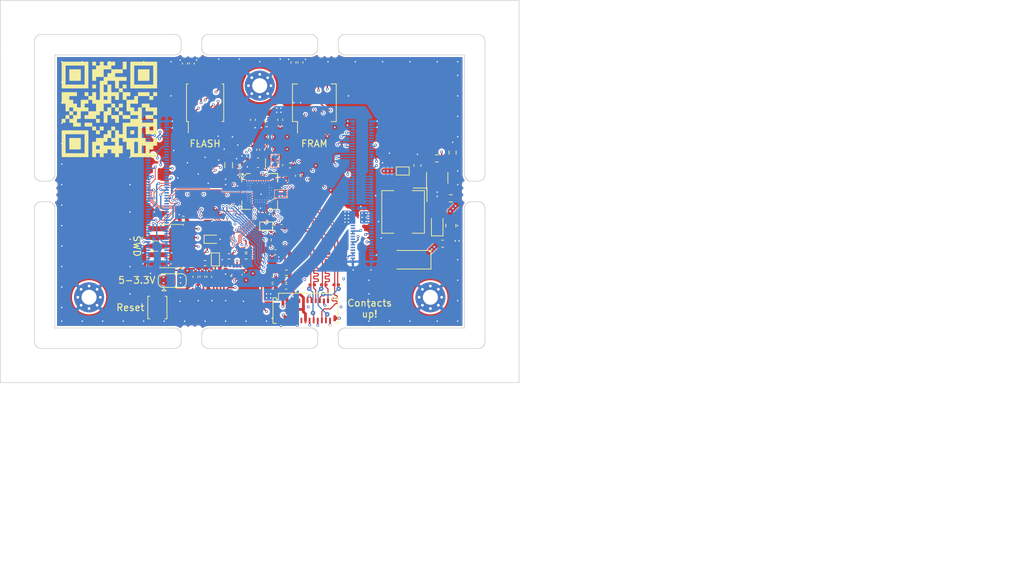
<source format=kicad_pcb>
(kicad_pcb (version 20211014) (generator pcbnew)
  (layers (0 "F.Cu" signal) (1 "In1.Cu" signal) (2 "In2.Cu" signal) (31 "B.Cu" signal) (34 "B.Paste" user) (35 "F.Paste" user) (36 "B.SilkS" user "B.Silkscreen") (37 "F.SilkS" user "F.Silkscreen") (38 "B.Mask" user) (39 "F.Mask" user) (44 "Edge.Cuts" user))
  (net 0 "")
  (net 1 "Board_0-+1V8")
  (net 2 "Board_0-+3V3")
  (net 3 "Board_0-+5V")
  (net 4 "Board_0-/Display/DISP_CLK")
  (net 5 "Board_0-/Display/DISP_CS")
  (net 6 "Board_0-/Display/DISP_EXTCOMIN")
  (net 7 "Board_0-/Display/DISP_MOSI")
  (net 8 "Board_0-/Display/ID1")
  (net 9 "Board_0-/Display/ID2")
  (net 10 "Board_0-/Display/LED+")
  (net 11 "Board_0-/Display/LED-")
  (net 12 "Board_0-/Display/VCC_DISP")
  (net 13 "Board_0-/FLASH.CLK")
  (net 14 "Board_0-/FLASH.CS")
  (net 15 "Board_0-/FLASH.SIO0")
  (net 16 "Board_0-/FLASH.SIO1")
  (net 17 "Board_0-/FLASH.SIO2")
  (net 18 "Board_0-/FLASH.SIO3")
  (net 19 "Board_0-/FRAM.CLK")
  (net 20 "Board_0-/FRAM.MISO")
  (net 21 "Board_0-/FRAM.MOSI")
  (net 22 "Board_0-/FRAM.nCS")
  (net 23 "Board_0-/FRAM.nHOLD")
  (net 24 "Board_0-/FRAM.nWP")
  (net 25 "Board_0-/HPDisp.CLK_N")
  (net 26 "Board_0-/HPDisp.CLK_P")
  (net 27 "Board_0-/HPDisp.D0_N")
  (net 28 "Board_0-/HPDisp.D0_P")
  (net 29 "Board_0-/HPDisp.D1_N")
  (net 30 "Board_0-/HPDisp.D1_P")
  (net 31 "Board_0-/IOM5.CLK")
  (net 32 "Board_0-/IOM5.CS")
  (net 33 "Board_0-/IOM5.MISO")
  (net 34 "Board_0-/IOM5.MOSI")
  (net 35 "Board_0-/IOM6.CLK")
  (net 36 "Board_0-/IOM6.CS")
  (net 37 "Board_0-/IOM6.MISO")
  (net 38 "Board_0-/IOM6.MOSI")
  (net 39 "Board_0-/LPDisp.CLK")
  (net 40 "Board_0-/LPDisp.CS")
  (net 41 "Board_0-/LPDisp.EXTCOMIN")
  (net 42 "Board_0-/LPDisp.MOSI")
  (net 43 "Board_0-/MIPI_DIM")
  (net 44 "Board_0-/MIPI_RESET")
  (net 45 "Board_0-/MSPI.CLK")
  (net 46 "Board_0-/MSPI.CS")
  (net 47 "Board_0-/MSPI.IO0")
  (net 48 "Board_0-/MSPI.IO1")
  (net 49 "Board_0-/MSPI.IO2")
  (net 50 "Board_0-/MSPI.IO3")
  (net 51 "Board_0-/Memory/VDD_MEM")
  (net 52 "Board_0-/PwrCTRL.EN_3V3_AUX")
  (net 53 "Board_0-/PwrCTRL.EN_3V3_LA")
  (net 54 "Board_0-/PwrCTRL.EN_3V3_LA_DIS")
  (net 55 "Board_0-/PwrCTRL.EN_AUTO_ON")
  (net 56 "Board_0-/PwrCTRL.FORCE_EN_1V8")
  (net 57 "Board_0-/PwrCTRL.VSTOR")
  (net 58 "Board_0-/SWDCLK")
  (net 59 "Board_0-/SWDIO")
  (net 60 "Board_0-/SWDSWO")
  (net 61 "Board_0-/UART.RX")
  (net 62 "Board_0-/UART.TX")
  (net 63 "Board_0-/User.BTN_1")
  (net 64 "Board_0-/User.BTN_2")
  (net 65 "Board_0-/User.BTN_3")
  (net 66 "Board_0-/User.BTN_4")
  (net 67 "Board_0-/User.BTN_5")
  (net 68 "Board_0-/User.BTN_6")
  (net 69 "Board_0-/User.BTN_7")
  (net 70 "Board_0-/User.BTN_POWER")
  (net 71 "Board_0-/User.CRANK_SENSE")
  (net 72 "Board_0-/User.JOY_1")
  (net 73 "Board_0-/User.JOY_2")
  (net 74 "Board_0-/User.JOY_ON")
  (net 75 "Board_0-/User.SHAKE_SENSE")
  (net 76 "Board_0-/User.SOLAR_SENSE")
  (net 77 "Board_0-/VDD_MIPI")
  (net 78 "Board_0-/VEN_MEM")
  (net 79 "Board_0-/VEN_MIPI")
  (net 80 "Board_0-/~{RST}")
  (net 81 "Board_0-GND")
  (net 82 "Board_0-Net-(C1-Pad1)")
  (net 83 "Board_0-Net-(C13-Pad1)")
  (net 84 "Board_0-Net-(C14-Pad1)")
  (net 85 "Board_0-Net-(C15-Pad1)")
  (net 86 "Board_0-Net-(C16-Pad1)")
  (net 87 "Board_0-Net-(C2-Pad1)")
  (net 88 "Board_0-Net-(C20-Pad1)")
  (net 89 "Board_0-Net-(C3-Pad1)")
  (net 90 "Board_0-Net-(C4-Pad1)")
  (net 91 "Board_0-Net-(C5-Pad1)")
  (net 92 "Board_0-Net-(C8-Pad1)")
  (net 93 "Board_0-Net-(C9-Pad1)")
  (net 94 "Board_0-Net-(D2-Pad2)")
  (net 95 "Board_0-Net-(D3-Pad2)")
  (net 96 "Board_0-Net-(JP2-Pad1)")
  (net 97 "Board_0-Net-(JP3-Pad1)")
  (net 98 "Board_0-Net-(L1-Pad1)")
  (net 99 "Board_0-Net-(L1-Pad2)")
  (net 100 "Board_0-VDDF")
  (net 101 "Board_0-unconnected-(J1-Pad7)")
  (net 102 "Board_0-unconnected-(J1-Pad8)")
  (net 103 "Board_0-unconnected-(J10-Pad10)")
  (net 104 "Board_0-unconnected-(J10-Pad11)")
  (net 105 "Board_0-unconnected-(J10-Pad14)")
  (net 106 "Board_0-unconnected-(J10-Pad15)")
  (net 107 "Board_0-unconnected-(J10-Pad18)")
  (net 108 "Board_0-unconnected-(J10-Pad19)")
  (net 109 "Board_0-unconnected-(J10-Pad22)")
  (net 110 "Board_0-unconnected-(J10-Pad23)")
  (net 111 "Board_0-unconnected-(J10-Pad26)")
  (net 112 "Board_0-unconnected-(J10-Pad27)")
  (net 113 "Board_0-unconnected-(J10-Pad30)")
  (net 114 "Board_0-unconnected-(J10-Pad31)")
  (net 115 "Board_0-unconnected-(J10-Pad34)")
  (net 116 "Board_0-unconnected-(J10-Pad35)")
  (net 117 "Board_0-unconnected-(J10-Pad38)")
  (net 118 "Board_0-unconnected-(J10-Pad39)")
  (net 119 "Board_0-unconnected-(J10-Pad42)")
  (net 120 "Board_0-unconnected-(J10-Pad43)")
  (net 121 "Board_0-unconnected-(J10-Pad46)")
  (net 122 "Board_0-unconnected-(J10-Pad47)")
  (net 123 "Board_0-unconnected-(J10-Pad54)")
  (net 124 "Board_0-unconnected-(J10-Pad55)")
  (net 125 "Board_0-unconnected-(J10-Pad58)")
  (net 126 "Board_0-unconnected-(J10-Pad59)")
  (net 127 "Board_0-unconnected-(J10-Pad6)")
  (net 128 "Board_0-unconnected-(J10-Pad62)")
  (net 129 "Board_0-unconnected-(J10-Pad63)")
  (net 130 "Board_0-unconnected-(J10-Pad66)")
  (net 131 "Board_0-unconnected-(J10-Pad67)")
  (net 132 "Board_0-unconnected-(J10-Pad7)")
  (net 133 "Board_0-unconnected-(J10-Pad70)")
  (net 134 "Board_0-unconnected-(J10-Pad71)")
  (net 135 "Board_0-unconnected-(J10-Pad74)")
  (net 136 "Board_0-unconnected-(J10-Pad75)")
  (net 137 "Board_0-unconnected-(J10-Pad78)")
  (net 138 "Board_0-unconnected-(J10-Pad79)")
  (net 139 "Board_0-unconnected-(J10-Pad82)")
  (net 140 "Board_0-unconnected-(J10-Pad83)")
  (net 141 "Board_0-unconnected-(J10-Pad86)")
  (net 142 "Board_0-unconnected-(J10-Pad87)")
  (net 143 "Board_0-unconnected-(J10-Pad90)")
  (net 144 "Board_0-unconnected-(J10-Pad91)")
  (net 145 "Board_0-unconnected-(J10-Pad94)")
  (net 146 "Board_0-unconnected-(J10-Pad95)")
  (net 147 "Board_0-unconnected-(J11-Pad10)")
  (net 148 "Board_0-unconnected-(J11-Pad11)")
  (net 149 "Board_0-unconnected-(J11-Pad14)")
  (net 150 "Board_0-unconnected-(J11-Pad15)")
  (net 151 "Board_0-unconnected-(J11-Pad18)")
  (net 152 "Board_0-unconnected-(J11-Pad19)")
  (net 153 "Board_0-unconnected-(J11-Pad31)")
  (net 154 "Board_0-unconnected-(J11-Pad32)")
  (net 155 "Board_0-unconnected-(J11-Pad38)")
  (net 156 "Board_0-unconnected-(J11-Pad39)")
  (net 157 "Board_0-unconnected-(J11-Pad4)")
  (net 158 "Board_0-unconnected-(J11-Pad42)")
  (net 159 "Board_0-unconnected-(J11-Pad43)")
  (net 160 "Board_0-unconnected-(J11-Pad46)")
  (net 161 "Board_0-unconnected-(J11-Pad47)")
  (net 162 "Board_0-unconnected-(J11-Pad5)")
  (net 163 "Board_0-unconnected-(J11-Pad54)")
  (net 164 "Board_0-unconnected-(J11-Pad55)")
  (net 165 "Board_0-unconnected-(J11-Pad58)")
  (net 166 "Board_0-unconnected-(J11-Pad59)")
  (net 167 "Board_0-unconnected-(J11-Pad6)")
  (net 168 "Board_0-unconnected-(J11-Pad62)")
  (net 169 "Board_0-unconnected-(J11-Pad63)")
  (net 170 "Board_0-unconnected-(J11-Pad69)")
  (net 171 "Board_0-unconnected-(J11-Pad7)")
  (net 172 "Board_0-unconnected-(J11-Pad70)")
  (net 173 "Board_0-unconnected-(J11-Pad82)")
  (net 174 "Board_0-unconnected-(J11-Pad83)")
  (net 175 "Board_0-unconnected-(J11-Pad86)")
  (net 176 "Board_0-unconnected-(J11-Pad87)")
  (net 177 "Board_0-unconnected-(J11-Pad90)")
  (net 178 "Board_0-unconnected-(J11-Pad91)")
  (net 179 "Board_0-unconnected-(J11-Pad94)")
  (net 180 "Board_0-unconnected-(J11-Pad95)")
  (net 181 "Board_0-unconnected-(U1-PadA11)")
  (net 182 "Board_0-unconnected-(U1-PadA12)")
  (net 183 "Board_0-unconnected-(U1-PadA9)")
  (net 184 "Board_0-unconnected-(U1-PadB10)")
  (net 185 "Board_0-unconnected-(U1-PadB8)")
  (net 186 "Board_0-unconnected-(U1-PadB9)")
  (net 187 "Board_0-unconnected-(U1-PadC10)")
  (net 188 "Board_0-unconnected-(U1-PadC11)")
  (net 189 "Board_0-unconnected-(U1-PadC12)")
  (net 190 "Board_0-unconnected-(U1-PadC5)")
  (net 191 "Board_0-unconnected-(U1-PadC7)")
  (net 192 "Board_0-unconnected-(U1-PadD10)")
  (net 193 "Board_0-unconnected-(U1-PadD12)")
  (net 194 "Board_0-unconnected-(U1-PadD4)")
  (net 195 "Board_0-unconnected-(U1-PadD5)")
  (net 196 "Board_0-unconnected-(U1-PadD6)")
  (net 197 "Board_0-unconnected-(U1-PadD7)")
  (net 198 "Board_0-unconnected-(U1-PadD8)")
  (net 199 "Board_0-unconnected-(U1-PadD9)")
  (net 200 "Board_0-unconnected-(U1-PadE10)")
  (net 201 "Board_0-unconnected-(U1-PadE2)")
  (net 202 "Board_0-unconnected-(U1-PadE4)")
  (net 203 "Board_0-unconnected-(U1-PadE5)")
  (net 204 "Board_0-unconnected-(U1-PadE6)")
  (net 205 "Board_0-unconnected-(U1-PadE7)")
  (net 206 "Board_0-unconnected-(U1-PadE8)")
  (net 207 "Board_0-unconnected-(U1-PadE9)")
  (net 208 "Board_0-unconnected-(U1-PadF10)")
  (net 209 "Board_0-unconnected-(U1-PadF4)")
  (net 210 "Board_0-unconnected-(U1-PadF9)")
  (net 211 "Board_0-unconnected-(U1-PadG10)")
  (net 212 "Board_0-unconnected-(U1-PadG12)")
  (net 213 "Board_0-unconnected-(U1-PadG4)")
  (net 214 "Board_0-unconnected-(U1-PadG5)")
  (net 215 "Board_0-unconnected-(U1-PadG9)")
  (net 216 "Board_0-unconnected-(U1-PadH10)")
  (net 217 "Board_0-unconnected-(U1-PadH12)")
  (net 218 "Board_0-unconnected-(U1-PadH4)")
  (net 219 "Board_0-unconnected-(U1-PadH5)")
  (net 220 "Board_0-unconnected-(U1-PadH9)")
  (net 221 "Board_0-unconnected-(U1-PadJ4)")
  (net 222 "Board_0-unconnected-(U1-PadJ5)")
  (net 223 "Board_0-unconnected-(U1-PadJ6)")
  (net 224 "Board_0-unconnected-(U1-PadJ7)")
  (net 225 "Board_0-unconnected-(U1-PadJ8)")
  (net 226 "Board_0-unconnected-(U1-PadJ9)")
  (net 227 "Board_0-unconnected-(U1-PadK4)")
  (net 228 "Board_0-unconnected-(U1-PadL10)")
  (net 229 "Board_0-unconnected-(U1-PadL2)")
  (net 230 "Board_0-unconnected-(U1-PadM11)")
  (net 231 "Board_0-unconnected-(U1-PadM7)")
  (net 232 "Board_0-unconnected-(U1-PadM8)")
  (footprint "Capacitor_SMD:C_0201_0603Metric" (layer "F.Cu") (at 54.4 46.675 -90)
    (fp_text reference "C7" hide)
    (fp_text value "1uF")
  )
  (footprint "NPTH" (layer "F.Cu") (at 15.5 63)
    (fp_text reference "REF**" hide)
    (fp_text value "NPTH" hide)
  )
  (footprint "Capacitor_SMD:C_0201_0603Metric" (layer "F.Cu") (at 49.6 39 90)
    (fp_text reference "C15" hide)
    (fp_text value "2.2 uF")
  )
  (footprint "NPTH" (layer "F.Cu") (at 22.85 44)
    (fp_text reference "REF**" hide)
    (fp_text value "NPTH" hide)
  )
  (footprint "Capacitor_SMD:C_0201_0603Metric" (layer "F.Cu") (at 48.8 41.25 180)
    (fp_text reference "C13" hide)
    (fp_text value "2.2 uF")
  )
  (footprint "NPTH" (layer "F.Cu") (at 17.5 63)
    (fp_text reference "REF**" hide)
    (fp_text value "NPTH" hide)
  )
  (footprint "Diode_SMD:D_SOD-323F" (layer "F.Cu") (at 79 48 90)
    (fp_text reference "D3" hide)
    (fp_text value "BZX84J-C20,115")
  )
  (footprint "Resistor_SMD:R_0402_1005Metric" (layer "F.Cu") (at 51 51.5 180)
    (fp_text reference "R10" hide)
    (fp_text value "10M")
  )
  (footprint "NPTH" (layer "F.Cu") (at 64 63.15)
    (fp_text reference "REF**" hide)
    (fp_text value "NPTH" hide)
  )
  (footprint "Capacitor_SMD:C_0201_0603Metric" (layer "F.Cu") (at 55.05 38.75 90)
    (fp_text reference "C2" hide)
    (fp_text value "2.2 uF")
  )
  (footprint "MountingHole:MountingHole_2.2mm_M2_Pad_Via" (layer "F.Cu") (at 53 27.5)
    (fp_text reference "H2" hide)
    (fp_text value "MountingHole")
  )
  (footprint "NPTH" (layer "F.Cu") (at 22.85 42)
    (fp_text reference "REF**" hide)
    (fp_text value "NPTH" hide)
  )
  (footprint "Diode_SMD:D_SOD-128" (layer "F.Cu") (at 75 53 180)
    (fp_text reference "D2" hide)
    (fp_text value "PMEG4050EP,115")
  )
  (footprint "Capacitor_SMD:C_0201_0603Metric" (layer "F.Cu") (at 50.4 38.6 90)
    (fp_text reference "C16" hide)
    (fp_text value "2.2 uF")
  )
  (footprint "NPTH" (layer "F.Cu") (at 43 63.15)
    (fp_text reference "REF**" hide)
    (fp_text value "NPTH" hide)
  )
  (footprint "NPTH" (layer "F.Cu") (at 88.5 63)
    (fp_text reference "REF**" hide)
    (fp_text value "NPTH" hide)
  )
  (footprint "Capacitor_SMD:C_0201_0603Metric" (layer "F.Cu") (at 55.1 46.68 -90)
    (fp_text reference "C12" hide)
    (fp_text value "2.2 uF")
  )
  (footprint "jaspers_footprints:Apollo4-BGA-156_13x12_5.0x5.0mm" (layer "F.Cu") (at 53 43)
    (fp_text reference "U1" hide)
    (fp_text value "Apollo_4")
  )
  (footprint "Resistor_SMD:R_0402_1005Metric" (layer "F.Cu") (at 54.3 50.1 90)
    (fp_text reference "R5" hide)
    (fp_text value "100k")
  )
  (footprint "NPTH" (layer "F.Cu") (at 63 22.85)
    (fp_text reference "REF**" hide)
    (fp_text value "NPTH" hide)
  )
  (footprint "jaspers_footprints:SLG5NT1593V" (layer "F.Cu") (at 55.5 50.1 90)
    (fp_text reference "U2" hide)
    (fp_text value "SLG5NT1593V")
  )
  (footprint "Capacitor_SMD:C_0402_1005Metric" (layer "F.Cu") (at 56.2 48.2 180)
    (fp_text reference "C18" hide)
    (fp_text value "100nF")
  )
  (footprint "Jumper:SolderJumper-3_P1.3mm_Bridged12_RoundedPad1.0x1.5mm" (layer "F.Cu") (at 40.175 56.05)
    (fp_text reference "JP6" hide)
    (fp_text value "SolderJumper_3_Bridged12")
  )
  (footprint "MountingHole:MountingHole_2.2mm_M2_Pad_Via" (layer "F.Cu") (at 78 58.5)
    (fp_text reference "H1" hide)
    (fp_text value "MountingHole")
  )
  (footprint "Button_Switch_SMD:SW_SPST_B3U-1000P" (layer "F.Cu") (at 38 60 90)
    (fp_text reference "SW1" hide)
    (fp_text value "SW_Push")
  )
  (footprint "Capacitor_SMD:C_0603_1608Metric" (layer "F.Cu") (at 76.1 39.2 90)
    (fp_text reference "C20" hide)
    (fp_text value "10uF")
  )
  (footprint "Capacitor_SMD:C_0201_0603Metric" (layer "F.Cu") (at 53.7 46.675 -90)
    (fp_text reference "C9" hide)
    (fp_text value "1uF")
  )
  (footprint "Crystal:Crystal_SMD_MicroCrystal_CM9V-T1A-2Pin_1.6x1.0mm" (layer "F.Cu") (at 52.75 38.8 180)
    (fp_text reference "Y1" hide)
    (fp_text value "32.768Hz")
  )
  (footprint "Resistor_SMD:R_0402_1005Metric" (layer "F.Cu") (at 48.5 52.5)
    (fp_text reference "R8" hide)
    (fp_text value "10M")
  )
  (footprint "Resistor_SMD:R_0402_1005Metric" (layer "F.Cu") (at 54 33.125 180)
    (fp_text reference "R14" hide)
    (fp_text value "100k")
  )
  (footprint "NPTH" (layer "F.Cu") (at 15.5 23)
    (fp_text reference "REF**" hide)
    (fp_text value "NPTH" hide)
  )
  (footprint "jaspers_footprints:SolderJumper-small-no-150um" (layer "F.Cu") (at 46.5 53 90)
    (fp_text reference "JP4" hide)
    (fp_text value "Jumper_2_Open")
  )
  (footprint "Capacitor_SMD:C_0402_1005Metric" (layer "F.Cu") (at 57.42 39.175)
    (fp_text reference "C5" hide)
    (fp_text value "4pF DNP")
  )
  (footprint "NPTH" (layer "F.Cu") (at 86.5 23)
    (fp_text reference "REF**" hide)
    (fp_text value "NPTH" hide)
  )
  (footprint "NPTH" (layer "F.Cu") (at 90.5 63)
    (fp_text reference "REF**" hide)
    (fp_text value "NPTH" hide)
  )
  (footprint "Capacitor_SMD:C_0201_0603Metric" (layer "F.Cu") (at 49.85 40.9 90)
    (fp_text reference "C6" hide)
    (fp_text value "1uF")
  )
  (footprint "Package_SO:SO-8_5.3x6.2mm_P1.27mm" (layer "F.Cu") (at 61 30 90)
    (fp_text reference "U6" hide)
    (fp_text value "MB85RS4MT")
  )
  (footprint "NPTH" (layer "F.Cu") (at 44 63.15)
    (fp_text reference "REF**" hide)
    (fp_text value "NPTH" hide)
  )
  (footprint "jaspers_footprints:Texas_RSE_8_UQFN" (layer "F.Cu") (at 49.675 54.575 90)
    (fp_text reference "U3" hide)
    (fp_text value "SN74AUP3G34RSE")
  )
  (footprint "NPTH" (layer "F.Cu") (at 89.5 23)
    (fp_text reference "REF**" hide)
    (fp_text value "NPTH" hide)
  )
  (footprint "Capacitor_SMD:C_0402_1005Metric" (layer "F.Cu") (at 54.87 55.95)
    (fp_text reference "C28" hide)
    (fp_text value "1uF")
  )
  (footprint "NPTH" (layer "F.Cu") (at 87.5 23)
    (fp_text reference "REF**" hide)
    (fp_text value "NPTH" hide)
  )
  (footprint "jaspers_footprints:ftsh-105-01-f-dv-k" (layer "F.Cu") (at 40.1 51 -90)
    (fp_text reference "J1" hide)
    (fp_text value "SWD_10")
  )
  (footprint "NPTH" (layer "F.Cu") (at 62 63.15)
    (fp_text reference "REF**" hide)
    (fp_text value "NPTH" hide)
  )
  (footprint "Resistor_SMD:R_0402_1005Metric" (layer "F.Cu") (at 51 52.5 180)
    (fp_text reference "R9" hide)
    (fp_text value "10M")
  )
  (footprint "Inductor_SMD:L_0805_2012Metric" (layer "F.Cu") (at 48.45 39.15 90)
    (fp_text reference "L1" hide)
    (fp_text value "2.2 uH")
  )
  (footprint "Capacitor_SMD:C_0402_1005Metric" (layer "F.Cu") (at 52.2 36.875 90)
    (fp_text reference "C3" hide)
    (fp_text value "6pF")
  )
  (footprint "Capacitor_SMD:C_0402_1005Metric" (layer "F.Cu") (at 57.95 24.1 -90)
    (fp_text reference "C34" hide)
    (fp_text value "1uF")
  )
  (footprint "NPTH" (layer "F.Cu") (at 90.5 23)
    (fp_text reference "REF**" hide)
    (fp_text value "NPTH" hide)
  )
  (footprint "jaspers_footprints:FPC_10_TOP" (layer "F.Cu") (at 46 58)
    (fp_text reference "J3" hide)
    (fp_text value "52745-1097")
  )
  (footprint "Resistor_SMD:R_0201_0603Metric" (layer "F.Cu") (at 60.69 56.67 180)
    (fp_text reference "R2" hide)
    (fp_text value "100 DNP")
  )
  (footprint "Resistor_SMD:R_0603_1608Metric" (layer "F.Cu") (at 78.95 38.15)
    (fp_text reference "R7" hide)
    (fp_text value "DNP")
  )
  (footprint "NPTH" (layer "F.Cu") (at 87.5 63)
    (fp_text reference "REF**" hide)
    (fp_text value "NPTH" hide)
  )
  (footprint "Capacitor_SMD:C_0402_1005Metric" (layer "F.Cu") (at 48 54 90)
    (fp_text reference "C23" hide)
    (fp_text value "100nF")
  )
  (footprint "jaspers_footprints:SLG5NT1593V" (layer "F.Cu") (at 54 32 180)
    (fp_text reference "U7" hide)
    (fp_text value "SLG5NT1593V")
  )
  (footprint "Capacitor_SMD:C_0402_1005Metric" (layer "F.Cu") (at 43.6 55.5 90)
    (fp_text reference "C22" hide)
    (fp_text value "1uF")
  )
  (footprint "jaspers_footprints:TUDSSL" (layer "F.Cu") (at 31 31)
    (fp_text reference "U9" hide)
    (fp_text value "TUD_SSL_QR" hide)
  )
  (footprint "Package_SO:SOP-8_5.28x5.23mm_P1.27mm" (layer "F.Cu") (at 45 30 90)
    (fp_text reference "U5" hide)
    (fp_text value "MX25R6435FM2IH0")
  )
  (footprint "Capacitor_SMD:C_0402_1005Metric" (layer "F.Cu") (at 44.6 55.48 90)
    (fp_text reference "C21" hide)
    (fp_text value "1uF")
  )
  (footprint "NPTH" (layer "F.Cu") (at 83.15 42)
    (fp_text reference "REF**" hide)
    (fp_text value "NPTH" hide)
  )
  (footprint "Capacitor_SMD:C_0402_1005Metric" (layer "F.Cu") (at 56.87 56.95 180)
    (fp_text reference "C26" hide)
    (fp_text value "1uF")
  )
  (footprint "Resistor_SMD:R_0201_0603Metric" (layer "F.Cu") (at 62.38 56.66 180)
    (fp_text reference "R3" hide)
    (fp_text value "100 DNP")
  )
  (footprint "Capacitor_SMD:C_0402_1005Metric" (layer "F.Cu") (at 42.05 24.25 -90)
    (fp_text reference "C30" hide)
    (fp_text value "1uF")
  )
  (footprint "Capacitor_SMD:C_0603_1608Metric" (layer "F.Cu") (at 79.8 50.65)
    (fp_text reference "C24" hide)
    (fp_text value "2.2uF")
  )
  (footprint "NPTH" (layer "F.Cu") (at 83.15 44)
    (fp_text reference "REF**" hide)
    (fp_text value "NPTH" hide)
  )
  (footprint "NPTH" (layer "F.Cu") (at 19.5 63)
    (fp_text reference "REF**" hide)
    (fp_text value "NPTH" hide)
  )
  (footprint "NPTH" (layer "F.Cu") (at 63 63.15)
    (fp_text reference "REF**" hide)
    (fp_text value "NPTH" hide)
  )
  (footprint "Resistor_SMD:R_0402_1005Metric" (layer "F.Cu") (at 41.8 47)
    (fp_text reference "R1" hide)
    (fp_text value "100k")
  )
  (footprint "jaspers_footprints:Crystal_SMD_Abracon_ABM12B-4Pin_1.6x1.2mm" (layer "F.Cu") (at 57.2 40.75 -90)
    (fp_text reference "Y2" hide)
    (fp_text value "ABM12W-32.0000MHZ")
  )
  (footprint "MountingHole:MountingHole_2.2mm_M2_Pad_Via" (layer "F.Cu") (at 28 58.5)
    (fp_text reference "H3" hide)
    (fp_text value "MountingHole")
  )
  (footprint "Resistor_SMD:R_0402_1005Metric" (layer "F.Cu") (at 56.9 54.9)
    (fp_text reference "R15" hide)
    (fp_text value "10M")
  )
  (footprint "Capacitor_SMD:C_0201_0603Metric" (layer "F.Cu") (at 51.2 38.6 90)
    (fp_text reference "C10" hide)
    (fp_text value "1uF")
  )
  (footprint "Resistor_SMD:R_0201_0603Metric" (layer "F.Cu") (at 64.195 56.67 180)
    (fp_text reference "R4" hide)
    (fp_text value "100 DNP")
  )
  (footprint "Capacitor_SMD:C_0402_1005Metric" (layer "F.Cu") (at 53.35 36.875 90)
    (fp_text reference "C1" hide)
    (fp_text value "6pF")
  )
  (footprint "Capacitor_SMD:C_0402_1005Metric" (layer "F.Cu") (at 54.87 56.95)
    (fp_text reference "C27" hide)
    (fp_text value "1uF")
  )
  (footprint "NPTH" (layer "F.Cu") (at 19.5 23)
    (fp_text reference "REF**" hide)
    (fp_text value "NPTH" hide)
  )
  (footprint "NPTH" (layer "F.Cu") (at 64 22.85)
    (fp_text reference "REF**" hide)
    (fp_text value "NPTH" hide)
  )
  (footprint "NPTH" (layer "F.Cu") (at 86.5 63)
    (fp_text reference "REF**" hide)
    (fp_text value "NPTH" hide)
  )
  (footprint "NPTH" (layer "F.Cu") (at 44 22.85)
    (fp_text reference "REF**" hide)
    (fp_text value "NPTH" hide)
  )
  (footprint "jaspers_footprints:SolderJumper-small-no-150um" (layer "F.Cu") (at 74 40 180)
    (fp_text reference "JP5" hide)
    (fp_text value "Jumper_2_Open")
  )
  (footprint "NPTH" (layer "F.Cu") (at 18.5 63)
    (fp_text reference "REF**" hide)
    (fp_text value "NPTH" hide)
  )
  (footprint "Package_TO_SOT_SMD:SOT-23-5" (layer "F.Cu") (at 79 41 90)
    (fp_text reference "U4" hide)
    (fp_text value "LM3410XMF")
  )
  (footprint "Capacitor_SMD:C_0402_1005Metric" (layer "F.Cu") (at 56.87 55.95 180)
    (fp_text reference "C25" hide)
    (fp_text value "10uF")
  )
  (footprint "jaspers_footprints:DELFT_LOGO2" (layer "F.Cu") (at 74 29)
    (fp_text reference "U8" hide)
    (fp_text value "TUD_LOGO" hide)
  )
  (footprint "NPTH" (layer "F.Cu") (at 62 22.85)
    (fp_text reference "REF**" hide)
    (fp_text value "NPTH" hide)
  )
  (footprint "NPTH" (layer "F.Cu") (at 88.5 23)
    (fp_text reference "REF**" hide)
    (fp_text value "NPTH" hide)
  )
  (footprint "Capacitor_SMD:C_0402_1005Metric" (layer "F.Cu") (at 43.05 24.25 -90)
    (fp_text reference "C29" hide)
    (fp_text value "100nF")
  )
  (footprint "Resistor_SMD:R_0805_2012Metric" (layer "F.Cu") (at 81 48 -90)
    (fp_text reference "R13" hide)
    (fp_text value "ERJP06F10R0V")
  )
  (footprint "Diode_SMD:D_SOD-523" (layer "F.Cu") (at 46 50)
    (fp_text reference "D1" hide)
    (fp_text value "ESD")
  )
  (footprint "Capacitor_SMD:C_0402_1005Metric" (layer "F.Cu") (at 52 32.5 90)
    (fp_text reference "C32" hide)
    (fp_text value "100nF")
  )
  (footprint "jaspers_footprints:eC_Mount" (layer "F.Cu") (at 68 83.5)
    (fp_text reference "REF**" hide)
    (fp_text value "eC_Mount")
  )
  (footprint "Capacitor_SMD:C_0402_1005Metric" (layer "F.Cu") (at 56 32.5 90)
    (fp_text reference "C31" hide)
    (fp_text value "1uF")
  )
  (footprint "Resistor_SMD:R_0402_1005Metric" (layer "F.Cu") (at 45 53.5 180)
    (fp_text reference "R6" hide)
    (fp_text value "0")
  )
  (footprint "Capacitor_SMD:C_0402_1005Metric" (layer "F.Cu") (at 58.6 40.705 90)
    (fp_text reference "C8" hide)
    (fp_text value "4pF DNP")
  )
  (footprint "jaspers_footprints:FH35C-25S-0.3SHW_2Rows-27Pins-1MP_P0.60mm_Horizontal" (layer "F.Cu") (at 60 60.5 90)
    (fp_text reference "J8" hide)
    (fp_text value "FH35C-25S-0.3SHW(50)")
  )
  (footprint "NPTH" (layer "F.Cu") (at 18.5 23)
    (fp_text reference "REF**" hide)
    (fp_text value "NPTH" hide)
  )
  (footprint "Capacitor_SMD:C_0201_0603Metric" (layer "F.Cu") (at 48.8 42 180)
    (fp_text reference "C14" hide)
    (fp_text value "2.2 uF")
  )
  (footprint "jaspers_footprints:VLS6045EX" (layer "F.Cu") (at 74 46 -90)
    (fp_text reference "L2" hide)
    (fp_text value "LQH3NPH150MMEL")
  )
  (footprint "NPTH" (layer "F.Cu") (at 83.15 43)
    (fp_text reference "REF**" hide)
    (fp_text value "NPTH" hide)
  )
  (footprint "Capacitor_SMD:C_0201_0603Metric" (layer "F.Cu") (at 54.35 38.745 90)
    (fp_text reference "C11" hide)
    (fp_text value "4.7nF")
  )
  (footprint "Capacitor_SMD:C_0402_1005Metric" (layer "F.Cu") (at 56 39.15 90)
    (fp_text reference "C4" hide)
    (fp_text value "100nF")
  )
  (footprint "Capacitor_SMD:C_0402_1005Metric" (layer "F.Cu") (at 58.95 24.1 -90)
    (fp_text reference "C33" hide)
    (fp_text value "100nF")
  )
  (footprint "jaspers_footprints:SolderJumper-small-nc" (layer "F.Cu") (at 53.9 48.075)
    (fp_text reference "JP1" hide)
    (fp_text value "SolderJumper_2_Bridged")
  )
  (footprint "NPTH" (layer "F.Cu") (at 16.5 63)
    (fp_text reference "REF**" hide)
    (fp_text value "NPTH" hide)
  )
  (footprint "Resistor_SMD:R_0603_1608Metric" (layer "F.Cu") (at 81.25 37.3 90)
    (fp_text reference "R11" hide)
    (fp_text value "100k")
  )
  (footprint "NPTH" (layer "F.Cu") (at 89.5 63)
    (fp_text reference "REF**" hide)
    (fp_text value "NPTH" hide)
  )
  (footprint "NPTH" (layer "F.Cu") (at 42 63.15)
    (fp_text reference "REF**" hide)
    (fp_text value "NPTH" hide)
  )
  (footprint "NPTH" (layer "F.Cu") (at 17.5 23)
    (fp_text reference "REF**" hide)
    (fp_text value "NPTH" hide)
  )
  (footprint "NPTH" (layer "F.Cu") (at 22.85 43)
    (fp_text reference "REF**" hide)
    (fp_text value "NPTH" hide)
  )
  (footprint "Resistor_SMD:R_0603_1608Metric" (layer "F.Cu") (at 81 44)
    (fp_text reference "R12" hide)
    (fp_text value "100")
  )
  (footprint "Capacitor_SMD:C_0402_1005Metric" (layer "F.Cu") (at 55.3 51.9)
    (fp_text reference "C17" hide)
    (fp_text value "1uF")
  )
  (footprint "Capacitor_SMD:C_0402_1005Metric" (layer "F.Cu") (at 45.6 55.5 90)
    (fp_text reference "C19" hide)
    (fp_text value "100nF")
  )
  (footprint "NPTH" (layer "F.Cu") (at 43 22.85)
    (fp_text reference "REF**" hide)
    (fp_text value "NPTH" hide)
  )
  (footprint "jaspers_footprints:eC_Mount" (layer "F.Cu") (at 38 83.5)
    (fp_text reference "REF**" hide)
    (fp_text value "eC_Mount")
  )
  (footprint "NPTH" (layer "F.Cu") (at 16.5 23)
    (fp_text reference "REF**" hide)
    (fp_text value "NPTH" hide)
  )
  (footprint "NPTH" (layer "F.Cu") (at 42 22.85)
    (fp_text reference "REF**" hide)
    (fp_text value "NPTH" hide)
  )
  (footprint "jaspers_footprints:SolderJumper-small-nc" (layer "B.Cu") (at 55.25 38.45 -90)
    (fp_text reference "JP2" hide)
    (fp_text value "SolderJumper_2_Bridged")
  )
  (footprint "jaspers_footprints:DF40C-100DP" (layer "B.Cu") (at 68 33.2 90)
    (fp_text reference "J11" hide)
    (fp_text value "DF40C-100DP-0-4V")
  )
  (footprint "jaspers_footprints:SolderJumper-small-nc" (layer "B.Cu") (at 56.05 43.35)
    (fp_text reference "JP3" hide)
    (fp_text value "SolderJumper_2_Bridged")
  )
  (footprint "jaspers_footprints:DF40C-100DP" (layer "B.Cu") (at 38 33.2 90)
    (fp_text reference "J10" hide)
    (fp_text value "DF40C-100DP-0-4V")
  )
  (gr_line (start 20.439987 65.833152) (end 20.400259 65.805173) (layer "Edge.Cuts") (width 0.1))
  (gr_line (start 41.480974 63.796861) (end 41.489281 63.844737) (layer "Edge.Cuts") (width 0.1))
  (gr_line (start 20.25646 65.674841) (end 20.224721 65.638047) (layer "Edge.Cuts") (width 0.1))
  (gr_line (start 83.140851 44.981039) (end 83.166847 44.939987) (layer "Edge.Cuts") (width 0.1))
  (gr_line (start 23 40.509877) (end 22.998804 40.558576) (layer "Edge.Cuts") (width 0.1))
  (gr_line (start 65.023318 63.1169) (end 65.066721 63.095053) (layer "Edge.Cuts") (width 0.1))
  (gr_line (start 85.859148 44.981039) (end 85.883099 45.023318) (layer "Edge.Cuts") (width 0.1))
  (gr_line (start 22.433278 44.595053) (end 22.476681 44.6169) (layer "Edge.Cuts") (width 0.1))
  (gr_line (start 64.694826 22.59974) (end 64.666847 22.560012) (layer "Edge.Cuts") (width 0.1))
  (gr_line (start 85.980974 65.203138) (end 85.970328 65.250549) (layer "Edge.Cuts") (width 0.1))
  (gr_line (start 44.575362 22.388855) (end 44.557874 22.343519) (layer "Edge.Cuts") (width 0.1))
  (gr_line (start 65.344737 63.010718) (end 65.392963 63.00477) (layer "Edge.Cuts") (width 0.1))
  (gr_line (start 45.202619 63.042631) (end 45.24945 63.029671) (layer "Edge.Cuts") (width 0.1))
  (gr_line (start 83.194826 44.900259) (end 83.224721 44.861952) (layer "Edge.Cuts") (width 0.1))
  (gr_line (start 40.703138 22.980974) (end 40.655262 22.989281) (layer "Edge.Cuts") (width 0.1))
  (gr_line (start 64.50477 20.892963) (end 64.510718 20.844737) (layer "Edge.Cuts") (width 0.1))
  (gr_line (start 85.107036 44.50477) (end 85.155262 44.510718) (layer "Edge.Cuts") (width 0.1))
  (gr_line (start 40.703138 63.019025) (end 40.750549 63.029671) (layer "Edge.Cuts") (width 0.1))
  (gr_line (start 22.942125 40.843519) (end 22.924637 40.888855) (layer "Edge.Cuts") (width 0.1))
  (gr_line (start 64.666847 22.560012) (end 64.640851 22.51896) (layer "Edge.Cuts") (width 0.1))
  (gr_line (start 45.066721 22.904946) (end 45.023318 22.883099) (layer "Edge.Cuts") (width 0.1))
  (gr_line (start 60.888855 20.075362) (end 60.933278 20.095053) (layer "Edge.Cuts") (width 0.1))
  (gr_line (start 45.24945 20.029671) (end 45.296861 20.019025) (layer "Edge.Cuts") (width 0.1))
  (gr_line (start 20.361952 44.724721) (end 20.400259 44.694826) (layer "Edge.Cuts") (width 0.1))
  (gr_line (start 20.74945 65.970328) (end 20.702619 65.957368) (layer "Edge.Cuts") (width 0.1))
  (gr_line (start 90.995703 15.001878) (end 90.987727 15) (layer "Edge.Cuts") (width 0.1))
  (gr_line (start 40.843519 20.057874) (end 40.888855 20.075362) (layer "Edge.Cuts") (width 0.1))
  (gr_line (start 45.066721 20.095053) (end 45.111144 20.075362) (layer "Edge.Cuts") (width 0.1))
  (gr_line (start 40.509877 66) (end 20.990122 66) (layer "Edge.Cuts") (width 0.1))
  (gr_line (start 61.5 65.009877) (end 61.498804 65.058576) (layer "Edge.Cuts") (width 0.1))
  (gr_line (start 22.51896 41.359148) (end 22.476681 41.383099) (layer "Edge.Cuts") (width 0.1))
  (gr_line (start 20.523318 44.6169) (end 20.566721 44.595053) (layer "Edge.Cuts") (width 0.1))
  (gr_line (start 85.674841 44.75646) (end 85.710033 44.789966) (layer "Edge.Cuts") (width 0.1))
  (gr_line (start 90.987727 15) (end 15.009809 15.000057) (layer "Edge.Cuts") (width 0.1))
  (gr_line (start 41.305173 65.59974) (end 41.275278 65.638047) (layer "Edge.Cuts") (width 0.1))
  (gr_line (start 44.529671 20.74945) (end 44.542631 20.702619) (layer "Edge.Cuts") (width 0.1))
  (gr_line (start 60.607036 22.995229) (end 60.558576 22.998804) (layer "Edge.Cuts") (width 0.1))
  (gr_line (start 64.789966 22.710033) (end 64.75646 22.674841) (layer "Edge.Cuts") (width 0.1))
  (gr_line (start 44.75646 20.325158) (end 44.789966 20.289966) (layer "Edge.Cuts") (width 0.1))
  (gr_line (start 61.210033 63.289966) (end 61.243539 63.325158) (layer "Edge.Cuts") (width 0.1))
  (gr_line (start 83.400259 44.694826) (end 83.439987 44.666847) (layer "Edge.Cuts") (width 0.1))
  (gr_line (start 44.501195 22.058576) (end 44.5 22.009877) (layer "Edge.Cuts") (width 0.1))
  (gr_line (start 61.275278 22.638047) (end 61.243539 22.674841) (layer "Edge.Cuts") (width 0.1))
  (gr_line (start 44.557874 22.343519) (end 44.542631 22.29738) (layer "Edge.Cuts") (width 0.1))
  (gr_line (start 85.433278 20.095053) (end 85.476681 20.1169) (layer "Edge.Cuts") (width 0.1))
  (gr_line (start 45.023318 63.1169) (end 45.066721 63.095053) (layer "Edge.Cuts") (width 0.1))
  (gr_line (start 40.933278 20.095053) (end 40.976681 20.1169) (layer "Edge.Cuts") (width 0.1))
  (gr_line (start 61.01896 65.859148) (end 60.976681 65.883099) (layer "Edge.Cuts") (width 0.1))
  (gr_line (start 65.202619 20.042631) (end 65.24945 20.029671) (layer "Edge.Cuts") (width 0.1))
  (gr_line (start 85.998804 40.558576) (end 85.995229 40.607036) (layer "Edge.Cuts") (width 0.1))
  (gr_line (start 85.638047 20.224721) (end 85.674841 20.25646) (layer "Edge.Cuts") (width 0.1))
  (gr_line (start 41.243539 65.674841) (end 41.210033 65.710033) (layer "Edge.Cuts") (width 0.1))
  (gr_line (start 85.924637 40.888855) (end 85.904946 40.933278) (layer "Edge.Cuts") (width 0.1))
  (gr_line (start 83.010718 45.344737) (end 83.019025 45.296861) (layer "Edge.Cuts") (width 0.1))
  (gr_line (start 65.202619 22.957368) (end 65.15648 22.942125) (layer "Edge.Cuts") (width 0.1))
  (gr_line (start 20.990122 66) (end 20.941423 65.998804) (layer "Edge.Cuts") (width 0.1))
  (gr_line (start 20.796861 44.519025) (end 20.844737 44.510718) (layer "Edge.Cuts") (width 0.1))
  (gr_line (start 20.702619 65.957368) (end 20.65648 65.942125) (layer "Edge.Cuts") (width 0.1))
  (gr_line (start 41.060012 20.166847) (end 41.09974 20.194826) (layer "Edge.Cuts") (width 0.1))
  (gr_line (start 40.976681 63.1169) (end 41.01896 63.140851) (layer "Edge.Cuts") (width 0.1))
  (gr_line (start 22.998804 40.558576) (end 22.995229 40.607036) (layer "Edge.Cuts") (width 0.1))
  (gr_line (start 85.674841 41.243539) (end 85.638047 41.275278) (layer "Edge.Cuts") (width 0.1))
  (gr_line (start 64.510718 65.155262) (end 64.50477 65.107036) (layer "Edge.Cuts") (width 0.1))
  (gr_line (start 61.333152 20.439987) (end 61.359148 20.481039) (layer "Edge.Cuts") (width 0.1))
  (gr_line (start 20.1169 20.523318) (end 20.140851 20.481039) (layer "Edge.Cuts") (width 0.1))
  (gr_line (start 85.107036 20.00477) (end 85.155262 20.010718) (layer "Edge.Cuts") (width 0.1))
  (gr_line (start 85.59974 65.805173) (end 85.560012 65.833152) (layer "Edge.Cuts") (width 0.1))
  (gr_line (start 41.243539 20.325158) (end 41.275278 20.361952) (layer "Edge.Cuts") (width 0.1))
  (gr_line (start 85.476681 20.1169) (end 85.51896 20.140851) (layer "Edge.Cuts") (width 0.1))
  (gr_line (start 41.138047 63.224721) (end 41.174841 63.25646) (layer "Edge.Cuts") (width 0.1))
  (gr_line (start 85.833152 44.939987) (end 85.859148 44.981039) (layer "Edge.Cuts") (width 0.1))
  (gr_line (start 44.529671 65.250549) (end 44.519025 65.203138) (layer "Edge.Cuts") (width 0.1))
  (gr_line (start 44.5 20.990122) (end 44.501195 20.941423) (layer "Edge.Cuts") (width 0.1))
  (gr_line (start 61.243539 22.674841) (end 61.210033 22.710033) (layer "Edge.Cuts") (width 0.1))
  (gr_line (start 85.957368 20.702619) (end 85.970328 20.74945) (layer "Edge.Cuts") (width 0.1))
  (gr_line (start 61.470328 65.250549) (end 61.457368 65.29738) (layer "Edge.Cuts") (width 0.1))
  (gr_line (start 41.457368 22.29738) (end 41.442125 22.343519) (layer "Edge.Cuts") (width 0.1))
  (gr_line (start 83.611144 44.575362) (end 83.65648 44.557874) (layer "Edge.Cuts") (width 0.1))
  (gr_line (start 85.107036 41.495229) (end 85.058576 41.498804) (layer "Edge.Cuts") (width 0.1))
  (gr_line (start 20.439987 20.166847) (end 20.481039 20.140851) (layer "Edge.Cuts") (width 0.1))
  (gr_line (start 41.383099 22.476681) (end 41.359148 22.51896) (layer "Edge.Cuts") (width 0.1))
  (gr_line (start 45.202619 65.957368) (end 45.15648 65.942125) (layer "Edge.Cuts") (width 0.1))
  (gr_line (start 20.611144 20.075362) (end 20.65648 20.057874) (layer "Edge.Cuts") (width 0.1))
  (gr_line (start 61.333152 22.560012) (end 61.305173 22.59974) (layer "Edge.Cuts") (width 0.1))
  (gr_line (start 83.361952 44.724721) (end 83.400259 44.694826) (layer "Edge.Cuts") (width 0.1))
  (gr_line (start 85.638047 41.275278) (end 85.59974 41.305173) (layer "Edge.Cuts") (width 0.1))
  (gr_line (start 61.5 20.990122) (end 61.5 22.009877) (layer "Edge.Cuts") (width 0.1))
  (gr_line (start 22.904946 40.933278) (end 22.883099 40.976681) (layer "Edge.Cuts") (width 0.1))
  (gr_line (start 85.743539 20.325158) (end 85.775278 20.361952) (layer "Edge.Cuts") (width 0.1))
  (gr_line (start 61.442125 63.65648) (end 61.457368 63.702619) (layer "Edge.Cuts") (width 0.1))
  (gr_line (start 22.989281 40.655262) (end 22.980974 40.703138) (layer "Edge.Cuts") (width 0.1))
  (gr_line (start 61.333152 63.439987) (end 61.359148 63.481039) (layer "Edge.Cuts") (width 0.1))
  (gr_line (start 22.433278 41.404946) (end 22.388855 41.424637) (layer "Edge.Cuts") (width 0.1))
  (gr_line (start 44.6169 22.476681) (end 44.595053 22.433278) (layer "Edge.Cuts") (width 0.1))
  (gr_line (start 22.59974 41.305173) (end 22.560012 41.333152) (layer "Edge.Cuts") (width 0.1))
  (gr_line (start 85.805173 65.59974) (end 85.775278 65.638047) (layer "Edge.Cuts") (width 0.1))
  (gr_line (start 20.796861 41.480974) (end 20.74945 41.470328) (layer "Edge.Cuts") (width 0.1))
  (gr_line (start 61.457368 65.29738) (end 61.442125 65.343519) (layer "Edge.Cuts") (width 0.1))
  (gr_line (start 64.981039 63.140851) (end 65.023318 63.1169) (layer "Edge.Cuts") (width 0.1))
  (gr_line (start 20.029671 40.750549) (end 20.019025 40.703138) (layer "Edge.Cuts") (width 0.1))
  (gr_line (start 85.995229 65.107036) (end 85.989281 65.155262) (layer "Edge.Cuts") (width 0.1))
  (gr_line (start 85.29738 44.542631) (end 85.343519 44.557874) (layer "Edge.Cuts") (width 0.1))
  (gr_line (start 85.107036 65.995229) (end 85.058576 65.998804) (layer "Edge.Cuts") (width 0.1))
  (gr_line (start 20.702619 41.457368) (end 20.65648 41.442125) (layer "Edge.Cuts") (width 0.1))
  (gr_line (start 60.79738 63.042631) (end 60.843519 63.057874) (layer "Edge.Cuts") (width 0.1))
  (gr_line (start 85.883099 40.976681) (end 85.859148 41.01896) (layer "Edge.Cuts") (width 0.1))
  (gr_line (start 65.392963 63.00477) (end 65.441423 63.001195) (layer "Edge.Cuts") (width 0.1))
  (gr_line (start 85.058576 20.001195) (end 85.107036 20.00477) (layer "Edge.Cuts") (width 0.1))
  (gr_line (start 64.825158 20.25646) (end 64.861952 20.224721) (layer "Edge.Cuts") (width 0.1))
  (gr_line (start 44.5 22.009877) (end 44.5 20.990122) (layer "Edge.Cuts") (width 0.1))
  (gr_line (start 85.989281 40.655262) (end 85.980974 40.703138) (layer "Edge.Cuts") (width 0.1))
  (gr_line (start 44.519025 20.796861) (end 44.529671 20.74945) (layer "Edge.Cuts") (width 0.1))
  (gr_line (start 61.480974 20.796861) (end 61.489281 20.844737) (layer "Edge.Cuts") (width 0.1))
  (gr_line (start 85.980974 20.796861) (end 85.989281 20.844737) (layer "Edge.Cuts") (width 0.1))
  (gr_line (start 44.861952 22.775278) (end 44.825158 22.743539) (layer "Edge.Cuts") (width 0.1))
  (gr_line (start 41.210033 65.710033) (end 41.174841 65.743539) (layer "Edge.Cuts") (width 0.1))
  (gr_line (start 82.996477 62.997517) (end 82.999275 62.993544) (layer "Edge.Cuts") (width 0.1))
  (gr_line (start 20.439987 41.333152) (end 20.400259 41.305173) (layer "Edge.Cuts") (width 0.1))
  (gr_line (start 85.883099 45.023318) (end 85.904946 45.066721) (layer "Edge.Cuts") (width 0.1))
  (gr_line (start 64.595053 20.566721) (end 64.6169 20.523318) (layer "Edge.Cuts") (width 0.1))
  (gr_line (start 64.519025 20.796861) (end 64.529671 20.74945) (layer "Edge.Cuts") (width 0.1))
  (gr_line (start 41.01896 65.859148) (end 40.976681 65.883099) (layer "Edge.Cuts") (width 0.1))
  (gr_line (start 44.825158 65.743539) (end 44.789966 65.710033) (layer "Edge.Cuts") (width 0.1))
  (gr_line (start 20.481039 41.359148) (end 20.439987 41.333152) (layer "Edge.Cuts") (width 0.1))
  (gr_line (start 22.989281 45.344737) (end 22.995229 45.392963) (layer "Edge.Cuts") (width 0.1))
  (gr_line (start 85.674841 65.743539) (end 85.638047 65.775278) (layer "Edge.Cuts") (width 0.1))
  (gr_line (start 20.796861 65.980974) (end 20.74945 65.970328) (layer "Edge.Cuts") (width 0.1))
  (gr_line (start 61.305173 65.59974) (end 61.275278 65.638047) (layer "Edge.Cuts") (width 0.1))
  (gr_line (start 44.501195 65.058576) (end 44.5 65.009877) (layer "Edge.Cuts") (width 0.1))
  (gr_line (start 40.703138 65.980974) (end 40.655262 65.989281) (layer "Edge.Cuts") (width 0.1))
  (gr_line (start 83.796861 41.480974) (end 83.74945 41.470328) (layer "Edge.Cuts") (width 0.1))
  (gr_line (start 20.566721 41.404946) (end 20.523318 41.383099) (layer "Edge.Cuts") (width 0.1))
  (gr_line (start 61.404946 65.433278) (end 61.383099 65.476681) (layer "Edge.Cuts") (width 0.1))
  (gr_line (start 41.5 20.990122) (end 41.5 22.009877) (layer "Edge.Cuts") (width 0.1))
  (gr_line (start 85.638047 65.775278) (end 85.59974 65.805173) (layer "Edge.Cuts") (width 0.1))
  (gr_line (start 83.289966 41.210033) (end 83.25646 41.174841) (layer "Edge.Cuts") (width 0.1))
  (gr_line (start 61.174841 63.25646) (end 61.210033 63.289966) (layer "Edge.Cuts") (width 0.1))
  (gr_line (start 83 40.509877) (end 82.999942 23.009809) (layer "Edge.Cuts") (width 0.1))
  (gr_line (start 85.51896 44.640851) (end 85.560012 44.666847) (layer "Edge.Cuts") (width 0.1))
  (gr_line (start 44.75646 22.674841) (end 44.724721 22.638047) (layer "Edge.Cuts") (width 0.1))
  (gr_line (start 85.155262 41.489281) (end 85.107036 41.495229) (layer "Edge.Cuts") (width 0.1))
  (gr_line (start 90.987727 71) (end 90.993544 70.999275) (layer "Edge.Cuts") (width 0.1))
  (gr_line (start 64.789966 65.710033) (end 64.75646 65.674841) (layer "Edge.Cuts") (width 0.1))
  (gr_line (start 64.50477 22.107036) (end 64.501195 22.058576) (layer "Edge.Cuts") (width 0.1))
  (gr_line (start 22.29738 41.457368) (end 22.250549 41.470328) (layer "Edge.Cuts") (width 0.1))
  (gr_line (start 45.344737 22.989281) (end 45.296861 22.980974) (layer "Edge.Cuts") (width 0.1))
  (gr_line (start 83.095053 40.933278) (end 83.075362 40.888855) (layer "Edge.Cuts") (width 0.1))
  (gr_line (start 20.25646 41.174841) (end 20.224721 41.138047) (layer "Edge.Cuts") (width 0.1))
  (gr_line (start 20.224721 41.138047) (end 20.194826 41.09974) (layer "Edge.Cuts") (width 0.1))
  (gr_line (start 60.509877 23) (end 45.490122 23) (layer "Edge.Cuts") (width 0.1))
  (gr_line (start 15.012272 71) (end 90.987727 71) (layer "Edge.Cuts") (width 0.1))
  (gr_line (start 64.519025 65.203138) (end 64.510718 65.155262) (layer "Edge.Cuts") (width 0.1))
  (gr_line (start 86 20.990122) (end 86 40.509877) (layer "Edge.Cuts") (width 0.1))
  (gr_line (start 44.789966 22.710033) (end 44.75646 22.674841) (layer "Edge.Cuts") (width 0.1))
  (gr_line (start 40.558576 20.001195) (end 40.607036 20.00477) (layer "Edge.Cuts") (width 0.1))
  (gr_line (start 61.243539 20.325158) (end 61.275278 20.361952) (layer "Edge.Cuts") (width 0.1))
  (gr_line (start 65.066721 22.904946) (end 65.023318 22.883099) (layer "Edge.Cuts") (width 0.1))
  (gr_line (start 61.424637 20.611144) (end 61.442125 20.65648) (layer "Edge.Cuts") (width 0.1))
  (gr_line (start 83.941423 41.498804) (end 83.892963 41.495229) (layer "Edge.Cuts") (width 0.1))
  (gr_line (start 85.904946 45.066721) (end 85.924637 45.111144) (layer "Edge.Cuts") (width 0.1))
  (gr_line (start 61.489281 20.844737) (end 61.495229 20.892963) (layer "Edge.Cuts") (width 0.1))
  (gr_line (start 20.990122 44.5) (end 22.009877 44.5) (layer "Edge.Cuts") (width 0.1))
  (gr_line (start 41.333152 65.560012) (end 41.305173 65.59974) (layer "Edge.Cuts") (width 0.1))
  (gr_line (start 83.65648 44.557874) (end 83.702619 44.542631) (layer "Edge.Cuts") (width 0.1))
  (gr_line (start 83.224721 44.861952) (end 83.25646 44.825158) (layer "Edge.Cuts") (width 0.1))
  (gr_line (start 20.00477 65.107036) (end 20.001195 65.058576) (layer "Edge.Cuts") (width 0.1))
  (gr_line (start 23 45.490122) (end 23 62.987727) (layer "Edge.Cuts") (width 0.1))
  (gr_line (start 22.995229 40.607036) (end 22.989281 40.655262) (layer "Edge.Cuts") (width 0.1))
  (gr_line (start 64.510718 63.844737) (end 64.519025 63.796861) (layer "Edge.Cuts") (width 0.1))
  (gr_line (start 83.001195 45.441423) (end 83.00477 45.392963) (layer "Edge.Cuts") (width 0.1))
  (gr_line (start 20 20.990122) (end 20.001195 20.941423) (layer "Edge.Cuts") (width 0.1))
  (gr_line (start 60.976681 65.883099) (end 60.933278 65.904946) (layer "Edge.Cuts") (width 0.1))
  (gr_line (start 20.010718 40.655262) (end 20.00477 40.607036) (layer "Edge.Cuts") (width 0.1))
  (gr_line (start 64.529671 22.250549) (end 64.519025 22.203138) (layer "Edge.Cuts") (width 0.1))
  (gr_line (start 41.489281 22.155262) (end 41.480974 22.203138) (layer "Edge.Cuts") (width 0.1))
  (gr_line (start 40.750549 20.029671) (end 40.79738 20.042631) (layer "Edge.Cuts") (width 0.1))
  (gr_line (start 85.942125 65.343519) (end 85.924637 65.388855) (layer "Edge.Cuts") (width 0.1))
  (gr_line (start 85.250549 20.029671) (end 85.29738 20.042631) (layer "Edge.Cuts") (width 0.1))
  (gr_line (start 20.611144 44.575362) (end 20.65648 44.557874) (layer "Edge.Cuts") (width 0.1))
  (gr_line (start 23 62.987727) (end 23.002482 62.996477) (layer "Edge.Cuts") (width 0.1))
  (gr_line (start 60.558576 22.998804) (end 60.509877 23) (layer "Edge.Cuts") (width 0.1))
  (gr_line (start 20.029671 20.74945) (end 20.042631 20.702619) (layer "Edge.Cuts") (width 0.1))
  (gr_line (start 85.998804 45.441423) (end 86 45.490122) (layer "Edge.Cuts") (width 0.1))
  (gr_line (start 45.490122 23) (end 45.441423 22.998804) (layer "Edge.Cuts") (width 0.1))
  (gr_line (start 40.703138 20.019025) (end 40.750549 20.029671) (layer "Edge.Cuts") (width 0.1))
  (gr_line (start 44.861952 65.775278) (end 44.825158 65.743539) (layer "Edge.Cuts") (width 0.1))
  (gr_line (start 22.29738 44.542631) (end 22.343519 44.557874) (layer "Edge.Cuts") (width 0.1))
  (gr_line (start 64.557874 20.65648) (end 64.575362 20.611144) (layer "Edge.Cuts") (width 0.1))
  (gr_line (start 61.424637 65.388855) (end 61.404946 65.433278) (layer "Edge.Cuts") (width 0.1))
  (gr_line (start 61.489281 65.155262) (end 61.480974 65.203138) (layer "Edge.Cuts") (width 0.1))
  (gr_line (start 20 40.509877) (end 20 20.990122) (layer "Edge.Cuts") (width 0.1))
  (gr_line (start 61.495229 65.107036) (end 61.489281 65.155262) (layer "Edge.Cuts") (width 0.1))
  (gr_line (start 60.888855 65.924637) (end 60.843519 65.942125) (layer "Edge.Cuts") (width 0.1))
  (gr_line (start 60.558576 65.998804) (end 60.509877 66) (layer "Edge.Cuts") (width 0.1))
  (gr_line (start 44.861952 20.224721) (end 44.900259 20.194826) (layer "Edge.Cuts") (width 0.1))
  (gr_line (start 20.844737 44.510718) (end 20.892963 44.50477) (layer "Edge.Cuts") (width 0.1))
  (gr_line (start 85.942125 20.65648) (end 85.957368 20.702619) (layer "Edge.Cuts") (width 0.1))
  (gr_line (start 85.250549 44.529671) (end 85.29738 44.542631) (layer "Edge.Cuts") (width 0.1))
  (gr_line (start 41.174841 22.743539) (end 41.138047 22.775278) (layer "Edge.Cuts") (width 0.1))
  (gr_line (start 64.694826 65.59974) (end 64.666847 65.560012) (layer "Edge.Cuts") (width 0.1))
  (gr_line (start 60.79738 65.957368) (end 60.750549 65.970328) (layer "Edge.Cuts") (width 0.1))
  (gr_line (start 20.844737 41.489281) (end 20.796861 41.480974) (layer "Edge.Cuts") (width 0.1))
  (gr_line (start 45.023318 20.1169) (end 45.066721 20.095053) (layer "Edge.Cuts") (width 0.1))
  (gr_line (start 90.999275 15.006455) (end 90.995703 15.001878) (layer "Edge.Cuts") (width 0.1))
  (gr_line (start 41.210033 22.710033) (end 41.174841 22.743539) (layer "Edge.Cuts") (width 0.1))
  (gr_line (start 85.203138 20.019025) (end 85.250549 20.029671) (layer "Edge.Cuts") (width 0.1))
  (gr_line (start 41.09974 22.805173) (end 41.060012 22.833152) (layer "Edge.Cuts") (width 0.1))
  (gr_line (start 41.275278 20.361952) (end 41.305173 20.400259) (layer "Edge.Cuts") (width 0.1))
  (gr_line (start 83.019025 45.296861) (end 83.029671 45.24945) (layer "Edge.Cuts") (width 0.1))
  (gr_line (start 85.904946 40.933278) (end 85.883099 40.976681) (layer "Edge.Cuts") (width 0.1))
  (gr_line (start 20.74945 20.029671) (end 20.796861 20.019025) (layer "Edge.Cuts") (width 0.1))
  (gr_line (start 44.981039 22.859148) (end 44.939987 22.833152) (layer "Edge.Cuts") (width 0.1))
  (gr_line (start 20 65.009877) (end 20 45.490122) (layer "Edge.Cuts") (width 0.1))
  (gr_line (start 61.060012 65.833152) (end 61.01896 65.859148) (layer "Edge.Cuts") (width 0.1))
  (gr_line (start 65.202619 63.042631) (end 65.24945 63.029671) (layer "Edge.Cuts") (width 0.1))
  (gr_line (start 22.924637 45.111144) (end 22.942125 45.15648) (layer "Edge.Cuts") (width 0.1))
  (gr_line (start 41.495229 22.107036) (end 41.489281 22.155262) (layer "Edge.Cuts") (width 0.1))
  (gr_line (start 61.424637 22.388855) (end 61.404946 22.433278) (layer "Edge.Cuts") (width 0.1))
  (gr_line (start 20.057874 20.65648) (end 20.075362 20.611144) (layer "Edge.Cuts") (width 0.1))
  (gr_line (start 44.6169 63.523318) (end 44.640851 63.481039) (layer "Edge.Cuts") (width 0.1))
  (gr_line (start 60.750549 65.970328) (end 60.703138 65.980974) (layer "Edge.Cuts") (width 0.1))
  (gr_line (start 85.009877 66) (end 65.490122 66) (layer "Edge.Cuts") (width 0.1))
  (gr_line (start 44.694826 65.59974) (end 44.666847 65.560012) (layer "Edge.Cuts") (width 0.1))
  (gr_line (start 85.957368 40.79738) (end 85.942125 40.843519) (layer "Edge.Cuts") (width 0.1))
  (gr_line (start 60.933278 63.095053) (end 60.976681 63.1169) (layer "Edge.Cuts") (width 0.1))
  (gr_line (start 85.775278 44.861952) (end 85.805173 44.900259) (layer "Edge.Cuts") (width 0.1))
  (gr_line (start 22.638047 41.275278) (end 22.59974 41.305173) (layer "Edge.Cuts") (width 0.1))
  (gr_line (start 22.998804 45.441423) (end 23 45.490122) (layer "Edge.Cuts") (width 0.1))
  (gr_line (start 41.174841 63.25646) (end 41.210033 63.289966) (layer "Edge.Cuts") (width 0.1))
  (gr_line (start 60.933278 22.904946) (end 60.888855 22.924637) (layer "Edge.Cuts") (width 0.1))
  (gr_line (start 85.59974 20.194826) (end 85.638047 20.224721) (layer "Edge.Cuts") (width 0.1))
  (gr_line (start 64.595053 63.566721) (end 64.6169 63.523318) (layer "Edge.Cuts") (width 0.1))
  (gr_line (start 85.775278 20.361952) (end 85.805173 20.400259) (layer "Edge.Cuts") (width 0.1))
  (gr_line (start 85.989281 20.844737) (end 85.995229 20.892963) (layer "Edge.Cuts") (width 0.1))
  (gr_line (start 85.970328 45.24945) (end 85.980974 45.296861) (layer "Edge.Cuts") (width 0.1))
  (gr_line (start 60.843519 22.942125) (end 60.79738 22.957368) (layer "Edge.Cuts") (width 0.1))
  (gr_line (start 44.939987 20.166847) (end 44.981039 20.140851) (layer "Edge.Cuts") (width 0.1))
  (gr_line (start 65.296861 63.019025) (end 65.344737 63.010718) (layer "Edge.Cuts") (width 0.1))
  (gr_line (start 64.501195 20.941423) (end 64.50477 20.892963) (layer "Edge.Cuts") (width 0.1))
  (gr_line (start 44.900259 65.805173) (end 44.861952 65.775278) (layer "Edge.Cuts") (width 0.1))
  (gr_line (start 64.542631 63.702619) (end 64.557874 63.65648) (layer "Edge.Cuts") (width 0.1))
  (gr_line (start 41.404946 65.433278) (end 41.383099 65.476681) (layer "Edge.Cuts") (width 0.1))
  (gr_line (start 41.457368 63.702619) (end 41.470328 63.74945) (layer "Edge.Cuts") (width 0.1))
  (gr_line (start 20.25646 44.825158) (end 20.289966 44.789966) (layer "Edge.Cuts") (width 0.1))
  (gr_line (start 45.24945 65.970328) (end 45.202619 65.957368) (layer "Edge.Cuts") (width 0.1))
  (gr_line (start 85.009877 20) (end 85.058576 20.001195) (layer "Edge.Cuts") (width 0.1))
  (gr_line (start 64.595053 65.433278) (end 64.575362 65.388855) (layer "Edge.Cuts") (width 0.1))
  (gr_line (start 20.010718 20.844737) (end 20.019025 20.796861) (layer "Edge.Cuts") (width 0.1))
  (gr_line (start 40.509877 63) (end 40.558576 63.001195) (layer "Edge.Cuts") (width 0.1))
  (gr_line (start 83.001195 40.558576) (end 83 40.509877) (layer "Edge.Cuts") (width 0.1))
  (gr_line (start 65.296861 22.980974) (end 65.24945 22.970328) (layer "Edge.Cuts") (width 0.1))
  (gr_line (start 44.542631 22.29738) (end 44.529671 22.250549) (layer "Edge.Cuts") (width 0.1))
  (gr_line (start 83.400259 41.305173) (end 83.361952 41.275278) (layer "Edge.Cuts") (width 0.1))
  (gr_line (start 60.703138 20.019025) (end 60.750549 20.029671) (layer "Edge.Cuts") (width 0.1))
  (gr_line (start 41.210033 63.289966) (end 41.243539 63.325158) (layer "Edge.Cuts") (width 0.1))
  (gr_line (start 41.442125 63.65648) (end 41.457368 63.702619) (layer "Edge.Cuts") (width 0.1))
  (gr_line (start 22.476681 44.6169) (end 22.51896 44.640851) (layer "Edge.Cuts") (width 0.1))
  (gr_line (start 45.066721 65.904946) (end 45.023318 65.883099) (layer "Edge.Cuts") (width 0.1))
  (gr_line (start 41.383099 20.523318) (end 41.404946 20.566721) (layer "Edge.Cuts") (width 0.1))
  (gr_line (start 61.442125 22.343519) (end 61.424637 22.388855) (layer "Edge.Cuts") (width 0.1))
  (gr_line (start 22.970328 45.24945) (end 22.980974 45.296861) (layer "Edge.Cuts") (width 0.1))
  (gr_line (start 44.640851 22.51896) (end 44.6169 22.476681) (layer "Edge.Cuts") (width 0.1))
  (gr_line (start 20.019025 65.203138) (end 20.010718 65.155262) (layer "Edge.Cuts") (width 0.1))
  (gr_line (start 65.24945 20.029671) (end 65.296861 20.019025) (layer "Edge.Cuts") (width 0.1))
  (gr_line (start 41.305173 20.400259) (end 41.333152 20.439987) (layer "Edge.Cuts") (width 0.1))
  (gr_line (start 41.333152 63.439987) (end 41.359148 63.481039) (layer "Edge.Cuts") (width 0.1))
  (gr_line (start 61.489281 63.844737) (end 61.495229 63.892963) (layer "Edge.Cuts") (width 0.1))
  (gr_line (start 61.498804 20.941423) (end 61.5 20.990122) (layer "Edge.Cuts") (width 0.1))
  (gr_line (start 20.25646 20.325158) (end 20.289966 20.289966) (layer "Edge.Cuts") (width 0.1))
  (gr_line (start 41.470328 20.74945) (end 41.480974 20.796861) (layer "Edge.Cuts") (width 0.1))
  (gr_line (start 20.481039 44.640851) (end 20.523318 44.6169) (layer "Edge.Cuts") (width 0.1))
  (gr_line (start 85.343519 41.442125) (end 85.29738 41.457368) (layer "Edge.Cuts") (width 0.1))
  (gr_line (start 65.24945 65.970328) (end 65.202619 65.957368) (layer "Edge.Cuts") (width 0.1))
  (gr_line (start 83.566721 44.595053) (end 83.611144 44.575362) (layer "Edge.Cuts") (width 0.1))
  (gr_line (start 44.519025 63.796861) (end 44.529671 63.74945) (layer "Edge.Cuts") (width 0.1))
  (gr_line (start 64.501195 65.058576) (end 64.5 65.009877) (layer "Edge.Cuts") (width 0.1))
  (gr_line (start 20.289966 44.789966) (end 20.325158 44.75646) (layer "Edge.Cuts") (width 0.1))
  (gr_line (start 20.019025 45.296861) (end 20.029671 45.24945) (layer "Edge.Cuts") (width 0.1))
  (gr_line (start 61.09974 20.194826) (end 61.138047 20.224721) (layer "Edge.Cuts") (width 0.1))
  (gr_line (start 20.042631 45.202619) (end 20.057874 45.15648) (layer "Edge.Cuts") (width 0.1))
  (gr_line (start 64.6169 20.523318) (end 64.640851 20.481039) (layer "Edge.Cuts") (width 0.1))
  (gr_line (start 40.79738 22.957368) (end 40.750549 22.970328) (layer "Edge.Cuts") (width 0.1))
  (gr_line (start 85.942125 40.843519) (end 85.924637 40.888855) (layer "Edge.Cuts") (width 0.1))
  (gr_line (start 44.939987 65.833152) (end 44.900259 65.805173) (layer "Edge.Cuts") (width 0.1))
  (gr_line (start 64.981039 22.859148) (end 64.939987 22.833152) (layer "Edge.Cuts") (width 0.1))
  (gr_line (start 20.566721 20.095053) (end 20.611144 20.075362) (layer "Edge.Cuts") (width 0.1))
  (gr_line (start 20.019025 40.703138) (end 20.010718 40.655262) (layer "Edge.Cuts") (width 0.1))
  (gr_line (start 20.523318 65.883099) (end 20.481039 65.859148) (layer "Edge.Cuts") (width 0.1))
  (gr_line (start 20.194826 20.400259) (end 20.224721 20.361952) (layer "Edge.Cuts") (width 0.1))
  (gr_line (start 23.00217 23.003902) (end 23 23.012272) (layer "Edge.Cuts") (width 0.1))
  (gr_line (start 85.942125 45.15648) (end 85.957368 45.202619) (layer "Edge.Cuts") (width 0.1))
  (gr_line (start 45.066721 63.095053) (end 45.111144 63.075362) (layer "Edge.Cuts") (width 0.1))
  (gr_line (start 20.224721 65.638047) (end 20.194826 65.59974) (layer "Edge.Cuts") (width 0.1))
  (gr_line (start 83.075362 45.111144) (end 83.095053 45.066721) (layer "Edge.Cuts") (width 0.1))
  (gr_line (start 20.010718 65.155262) (end 20.00477 65.107036) (layer "Edge.Cuts") (width 0.1))
  (gr_line (start 22.59974 44.694826) (end 22.638047 44.724721) (layer "Edge.Cuts") (width 0.1))
  (gr_line (start 65.490122 20) (end 85.009877 20) (layer "Edge.Cuts") (width 0.1))
  (gr_line (start 65.15648 65.942125) (end 65.111144 65.924637) (layer "Edge.Cuts") (width 0.1))
  (gr_line (start 45.392963 65.995229) (end 45.344737 65.989281) (layer "Edge.Cuts") (width 0.1))
  (gr_line (start 65.066721 63.095053) (end 65.111144 63.075362) (layer "Edge.Cuts") (width 0.1))
  (gr_line (start 20.001195 65.058576) (end 20 65.009877) (layer "Edge.Cuts") (width 0.1))
  (gr_line (start 64.501195 63.941423) (end 64.50477 63.892963) (layer "Edge.Cuts") (width 0.1))
  (gr_line (start 20.140851 65.51896) (end 20.1169 65.476681) (layer "Edge.Cuts") (width 0.1))
  (gr_line (start 20.702619 44.542631) (end 20.74945 44.529671) (layer "Edge.Cuts") (width 0.1))
  (gr_line (start 83.481039 41.359148) (end 83.439987 41.333152) (layer "Edge.Cuts") (width 0.1))
  (gr_line (start 64.900259 20.194826) (end 64.939987 20.166847) (layer "Edge.Cuts") (width 0.1))
  (gr_line (start 60.509877 63) (end 60.558576 63.001195) (layer "Edge.Cuts") (width 0.1))
  (gr_line (start 64.861952 20.224721) (end 64.900259 20.194826) (layer "Edge.Cuts") (width 0.1))
  (gr_line (start 20.1169 40.976681) (end 20.095053 40.933278) (layer "Edge.Cuts") (width 0.1))
  (gr_line (start 83.029671 40.750549) (end 83.019025 40.703138) (layer "Edge.Cuts") (width 0.1))
  (gr_line (start 61.01896 63.140851) (end 61.060012 63.166847) (layer "Edge.Cuts") (width 0.1))
  (gr_line (start 85.388855 65.924637) (end 85.343519 65.942125) (layer "Edge.Cuts") (width 0.1))
  (gr_line (start 85.833152 65.560012) (end 85.805173 65.59974) (layer "Edge.Cuts") (width 0.1))
  (gr_line (start 83.844737 41.489281) (end 83.796861 41.480974) (layer "Edge.Cuts") (width 0.1))
  (gr_line (start 20.166847 41.060012) (end 20.140851 41.01896) (layer "Edge.Cuts") (width 0.1))
  (gr_line (start 40.607036 65.995229) (end 40.558576 65.998804) (layer "Edge.Cuts") (width 0.1))
  (gr_line (start 20.042631 20.702619) (end 20.057874 20.65648) (layer "Edge.Cuts") (width 0.1))
  (gr_line (start 64.542631 20.702619) (end 64.557874 20.65648) (layer "Edge.Cuts") (width 0.1))
  (gr_line (start 41.383099 65.476681) (end 41.359148 65.51896) (layer "Edge.Cuts") (width 0.1))
  (gr_line (start 64.575362 63.611144) (end 64.595053 63.566721) (layer "Edge.Cuts") (width 0.1))
  (gr_line (start 41.174841 65.743539) (end 41.138047 65.775278) (layer "Edge.Cuts") (width 0.1))
  (gr_line (start 23.006455 62.999275) (end 23.012272 63) (layer "Edge.Cuts") (width 0.1))
  (gr_line (start 41.470328 65.250549) (end 41.457368 65.29738) (layer "Edge.Cuts") (width 0.1))
  (gr_line (start 64.724721 22.638047) (end 64.694826 22.59974) (layer "Edge.Cuts") (width 0.1))
  (gr_line (start 22.775278 44.861952) (end 22.805173 44.900259) (layer "Edge.Cuts") (width 0.1))
  (gr_line (start 85.924637 20.611144) (end 85.942125 20.65648) (layer "Edge.Cuts") (width 0.1))
  (gr_line (start 85.058576 44.501195) (end 85.107036 44.50477) (layer "Edge.Cuts") (width 0.1))
  (gr_line (start 85.743539 65.674841) (end 85.710033 65.710033) (layer "Edge.Cuts") (width 0.1))
  (gr_line (start 83 62.987727) (end 83 45.490122) (layer "Edge.Cuts") (width 0.1))
  (gr_line (start 64.50477 63.892963) (end 64.510718 63.844737) (layer "Edge.Cuts") (width 0.1))
  (gr_line (start 61.275278 65.638047) (end 61.243539 65.674841) (layer "Edge.Cuts") (width 0.1))
  (gr_line (start 61.457368 20.702619) (end 61.470328 20.74945) (layer "Edge.Cuts") (width 0.1))
  (gr_line (start 44.575362 20.611144) (end 44.595053 20.566721) (layer "Edge.Cuts") (width 0.1))
  (gr_line (start 41.359148 65.51896) (end 41.333152 65.560012) (layer "Edge.Cuts") (width 0.1))
  (gr_line (start 65.111144 20.075362) (end 65.15648 20.057874) (layer "Edge.Cuts") (width 0.1))
  (gr_line (start 20.611144 41.424637) (end 20.566721 41.404946) (layer "Edge.Cuts") (width 0.1))
  (gr_line (start 44.825158 63.25646) (end 44.861952 63.224721) (layer "Edge.Cuts") (width 0.1))
  (gr_line (start 82.987727 63) (end 82.996477 62.997517) (layer "Edge.Cuts") (width 0.1))
  (gr_line (start 40.509877 23) (end 23.009809 23.000057) (layer "Edge.Cuts") (width 0.1))
  (gr_line (start 85.957368 45.202619) (end 85.970328 45.24945) (layer "Edge.Cuts") (width 0.1))
  (gr_line (start 60.558576 20.001195) (end 60.607036 20.00477) (layer "Edge.Cuts") (width 0.1))
  (gr_line (start 45.392963 22.995229) (end 45.344737 22.989281) (layer "Edge.Cuts") (width 0.1))
  (gr_line (start 83.941423 44.501195) (end 83.990122 44.5) (layer "Edge.Cuts") (width 0.1))
  (gr_line (start 20.224721 44.861952) (end 20.25646 44.825158) (layer "Edge.Cuts") (width 0.1))
  (gr_line (start 85.710033 65.710033) (end 85.674841 65.743539) (layer "Edge.Cuts") (width 0.1))
  (gr_line (start 65.111144 22.924637) (end 65.066721 22.904946) (layer "Edge.Cuts") (width 0.1))
  (gr_line (start 85.710033 20.289966) (end 85.743539 20.325158) (layer "Edge.Cuts") (width 0.1))
  (gr_line (start 85.989281 45.344737) (end 85.995229 45.392963) (layer "Edge.Cuts") (width 0.1))
  (gr_line (start 45.24945 63.029671) (end 45.296861 63.019025) (layer "Edge.Cuts") (width 0.1))
  (gr_line (start 40.750549 63.029671) (end 40.79738 63.042631) (layer "Edge.Cuts") (width 0.1))
  (gr_line (start 60.607036 63.00477) (end 60.655262 63.010718) (layer "Edge.Cuts") (width 0.1))
  (gr_line (start 85.833152 41.060012) (end 85.805173 41.09974) (layer "Edge.Cuts") (width 0.1))
  (gr_line (start 65.441423 22.998804) (end 65.392963 22.995229) (layer "Edge.Cuts") (width 0.1))
  (gr_line (start 64.825158 22.743539) (end 64.789966 22.710033) (layer "Edge.Cuts") (width 0.1))
  (gr_line (start 82.987727 23) (end 65.490122 23) (layer "Edge.Cuts") (width 0.1))
  (gr_line (start 41.442125 22.343519) (end 41.424637 22.388855) (layer "Edge.Cuts") (width 0.1))
  (gr_line (start 65.24945 22.970328) (end 65.202619 22.957368) (layer "Edge.Cuts") (width 0.1))
  (gr_line (start 41.480974 22.203138) (end 41.470328 22.250549) (layer "Edge.Cuts") (width 0.1))
  (gr_line (start 20.361952 65.775278) (end 20.325158 65.743539) (layer "Edge.Cuts") (width 0.1))
  (gr_line (start 60.843519 65.942125) (end 60.79738 65.957368) (layer "Edge.Cuts") (width 0.1))
  (gr_line (start 20.361952 41.275278) (end 20.325158 41.243539) (layer "Edge.Cuts") (width 0.1))
  (gr_line (start 85.989281 65.155262) (end 85.980974 65.203138) (layer "Edge.Cuts") (width 0.1))
  (gr_line (start 64.694826 63.400259) (end 64.724721 63.361952) (layer "Edge.Cuts") (width 0.1))
  (gr_line (start 41.498804 22.058576) (end 41.495229 22.107036) (layer "Edge.Cuts") (width 0.1))
  (gr_line (start 20.095053 65.433278) (end 20.075362 65.388855) (layer "Edge.Cuts") (width 0.1))
  (gr_line (start 45.441423 65.998804) (end 45.392963 65.995229) (layer "Edge.Cuts") (width 0.1))
  (gr_line (start 20.481039 20.140851) (end 20.523318 20.1169) (layer "Edge.Cuts") (width 0.1))
  (gr_line (start 41.305173 22.59974) (end 41.275278 22.638047) (layer "Edge.Cuts") (width 0.1))
  (gr_line (start 85.775278 41.138047) (end 85.743539 41.174841) (layer "Edge.Cuts") (width 0.1))
  (gr_line (start 64.501195 22.058576) (end 64.5 22.009877) (layer "Edge.Cuts") (width 0.1))
  (gr_line (start 83.74945 41.470328) (end 83.702619 41.457368) (layer "Edge.Cuts") (width 0.1))
  (gr_line (start 44.666847 63.439987) (end 44.694826 63.400259) (layer "Edge.Cuts") (width 0.1))
  (gr_line (start 22.957368 40.79738) (end 22.942125 40.843519) (layer "Edge.Cuts") (width 0.1))
  (gr_line (start 85.883099 65.476681) (end 85.859148 65.51896) (layer "Edge.Cuts") (width 0.1))
  (gr_line (start 91 15.012272) (end 90.999275 15.006455) (layer "Edge.Cuts") (width 0.1))
  (gr_line (start 85.998804 65.058576) (end 85.995229 65.107036) (layer "Edge.Cuts") (width 0.1))
  (gr_line (start 86 40.509877) (end 85.998804 40.558576) (layer "Edge.Cuts") (width 0.1))
  (gr_line (start 60.655262 20.010718) (end 60.703138 20.019025) (layer "Edge.Cuts") (width 0.1))
  (gr_line (start 20.289966 65.710033) (end 20.25646 65.674841) (layer "Edge.Cuts") (width 0.1))
  (gr_line (start 65.490122 63) (end 82.987727 63) (layer "Edge.Cuts") (width 0.1))
  (gr_line (start 41.498804 20.941423) (end 41.5 20.990122) (layer "Edge.Cuts") (width 0.1))
  (gr_line (start 65.344737 22.989281) (end 65.296861 22.980974) (layer "Edge.Cuts") (width 0.1))
  (gr_line (start 41.383099 63.523318) (end 41.404946 63.566721) (layer "Edge.Cuts") (width 0.1))
  (gr_line (start 22.805173 44.900259) (end 22.833152 44.939987) (layer "Edge.Cuts") (width 0.1))
  (gr_line (start 64.519025 22.203138) (end 64.510718 22.155262) (layer "Edge.Cuts") (width 0.1))
  (gr_line (start 20.325158 44.75646) (end 20.361952 44.724721) (layer "Edge.Cuts") (width 0.1))
  (gr_line (start 20.796861 20.019025) (end 20.844737 20.010718) (layer "Edge.Cuts") (width 0.1))
  (gr_line (start 85.29738 20.042631) (end 85.343519 20.057874) (layer "Edge.Cuts") (width 0.1))
  (gr_line (start 20.65648 20.057874) (end 20.702619 20.042631) (layer "Edge.Cuts") (width 0.1))
  (gr_line (start 64.510718 22.155262) (end 64.50477 22.107036) (layer "Edge.Cuts") (width 0.1))
  (gr_line (start 22.859148 44.981039) (end 22.883099 45.023318) (layer "Edge.Cuts") (width 0.1))
  (gr_line (start 83.892963 44.50477) (end 83.941423 44.501195) (layer "Edge.Cuts") (width 0.1))
  (gr_line (start 83.166847 41.060012) (end 83.140851 41.01896) (layer "Edge.Cuts") (width 0.1))
  (gr_line (start 64.519025 63.796861) (end 64.529671 63.74945) (layer "Edge.Cuts") (width 0.1))
  (gr_line (start 85.710033 44.789966) (end 85.743539 44.825158) (layer "Edge.Cuts") (width 0.1))
  (gr_line (start 44.529671 22.250549) (end 44.519025 22.203138) (layer "Edge.Cuts") (width 0.1))
  (gr_line (start 41.060012 22.833152) (end 41.01896 22.859148) (layer "Edge.Cuts") (width 0.1))
  (gr_line (start 20.400259 20.194826) (end 20.439987 20.166847) (layer "Edge.Cuts") (width 0.1))
  (gr_line (start 15.000724 70.993544) (end 15.004296 70.998121) (layer "Edge.Cuts") (width 0.1))
  (gr_line (start 61.383099 20.523318) (end 61.404946 20.566721) (layer "Edge.Cuts") (width 0.1))
  (gr_line (start 85.859148 20.481039) (end 85.883099 20.523318) (layer "Edge.Cuts") (width 0.1))
  (gr_line (start 44.5 65.009877) (end 44.5 63.990122) (layer "Edge.Cuts") (width 0.1))
  (gr_line (start 41.09974 63.194826) (end 41.138047 63.224721) (layer "Edge.Cuts") (width 0.1))
  (gr_line (start 64.5 65.009877) (end 64.5 63.990122) (layer "Edge.Cuts") (width 0.1))
  (gr_line (start 61.210033 22.710033) (end 61.174841 22.743539) (layer "Edge.Cuts") (width 0.1))
  (gr_line (start 41.442125 20.65648) (end 41.457368 20.702619) (layer "Edge.Cuts") (width 0.1))
  (gr_line (start 20.892963 41.495229) (end 20.844737 41.489281) (layer "Edge.Cuts") (width 0.1))
  (gr_line (start 85.433278 44.595053) (end 85.476681 44.6169) (layer "Edge.Cuts") (width 0.1))
  (gr_line (start 22.560012 41.333152) (end 22.51896 41.359148) (layer "Edge.Cuts") (width 0.1))
  (gr_line (start 83.702619 41.457368) (end 83.65648 41.442125) (layer "Edge.Cuts") (width 0.1))
  (gr_line (start 65.24945 63.029671) (end 65.296861 63.019025) (layer "Edge.Cuts") (width 0.1))
  (gr_line (start 61.495229 22.107036) (end 61.489281 22.155262) (layer "Edge.Cuts") (width 0.1))
  (gr_line (start 41.01896 20.140851) (end 41.060012 20.166847) (layer "Edge.Cuts") (width 0.1))
  (gr_line (start 20.194826 65.59974) (end 20.166847 65.560012) (layer "Edge.Cuts") (width 0.1))
  (gr_line (start 41.138047 22.775278) (end 41.09974 22.805173) (layer "Edge.Cuts") (width 0.1))
  (gr_line (start 64.75646 22.674841) (end 64.724721 22.638047) (layer "Edge.Cuts") (width 0.1))
  (gr_line (start 64.640851 65.51896) (end 64.6169 65.476681) (layer "Edge.Cuts") (width 0.1))
  (gr_line (start 85.59974 44.694826) (end 85.638047 44.724721) (layer "Edge.Cuts") (width 0.1))
  (gr_line (start 44.694826 63.400259) (end 44.724721 63.361952) (layer "Edge.Cuts") (width 0.1))
  (gr_line (start 22.904946 45.066721) (end 22.924637 45.111144) (layer "Edge.Cuts") (width 0.1))
  (gr_line (start 64.861952 63.224721) (end 64.900259 63.194826) (layer "Edge.Cuts") (width 0.1))
  (gr_line (start 65.202619 65.957368) (end 65.15648 65.942125) (layer "Edge.Cuts") (width 0.1))
  (gr_line (start 20.941423 20.001195) (end 20.990122 20) (layer "Edge.Cuts") (width 0.1))
  (gr_line (start 20.892963 20.00477) (end 20.941423 20.001195) (layer "Edge.Cuts") (width 0.1))
  (gr_line (start 20.74945 44.529671) (end 20.796861 44.519025) (layer "Edge.Cuts") (width 0.1))
  (gr_line (start 40.655262 63.010718) (end 40.703138 63.019025) (layer "Edge.Cuts") (width 0.1))
  (gr_line (start 20.325158 20.25646) (end 20.361952 20.224721) (layer "Edge.Cuts") (width 0.1))
  (gr_line (start 85.476681 44.6169) (end 85.51896 44.640851) (layer "Edge.Cuts") (width 0.1))
  (gr_line (start 45.344737 65.989281) (end 45.296861 65.980974) (layer "Edge.Cuts") (width 0.1))
  (gr_line (start 85.970328 40.750549) (end 85.957368 40.79738) (layer "Edge.Cuts") (width 0.1))
  (gr_line (start 85.904946 20.566721) (end 85.924637 20.611144) (layer "Edge.Cuts") (width 0.1))
  (gr_line (start 22.775278 41.138047) (end 22.743539 41.174841) (layer "Edge.Cuts") (width 0.1))
  (gr_line (start 44.542631 63.702619) (end 44.557874 63.65648) (layer "Edge.Cuts") (width 0.1))
  (gr_line (start 22.009877 41.5) (end 20.990122 41.5) (layer "Edge.Cuts") (width 0.1))
  (gr_line (start 44.694826 20.400259) (end 44.724721 20.361952) (layer "Edge.Cuts") (width 0.1))
  (gr_line (start 61.489281 22.155262) (end 61.480974 22.203138) (layer "Edge.Cuts") (width 0.1))
  (gr_line (start 64.595053 22.433278) (end 64.575362 22.388855) (layer "Edge.Cuts") (width 0.1))
  (gr_line (start 61.359148 22.51896) (end 61.333152 22.560012) (layer "Edge.Cuts") (width 0.1))
  (gr_line (start 40.976681 20.1169) (end 41.01896 20.140851) (layer "Edge.Cuts") (width 0.1))
  (gr_line (start 44.6169 65.476681) (end 44.595053 65.433278) (layer "Edge.Cuts") (width 0.1))
  (gr_line (start 83.702619 44.542631) (end 83.74945 44.529671) (layer "Edge.Cuts") (width 0.1))
  (gr_line (start 41.480974 65.203138) (end 41.470328 65.250549) (layer "Edge.Cuts") (width 0.1))
  (gr_line (start 44.542631 20.702619) (end 44.557874 20.65648) (layer "Edge.Cuts") (width 0.1))
  (gr_line (start 83.1169 45.023318) (end 83.140851 44.981039) (layer "Edge.Cuts") (width 0.1))
  (gr_line (start 45.15648 22.942125) (end 45.111144 22.924637) (layer "Edge.Cuts") (width 0.1))
  (gr_line (start 65.023318 65.883099) (end 64.981039 65.859148) (layer "Edge.Cuts") (width 0.1))
  (gr_line (start 45.392963 63.00477) (end 45.441423 63.001195) (layer "Edge.Cuts") (width 0.1))
  (gr_line (start 20.990122 20) (end 40.509877 20) (layer "Edge.Cuts") (width 0.1))
  (gr_line (start 20.042631 40.79738) (end 20.029671 40.750549) (layer "Edge.Cuts") (width 0.1))
  (gr_line (start 41.359148 63.481039) (end 41.383099 63.523318) (layer "Edge.Cuts") (width 0.1))
  (gr_line (start 44.557874 63.65648) (end 44.575362 63.611144) (layer "Edge.Cuts") (width 0.1))
  (gr_line (start 64.861952 65.775278) (end 64.825158 65.743539) (layer "Edge.Cuts") (width 0.1))
  (gr_line (start 22.009877 44.5) (end 22.058576 44.501195) (layer "Edge.Cuts") (width 0.1))
  (gr_line (start 22.942125 45.15648) (end 22.957368 45.202619) (layer "Edge.Cuts") (width 0.1))
  (gr_line (start 85.203138 65.980974) (end 85.155262 65.989281) (layer "Edge.Cuts") (width 0.1))
  (gr_line (start 20.481039 65.859148) (end 20.439987 65.833152) (layer "Edge.Cuts") (width 0.1))
  (gr_line (start 83.566721 41.404946) (end 83.523318 41.383099) (layer "Edge.Cuts") (width 0.1))
  (gr_line (start 44.557874 65.343519) (end 44.542631 65.29738) (layer "Edge.Cuts") (width 0.1))
  (gr_line (start 20.00477 20.892963) (end 20.010718 20.844737) (layer "Edge.Cuts") (width 0.1))
  (gr_line (start 22.51896 44.640851) (end 22.560012 44.666847) (layer "Edge.Cuts") (width 0.1))
  (gr_line (start 85.203138 44.519025) (end 85.250549 44.529671) (layer "Edge.Cuts") (width 0.1))
  (gr_line (start 41.5 63.990122) (end 41.5 65.009877) (layer "Edge.Cuts") (width 0.1))
  (gr_line (start 45.202619 20.042631) (end 45.24945 20.029671) (layer "Edge.Cuts") (width 0.1))
  (gr_line (start 61.383099 63.523318) (end 61.404946 63.566721) (layer "Edge.Cuts") (width 0.1))
  (gr_line (start 90.998121 70.995703) (end 91 70.987727) (layer "Edge.Cuts") (width 0.1))
  (gr_line (start 41.174841 20.25646) (end 41.210033 20.289966) (layer "Edge.Cuts") (width 0.1))
  (gr_line (start 61.470328 63.74945) (end 61.480974 63.796861) (layer "Edge.Cuts") (width 0.1))
  (gr_line (start 64.6169 65.476681) (end 64.595053 65.433278) (layer "Edge.Cuts") (width 0.1))
  (gr_line (start 65.490122 66) (end 65.441423 65.998804) (layer "Edge.Cuts") (width 0.1))
  (gr_line (start 20.844737 20.010718) (end 20.892963 20.00477) (layer "Edge.Cuts") (width 0.1))
  (gr_line (start 20.075362 20.611144) (end 20.095053 20.566721) (layer "Edge.Cuts") (width 0.1))
  (gr_line (start 44.724721 22.638047) (end 44.694826 22.59974) (layer "Edge.Cuts") (width 0.1))
  (gr_line (start 22.203138 41.480974) (end 22.155262 41.489281) (layer "Edge.Cuts") (width 0.1))
  (gr_line (start 45.296861 65.980974) (end 45.24945 65.970328) (layer "Edge.Cuts") (width 0.1))
  (gr_line (start 44.75646 65.674841) (end 44.724721 65.638047) (layer "Edge.Cuts") (width 0.1))
  (gr_line (start 61.174841 65.743539) (end 61.138047 65.775278) (layer "Edge.Cuts") (width 0.1))
  (gr_line (start 22.250549 44.529671) (end 22.29738 44.542631) (layer "Edge.Cuts") (width 0.1))
  (gr_line (start 41.01896 63.140851) (end 41.060012 63.166847) (layer "Edge.Cuts") (width 0.1))
  (gr_line (start 60.79738 22.957368) (end 60.750549 22.970328) (layer "Edge.Cuts") (width 0.1))
  (gr_line (start 85.859148 41.01896) (end 85.833152 41.060012) (layer "Edge.Cuts") (width 0.1))
  (gr_line (start 41.275278 65.638047) (end 41.243539 65.674841) (layer "Edge.Cuts") (width 0.1))
  (gr_line (start 60.888855 22.924637) (end 60.843519 22.942125) (layer "Edge.Cuts") (width 0.1))
  (gr_line (start 83.00477 45.392963) (end 83.010718 45.344737) (layer "Edge.Cuts") (width 0.1))
  (gr_line (start 60.607036 65.995229) (end 60.558576 65.998804) (layer "Edge.Cuts") (width 0.1))
  (gr_line (start 20.844737 65.989281) (end 20.796861 65.980974) (layer "Edge.Cuts") (width 0.1))
  (gr_line (start 45.490122 66) (end 45.441423 65.998804) (layer "Edge.Cuts") (width 0.1))
  (gr_line (start 85.638047 44.724721) (end 85.674841 44.75646) (layer "Edge.Cuts") (width 0.1))
  (gr_line (start 44.542631 65.29738) (end 44.529671 65.250549) (layer "Edge.Cuts") (width 0.1))
  (gr_line (start 85.59974 41.305173) (end 85.560012 41.333152) (layer "Edge.Cuts") (width 0.1))
  (gr_line (start 22.107036 41.495229) (end 22.058576 41.498804) (layer "Edge.Cuts") (width 0.1))
  (gr_line (start 20.65648 44.557874) (end 20.702619 44.542631) (layer "Edge.Cuts") (width 0.1))
  (gr_line (start 64.50477 65.107036) (end 64.501195 65.058576) (layer "Edge.Cuts") (width 0.1))
  (gr_line (start 85.883099 20.523318) (end 85.904946 20.566721) (layer "Edge.Cuts") (width 0.1))
  (gr_line (start 60.750549 22.970328) (end 60.703138 22.980974) (layer "Edge.Cuts") (width 0.1))
  (gr_line (start 22.638047 44.724721) (end 22.674841 44.75646) (layer "Edge.Cuts") (width 0.1))
  (gr_line (start 22.995229 45.392963) (end 22.998804 45.441423) (layer "Edge.Cuts") (width 0.1))
  (gr_line (start 64.542631 22.29738) (end 64.529671 22.250549) (layer "Edge.Cuts") (width 0.1))
  (gr_line (start 22.674841 41.243539) (end 22.638047 41.275278) (layer "Edge.Cuts") (width 0.1))
  (gr_line (start 61.138047 20.224721) (end 61.174841 20.25646) (layer "Edge.Cuts") (width 0.1))
  (gr_line (start 41.138047 20.224721) (end 41.174841 20.25646) (layer "Edge.Cuts") (width 0.1))
  (gr_line (start 83.439987 41.333152) (end 83.400259 41.305173) (layer "Edge.Cuts") (width 0.1))
  (gr_line (start 85.155262 65.989281) (end 85.107036 65.995229) (layer "Edge.Cuts") (width 0.1))
  (gr_line (start 60.509877 66) (end 45.490122 66) (layer "Edge.Cuts") (width 0.1))
  (gr_line (start 44.640851 63.481039) (end 44.666847 63.439987) (layer "Edge.Cuts") (width 0.1))
  (gr_line (start 60.509877 20) (end 60.558576 20.001195) (layer "Edge.Cuts") (width 0.1))
  (gr_line (start 61.305173 20.400259) (end 61.333152 20.439987) (layer "Edge.Cuts") (width 0.1))
  (gr_line (start 20.892963 65.995229) (end 20.844737 65.989281) (layer "Edge.Cuts") (width 0.1))
  (gr_line (start 44.557874 20.65648) (end 44.575362 20.611144) (layer "Edge.Cuts") (width 0.1))
  (gr_line (start 60.976681 22.883099) (end 60.933278 22.904946) (layer "Edge.Cuts") (width 0.1))
  (gr_line (start 22.560012 44.666847) (end 22.59974 44.694826) (layer "Edge.Cuts") (width 0.1))
  (gr_line (start 45.202619 22.957368) (end 45.15648 22.942125) (layer "Edge.Cuts") (width 0.1))
  (gr_line (start 15.00217 15.003902) (end 15 15.012272) (layer "Edge.Cuts") (width 0.1))
  (gr_line (start 83.892963 41.495229) (end 83.844737 41.489281) (layer "Edge.Cuts") (width 0.1))
  (gr_line (start 20.001195 40.558576) (end 20 40.509877) (layer "Edge.Cuts") (width 0.1))
  (gr_line (start 20.523318 20.1169) (end 20.566721 20.095053) (layer "Edge.Cuts") (width 0.1))
  (gr_line (start 22.710033 41.210033) (end 22.674841 41.243539) (layer "Edge.Cuts") (width 0.1))
  (gr_line (start 64.557874 65.343519) (end 64.542631 65.29738) (layer "Edge.Cuts") (width 0.1))
  (gr_line (start 64.900259 65.805173) (end 64.861952 65.775278) (layer "Edge.Cuts") (width 0.1))
  (gr_line (start 40.843519 22.942125) (end 40.79738 22.957368) (layer "Edge.Cuts") (width 0.1))
  (gr_line (start 61.480974 63.796861) (end 61.489281 63.844737) (layer "Edge.Cuts") (width 0.1))
  (gr_line (start 41.457368 65.29738) (end 41.442125 65.343519) (layer "Edge.Cuts") (width 0.1))
  (gr_line (start 41.210033 20.289966) (end 41.243539 20.325158) (layer "Edge.Cuts") (width 0.1))
  (gr_line (start 61.470328 22.250549) (end 61.457368 22.29738) (layer "Edge.Cuts") (width 0.1))
  (gr_line (start 83.224721 41.138047) (end 83.194826 41.09974) (layer "Edge.Cuts") (width 0.1))
  (gr_line (start 44.900259 63.194826) (end 44.939987 63.166847) (layer "Edge.Cuts") (width 0.1))
  (gr_line (start 61.138047 22.775278) (end 61.09974 22.805173) (layer "Edge.Cuts") (width 0.1))
  (gr_line (start 45.392963 20.00477) (end 45.441423 20.001195) (layer "Edge.Cuts") (width 0.1))
  (gr_line (start 20.400259 44.694826) (end 20.439987 44.666847) (layer "Edge.Cuts") (width 0.1))
  (gr_line (start 41.424637 22.388855) (end 41.404946 22.433278) (layer "Edge.Cuts") (width 0.1))
  (gr_line (start 64.861952 22.775278) (end 64.825158 22.743539) (layer "Edge.Cuts") (width 0.1))
  (gr_line (start 44.595053 20.566721) (end 44.6169 20.523318) (layer "Edge.Cuts") (width 0.1))
  (gr_line (start 41.243539 63.325158) (end 41.275278 63.361952) (layer "Edge.Cuts") (width 0.1))
  (gr_line (start 20.361952 20.224721) (end 20.400259 20.194826) (layer "Edge.Cuts") (width 0.1))
  (gr_line (start 41.470328 63.74945) (end 41.480974 63.796861) (layer "Edge.Cuts") (width 0.1))
  (gr_line (start 22.710033 44.789966) (end 22.743539 44.825158) (layer "Edge.Cuts") (width 0.1))
  (gr_line (start 64.529671 20.74945) (end 64.542631 20.702619) (layer "Edge.Cuts") (width 0.1))
  (gr_line (start 15.009809 15.000057) (end 15.00217 15.003902) (layer "Edge.Cuts") (width 0.1))
  (gr_line (start 40.655262 20.010718) (end 40.703138 20.019025) (layer "Edge.Cuts") (width 0.1))
  (gr_line (start 22.058576 44.501195) (end 22.107036 44.50477) (layer "Edge.Cuts") (width 0.1))
  (gr_line (start 61.498804 63.941423) (end 61.5 63.990122) (layer "Edge.Cuts") (width 0.1))
  (gr_line (start 83.1169 40.976681) (end 83.095053 40.933278) (layer "Edge.Cuts") (width 0.1))
  (gr_line (start 22.859148 41.01896) (end 22.833152 41.060012) (layer "Edge.Cuts") (width 0.1))
  (gr_line (start 65.392963 65.995229) (end 65.344737 65.989281) (layer "Edge.Cuts") (width 0.1))
  (gr_line (start 41.275278 63.361952) (end 41.305173 63.400259) (layer "Edge.Cuts") (width 0.1))
  (gr_line (start 20.523318 41.383099) (end 20.481039 41.359148) (layer "Edge.Cuts") (width 0.1))
  (gr_line (start 82.999942 23.009809) (end 82.996097 23.00217) (layer "Edge.Cuts") (width 0.1))
  (gr_line (start 40.750549 22.970328) (end 40.703138 22.980974) (layer "Edge.Cuts") (width 0.1))
  (gr_line (start 22.388855 44.575362) (end 22.433278 44.595053) (layer "Edge.Cuts") (width 0.1))
  (gr_line (start 44.5 63.990122) (end 44.501195 63.941423) (layer "Edge.Cuts") (width 0.1))
  (gr_line (start 40.607036 20.00477) (end 40.655262 20.010718) (layer "Edge.Cuts") (width 0.1))
  (gr_line (start 61.174841 22.743539) (end 61.138047 22.775278) (layer "Edge.Cuts") (width 0.1))
  (gr_line (start 60.933278 65.904946) (end 60.888855 65.924637) (layer "Edge.Cuts") (width 0.1))
  (gr_line (start 61.359148 63.481039) (end 61.383099 63.523318) (layer "Edge.Cuts") (width 0.1))
  (gr_line (start 45.023318 65.883099) (end 44.981039 65.859148) (layer "Edge.Cuts") (width 0.1))
  (gr_line (start 61.243539 65.674841) (end 61.210033 65.710033) (layer "Edge.Cuts") (width 0.1))
  (gr_line (start 83.611144 41.424637) (end 83.566721 41.404946) (layer "Edge.Cuts") (width 0.1))
  (gr_line (start 44.981039 65.859148) (end 44.939987 65.833152) (layer "Edge.Cuts") (width 0.1))
  (gr_line (start 85.957368 65.29738) (end 85.942125 65.343519) (layer "Edge.Cuts") (width 0.1))
  (gr_line (start 20.289966 41.210033) (end 20.25646 41.174841) (layer "Edge.Cuts") (width 0.1))
  (gr_line (start 41.457368 20.702619) (end 41.470328 20.74945) (layer "Edge.Cuts") (width 0.1))
  (gr_line (start 61.305173 22.59974) (end 61.275278 22.638047) (layer "Edge.Cuts") (width 0.1))
  (gr_line (start 41.5 22.009877) (end 41.498804 22.058576) (layer "Edge.Cuts") (width 0.1))
  (gr_line (start 61.210033 65.710033) (end 61.174841 65.743539) (layer "Edge.Cuts") (width 0.1))
  (gr_line (start 64.575362 22.388855) (end 64.557874 22.343519) (layer "Edge.Cuts") (width 0.1))
  (gr_line (start 85.058576 41.498804) (end 85.009877 41.5) (layer "Edge.Cuts") (width 0.1))
  (gr_line (start 85.476681 41.383099) (end 85.433278 41.404946) (layer "Edge.Cuts") (width 0.1))
  (gr_line (start 65.344737 20.010718) (end 65.392963 20.00477) (layer "Edge.Cuts") (width 0.1))
  (gr_line (start 83.042631 40.79738) (end 83.029671 40.750549) (layer "Edge.Cuts") (width 0.1))
  (gr_line (start 44.981039 63.140851) (end 45.023318 63.1169) (layer "Edge.Cuts") (width 0.1))
  (gr_line (start 64.900259 22.805173) (end 64.861952 22.775278) (layer "Edge.Cuts") (width 0.1))
  (gr_line (start 44.510718 63.844737) (end 44.519025 63.796861) (layer "Edge.Cuts") (width 0.1))
  (gr_line (start 41.333152 22.560012) (end 41.305173 22.59974) (layer "Edge.Cuts") (width 0.1))
  (gr_line (start 44.75646 63.325158) (end 44.789966 63.289966) (layer "Edge.Cuts") (width 0.1))
  (gr_line (start 61.09974 22.805173) (end 61.060012 22.833152) (layer "Edge.Cuts") (width 0.1))
  (gr_line (start 45.111144 63.075362) (end 45.15648 63.057874) (layer "Edge.Cuts") (width 0.1))
  (gr_line (start 85.775278 65.638047) (end 85.743539 65.674841) (layer "Edge.Cuts") (width 0.1))
  (gr_line (start 40.558576 65.998804) (end 40.509877 66) (layer "Edge.Cuts") (width 0.1))
  (gr_line (start 20.941423 44.501195) (end 20.990122 44.5) (layer "Edge.Cuts") (width 0.1))
  (gr_line (start 61.424637 63.611144) (end 61.442125 63.65648) (layer "Edge.Cuts") (width 0.1))
  (gr_line (start 60.843519 20.057874) (end 60.888855 20.075362) (layer "Edge.Cuts") (width 0.1))
  (gr_line (start 41.424637 63.611144) (end 41.442125 63.65648) (layer "Edge.Cuts") (width 0.1))
  (gr_line (start 41.424637 20.611144) (end 41.442125 20.65648) (layer "Edge.Cuts") (width 0.1))
  (gr_line (start 22.833152 41.060012) (end 22.805173 41.09974) (layer "Edge.Cuts") (width 0.1))
  (gr_line (start 22.833152 44.939987) (end 22.859148 44.981039) (layer "Edge.Cuts") (width 0.1))
  (gr_line (start 41.470328 22.250549) (end 41.457368 22.29738) (layer "Edge.Cuts") (width 0.1))
  (gr_line (start 20.095053 40.933278) (end 20.075362 40.888855) (layer "Edge.Cuts") (width 0.1))
  (gr_line (start 41.359148 20.481039) (end 41.383099 20.523318) (layer "Edge.Cuts") (width 0.1))
  (gr_line (start 85.805173 41.09974) (end 85.775278 41.138047) (layer "Edge.Cuts") (width 0.1))
  (gr_line (start 40.607036 22.995229) (end 40.558576 22.998804) (layer "Edge.Cuts") (width 0.1))
  (gr_line (start 65.344737 65.989281) (end 65.296861 65.980974) (layer "Edge.Cuts") (width 0.1))
  (gr_line (start 22.743539 41.174841) (end 22.710033 41.210033) (layer "Edge.Cuts") (width 0.1))
  (gr_line (start 41.09974 65.805173) (end 41.060012 65.833152) (layer "Edge.Cuts") (width 0.1))
  (gr_line (start 61.09974 65.805173) (end 61.060012 65.833152) (layer "Edge.Cuts") (width 0.1))
  (gr_line (start 20.057874 65.343519) (end 20.042631 65.29738) (layer "Edge.Cuts") (width 0.1))
  (gr_line (start 85.904946 65.433278) (end 85.883099 65.476681) (layer "Edge.Cuts") (width 0.1))
  (gr_line (start 44.900259 22.805173) (end 44.861952 22.775278) (layer "Edge.Cuts") (width 0.1))
  (gr_line (start 83.481039 44.640851) (end 83.523318 44.6169) (layer "Edge.Cuts") (width 0.1))
  (gr_line (start 45.296861 20.019025) (end 45.344737 20.010718) (layer "Edge.Cuts") (width 0.1))
  (gr_line (start 44.595053 22.433278) (end 44.575362 22.388855) (layer "Edge.Cuts") (width 0.1))
  (gr_line (start 20.325158 65.743539) (end 20.289966 65.710033) (layer "Edge.Cuts") (width 0.1))
  (gr_line (start 20.941423 65.998804) (end 20.892963 65.995229) (layer "Edge.Cuts") (width 0.1))
  (gr_line (start 45.15648 63.057874) (end 45.202619 63.042631) (layer "Edge.Cuts") (width 0.1))
  (gr_line (start 61.305173 63.400259) (end 61.333152 63.439987) (layer "Edge.Cuts") (width 0.1))
  (gr_line (start 64.724721 65.638047) (end 64.694826 65.59974) (layer "Edge.Cuts") (width 0.1))
  (gr_line (start 61.495229 63.892963) (end 61.498804 63.941423) (layer "Edge.Cuts") (width 0.1))
  (gr_line (start 41.404946 20.566721) (end 41.424637 20.611144) (layer "Edge.Cuts") (width 0.1))
  (gr_line (start 45.441423 20.001195) (end 45.490122 20) (layer "Edge.Cuts") (width 0.1))
  (gr_line (start 85.710033 41.210033) (end 85.674841 41.243539) (layer "Edge.Cuts") (width 0.1))
  (gr_line (start 64.981039 65.859148) (end 64.939987 65.833152) (layer "Edge.Cuts") (width 0.1))
  (gr_line (start 20.289966 20.289966) (end 20.325158 20.25646) (layer "Edge.Cuts") (width 0.1))
  (gr_line (start 20.029671 45.24945) (end 20.042631 45.202619) (layer "Edge.Cuts") (width 0.1))
  (gr_line (start 65.296861 65.980974) (end 65.24945 65.970328) (layer "Edge.Cuts") (width 0.1))
  (gr_line (start 20.057874 45.15648) (end 20.075362 45.111144) (layer "Edge.Cuts") (width 0.1))
  (gr_line (start 65.023318 22.883099) (end 64.981039 22.859148) (layer "Edge.Cuts") (width 0.1))
  (gr_line (start 22.058576 41.498804) (end 22.009877 41.5) (layer "Edge.Cuts") (width 0.1))
  (gr_line (start 61.060012 63.166847) (end 61.09974 63.194826) (layer "Edge.Cuts") (width 0.1))
  (gr_line (start 20.74945 41.470328) (end 20.702619 41.457368) (layer "Edge.Cuts") (width 0.1))
  (gr_line (start 85.674841 20.25646) (end 85.710033 20.289966) (layer "Edge.Cuts") (width 0.1))
  (gr_line (start 61.480974 65.203138) (end 61.470328 65.250549) (layer "Edge.Cuts") (width 0.1))
  (gr_line (start 45.344737 63.010718) (end 45.392963 63.00477) (layer "Edge.Cuts") (width 0.1))
  (gr_line (start 60.79738 20.042631) (end 60.843519 20.057874) (layer "Edge.Cuts") (width 0.1))
  (gr_line (start 41.275278 22.638047) (end 41.243539 22.674841) (layer "Edge.Cuts") (width 0.1))
  (gr_line (start 61.404946 63.566721) (end 61.424637 63.611144) (layer "Edge.Cuts") (width 0.1))
  (gr_line (start 22.957368 45.202619) (end 22.970328 45.24945) (layer "Edge.Cuts") (width 0.1))
  (gr_line (start 20.65648 65.942125) (end 20.611144 65.924637) (layer "Edge.Cuts") (width 0.1))
  (gr_line (start 22.107036 44.50477) (end 22.155262 44.510718) (layer "Edge.Cuts") (width 0.1))
  (gr_line (start 85.51896 41.359148) (end 85.476681 41.383099) (layer "Edge.Cuts") (width 0.1))
  (gr_line (start 41.498804 63.941423) (end 41.5 63.990122) (layer "Edge.Cuts") (width 0.1))
  (gr_line (start 41.424637 65.388855) (end 41.404946 65.433278) (layer "Edge.Cuts") (width 0.1))
  (gr_line (start 44.50477 20.892963) (end 44.510718 20.844737) (layer "Edge.Cuts") (width 0.1))
  (gr_line (start 20.990122 41.5) (end 20.941423 41.498804) (layer "Edge.Cuts") (width 0.1))
  (gr_line (start 85.980974 40.703138) (end 85.970328 40.750549) (layer "Edge.Cuts") (width 0.1))
  (gr_line (start 44.640851 20.481039) (end 44.666847 20.439987) (layer "Edge.Cuts") (width 0.1))
  (gr_line (start 41.442125 65.343519) (end 41.424637 65.388855) (layer "Edge.Cuts") (width 0.1))
  (gr_line (start 20.325158 41.243539) (end 20.289966 41.210033) (layer "Edge.Cuts") (width 0.1))
  (gr_line (start 64.939987 20.166847) (end 64.981039 20.140851) (layer "Edge.Cuts") (width 0.1))
  (gr_line (start 61.498804 65.058576) (end 61.495229 65.107036) (layer "Edge.Cuts") (width 0.1))
  (gr_line (start 23.012272 63) (end 40.509877 63) (layer "Edge.Cuts") (width 0.1))
  (gr_line (start 85.743539 41.174841) (end 85.710033 41.210033) (layer "Edge.Cuts") (width 0.1))
  (gr_line (start 22.343519 41.442125) (end 22.29738 41.457368) (layer "Edge.Cuts") (width 0.1))
  (gr_line (start 64.5 22.009877) (end 64.5 20.990122) (layer "Edge.Cuts") (width 0.1))
  (gr_line (start 60.750549 20.029671) (end 60.79738 20.042631) (layer "Edge.Cuts") (width 0.1))
  (gr_line (start 61.470328 20.74945) (end 61.480974 20.796861) (layer "Edge.Cuts") (width 0.1))
  (gr_line (start 23 23.012272) (end 23 40.509877) (layer "Edge.Cuts") (width 0.1))
  (gr_line (start 44.939987 22.833152) (end 44.900259 22.805173) (layer "Edge.Cuts") (width 0.1))
  (gr_line (start 85.833152 20.439987) (end 85.859148 20.481039) (layer "Edge.Cuts") (width 0.1))
  (gr_line (start 20.566721 44.595053) (end 20.611144 44.575362) (layer "Edge.Cuts") (width 0.1))
  (gr_line (start 85.203138 41.480974) (end 85.155262 41.489281) (layer "Edge.Cuts") (width 0.1))
  (gr_line (start 44.981039 20.140851) (end 45.023318 20.1169) (layer "Edge.Cuts") (width 0.1))
  (gr_line (start 61.01896 22.859148) (end 60.976681 22.883099) (layer "Edge.Cuts") (width 0.1))
  (gr_line (start 61.060012 22.833152) (end 61.01896 22.859148) (layer "Edge.Cuts") (width 0.1))
  (gr_line (start 85.995229 40.607036) (end 85.989281 40.655262) (layer "Edge.Cuts") (width 0.1))
  (gr_line (start 83.019025 40.703138) (end 83.010718 40.655262) (layer "Edge.Cuts") (width 0.1))
  (gr_line (start 40.79738 65.957368) (end 40.750549 65.970328) (layer "Edge.Cuts") (width 0.1))
  (gr_line (start 64.75646 63.325158) (end 64.789966 63.289966) (layer "Edge.Cuts") (width 0.1))
  (gr_line (start 40.79738 63.042631) (end 40.843519 63.057874) (layer "Edge.Cuts") (width 0.1))
  (gr_line (start 83.057874 40.843519) (end 83.042631 40.79738) (layer "Edge.Cuts") (width 0.1))
  (gr_line (start 64.789966 20.289966) (end 64.825158 20.25646) (layer "Edge.Cuts") (width 0.1))
  (gr_line (start 22.343519 44.557874) (end 22.388855 44.575362) (layer "Edge.Cuts") (width 0.1))
  (gr_line (start 64.825158 65.743539) (end 64.789966 65.710033) (layer "Edge.Cuts") (width 0.1))
  (gr_line (start 64.529671 65.250549) (end 64.519025 65.203138) (layer "Edge.Cuts") (width 0.1))
  (gr_line (start 44.50477 65.107036) (end 44.501195 65.058576) (layer "Edge.Cuts") (width 0.1))
  (gr_line (start 22.924637 40.888855) (end 22.904946 40.933278) (layer "Edge.Cuts") (width 0.1))
  (gr_line (start 20.00477 40.607036) (end 20.001195 40.558576) (layer "Edge.Cuts") (width 0.1))
  (gr_line (start 83.361952 41.275278) (end 83.325158 41.243539) (layer "Edge.Cuts") (width 0.1))
  (gr_line (start 65.15648 63.057874) (end 65.202619 63.042631) (layer "Edge.Cuts") (width 0.1))
  (gr_line (start 23.009809 23.000057) (end 23.00217 23.003902) (layer "Edge.Cuts") (width 0.1))
  (gr_line (start 45.111144 22.924637) (end 45.066721 22.904946) (layer "Edge.Cuts") (width 0.1))
  (gr_line (start 20.001195 20.941423) (end 20.00477 20.892963) (layer "Edge.Cuts") (width 0.1))
  (gr_line (start 22.388855 41.424637) (end 22.343519 41.442125) (layer "Edge.Cuts") (width 0.1))
  (gr_line (start 41.5 65.009877) (end 41.498804 65.058576) (layer "Edge.Cuts") (width 0.1))
  (gr_line (start 20.029671 65.250549) (end 20.019025 65.203138) (layer "Edge.Cuts") (width 0.1))
  (gr_line (start 41.333152 20.439987) (end 41.359148 20.481039) (layer "Edge.Cuts") (width 0.1))
  (gr_line (start 64.5 63.990122) (end 64.501195 63.941423) (layer "Edge.Cuts") (width 0.1))
  (gr_line (start 61.333152 65.560012) (end 61.305173 65.59974) (layer "Edge.Cuts") (width 0.1))
  (gr_line (start 20.400259 41.305173) (end 20.361952 41.275278) (layer "Edge.Cuts") (width 0.1))
  (gr_line (start 15.004296 70.998121) (end 15.012272 71) (layer "Edge.Cuts") (width 0.1))
  (gr_line (start 83.325158 44.75646) (end 83.361952 44.724721) (layer "Edge.Cuts") (width 0.1))
  (gr_line (start 65.296861 20.019025) (end 65.344737 20.010718) (layer "Edge.Cuts") (width 0.1))
  (gr_line (start 85.970328 65.250549) (end 85.957368 65.29738) (layer "Edge.Cuts") (width 0.1))
  (gr_line (start 83.289966 44.789966) (end 83.325158 44.75646) (layer "Edge.Cuts") (width 0.1))
  (gr_line (start 85.155262 20.010718) (end 85.203138 20.019025) (layer "Edge.Cuts") (width 0.1))
  (gr_line (start 40.79738 20.042631) (end 40.843519 20.057874) (layer "Edge.Cuts") (width 0.1))
  (gr_line (start 61.01896 20.140851) (end 61.060012 20.166847) (layer "Edge.Cuts") (width 0.1))
  (gr_line (start 44.510718 22.155262) (end 44.50477 22.107036) (layer "Edge.Cuts") (width 0.1))
  (gr_line (start 22.970328 40.750549) (end 22.957368 40.79738) (layer "Edge.Cuts") (width 0.1))
  (gr_line (start 44.825158 20.25646) (end 44.861952 20.224721) (layer "Edge.Cuts") (width 0.1))
  (gr_line (start 64.557874 22.343519) (end 64.542631 22.29738) (layer "Edge.Cuts") (width 0.1))
  (gr_line (start 40.888855 20.075362) (end 40.933278 20.095053) (layer "Edge.Cuts") (width 0.1))
  (gr_line (start 83.523318 44.6169) (end 83.566721 44.595053) (layer "Edge.Cuts") (width 0.1))
  (gr_line (start 44.789966 65.710033) (end 44.75646 65.674841) (layer "Edge.Cuts") (width 0.1))
  (gr_line (start 22.805173 41.09974) (end 22.775278 41.138047) (layer "Edge.Cuts") (width 0.1))
  (gr_line (start 22.980974 45.296861) (end 22.989281 45.344737) (layer "Edge.Cuts") (width 0.1))
  (gr_line (start 60.976681 63.1169) (end 61.01896 63.140851) (layer "Edge.Cuts") (width 0.1))
  (gr_line (start 20.095053 45.066721) (end 20.1169 45.023318) (layer "Edge.Cuts") (width 0.1))
  (gr_line (start 83.029671 45.24945) (end 83.042631 45.202619) (layer "Edge.Cuts") (width 0.1))
  (gr_line (start 85.980974 45.296861) (end 85.989281 45.344737) (layer "Edge.Cuts") (width 0.1))
  (gr_line (start 23.002482 62.996477) (end 23.006455 62.999275) (layer "Edge.Cuts") (width 0.1))
  (gr_line (start 61.060012 20.166847) (end 61.09974 20.194826) (layer "Edge.Cuts") (width 0.1))
  (gr_line (start 83.095053 45.066721) (end 83.1169 45.023318) (layer "Edge.Cuts") (width 0.1))
  (gr_line (start 85.560012 44.666847) (end 85.59974 44.694826) (layer "Edge.Cuts") (width 0.1))
  (gr_line (start 20.166847 65.560012) (end 20.140851 65.51896) (layer "Edge.Cuts") (width 0.1))
  (gr_line (start 85.476681 65.883099) (end 85.433278 65.904946) (layer "Edge.Cuts") (width 0.1))
  (gr_line (start 40.655262 22.989281) (end 40.607036 22.995229) (layer "Edge.Cuts") (width 0.1))
  (gr_line (start 85.250549 65.970328) (end 85.203138 65.980974) (layer "Edge.Cuts") (width 0.1))
  (gr_line (start 60.888855 63.075362) (end 60.933278 63.095053) (layer "Edge.Cuts") (width 0.1))
  (gr_line (start 65.023318 20.1169) (end 65.066721 20.095053) (layer "Edge.Cuts") (width 0.1))
  (gr_line (start 20.65648 41.442125) (end 20.611144 41.424637) (layer "Edge.Cuts") (width 0.1))
  (gr_line (start 45.023318 22.883099) (end 44.981039 22.859148) (layer "Edge.Cuts") (width 0.1))
  (gr_line (start 60.750549 63.029671) (end 60.79738 63.042631) (layer "Edge.Cuts") (width 0.1))
  (gr_line (start 83.74945 44.529671) (end 83.796861 44.519025) (layer "Edge.Cuts") (width 0.1))
  (gr_line (start 86 45.490122) (end 86 65.009877) (layer "Edge.Cuts") (width 0.1))
  (gr_line (start 61.09974 63.194826) (end 61.138047 63.224721) (layer "Edge.Cuts") (width 0.1))
  (gr_line (start 85.560012 20.166847) (end 85.59974 20.194826) (layer "Edge.Cuts") (width 0.1))
  (gr_line (start 85.998804 20.941423) (end 86 20.990122) (layer "Edge.Cuts") (width 0.1))
  (gr_line (start 41.495229 65.107036) (end 41.489281 65.155262) (layer "Edge.Cuts") (width 0.1))
  (gr_line (start 41.495229 63.892963) (end 41.498804 63.941423) (layer "Edge.Cuts") (width 0.1))
  (gr_line (start 83 45.490122) (end 83.001195 45.441423) (layer "Edge.Cuts") (width 0.1))
  (gr_line (start 64.529671 63.74945) (end 64.542631 63.702619) (layer "Edge.Cuts") (width 0.1))
  (gr_line (start 41.480974 20.796861) (end 41.489281 20.844737) (layer "Edge.Cuts") (width 0.1))
  (gr_line (start 45.296861 22.980974) (end 45.24945 22.970328) (layer "Edge.Cuts") (width 0.1))
  (gr_line (start 61.404946 22.433278) (end 61.383099 22.476681) (layer "Edge.Cuts") (width 0.1))
  (gr_line (start 40.655262 65.989281) (end 40.607036 65.995229) (layer "Edge.Cuts") (width 0.1))
  (gr_line (start 41.138047 65.775278) (end 41.09974 65.805173) (layer "Edge.Cuts") (width 0.1))
  (gr_line (start 60.843519 63.057874) (end 60.888855 63.075362) (layer "Edge.Cuts") (width 0.1))
  (gr_line (start 41.060012 65.833152) (end 41.01896 65.859148) (layer "Edge.Cuts") (width 0.1))
  (gr_line (start 45.490122 63) (end 60.509877 63) (layer "Edge.Cuts") (width 0.1))
  (gr_line (start 61.442125 65.343519) (end 61.424637 65.388855) (layer "Edge.Cuts") (width 0.1))
  (gr_line (start 83.25646 44.825158) (end 83.289966 44.789966) (layer "Edge.Cuts") (width 0.1))
  (gr_line (start 83.439987 44.666847) (end 83.481039 44.640851) (layer "Edge.Cuts") (width 0.1))
  (gr_line (start 44.501195 20.941423) (end 44.50477 20.892963) (layer "Edge.Cuts") (width 0.1))
  (gr_line (start 61.480974 22.203138) (end 61.470328 22.250549) (layer "Edge.Cuts") (width 0.1))
  (gr_line (start 60.558576 63.001195) (end 60.607036 63.00477) (layer "Edge.Cuts") (width 0.1))
  (gr_line (start 61.243539 63.325158) (end 61.275278 63.361952) (layer "Edge.Cuts") (width 0.1))
  (gr_line (start 64.666847 63.439987) (end 64.694826 63.400259) (layer "Edge.Cuts") (width 0.1))
  (gr_line (start 64.640851 63.481039) (end 64.666847 63.439987) (layer "Edge.Cuts") (width 0.1))
  (gr_line (start 20.019025 20.796861) (end 20.029671 20.74945) (layer "Edge.Cuts") (width 0.1))
  (gr_line (start 64.542631 65.29738) (end 64.529671 65.250549) (layer "Edge.Cuts") (width 0.1))
  (gr_line (start 82.996097 23.00217) (end 82.987727 23) (layer "Edge.Cuts") (width 0.1))
  (gr_line (start 20 45.490122) (end 20.001195 45.441423) (layer "Edge.Cuts") (width 0.1))
  (gr_line (start 64.789966 63.289966) (end 64.825158 63.25646) (layer "Edge.Cuts") (width 0.1))
  (gr_line (start 85.995229 20.892963) (end 85.998804 20.941423) (layer "Edge.Cuts") (width 0.1))
  (gr_line (start 83.523318 41.383099) (end 83.481039 41.359148) (layer "Edge.Cuts") (width 0.1))
  (gr_line (start 41.489281 20.844737) (end 41.495229 20.892963) (layer "Edge.Cuts") (width 0.1))
  (gr_line (start 64.575362 20.611144) (end 64.595053 20.566721) (layer "Edge.Cuts") (width 0.1))
  (gr_line (start 44.529671 63.74945) (end 44.542631 63.702619) (layer "Edge.Cuts") (width 0.1))
  (gr_line (start 22.155262 44.510718) (end 22.203138 44.519025) (layer "Edge.Cuts") (width 0.1))
  (gr_line (start 60.607036 20.00477) (end 60.655262 20.010718) (layer "Edge.Cuts") (width 0.1))
  (gr_line (start 64.557874 63.65648) (end 64.575362 63.611144) (layer "Edge.Cuts") (width 0.1))
  (gr_line (start 91 70.987727) (end 91 15.012272) (layer "Edge.Cuts") (width 0.1))
  (gr_line (start 45.111144 65.924637) (end 45.066721 65.904946) (layer "Edge.Cuts") (width 0.1))
  (gr_line (start 15 70.987727) (end 15.000724 70.993544) (layer "Edge.Cuts") (width 0.1))
  (gr_line (start 64.724721 20.361952) (end 64.75646 20.325158) (layer "Edge.Cuts") (width 0.1))
  (gr_line (start 40.843519 65.942125) (end 40.79738 65.957368) (layer "Edge.Cuts") (width 0.1))
  (gr_line (start 44.724721 65.638047) (end 44.694826 65.59974) (layer "Edge.Cuts") (width 0.1))
  (gr_line (start 44.50477 22.107036) (end 44.501195 22.058576) (layer "Edge.Cuts") (width 0.1))
  (gr_line (start 83.990122 41.5) (end 83.941423 41.498804) (layer "Edge.Cuts") (width 0.1))
  (gr_line (start 83.00477 40.607036) (end 83.001195 40.558576) (layer "Edge.Cuts") (width 0.1))
  (gr_line (start 20.140851 44.981039) (end 20.166847 44.939987) (layer "Edge.Cuts") (width 0.1))
  (gr_line (start 83.140851 41.01896) (end 83.1169 40.976681) (layer "Edge.Cuts") (width 0.1))
  (gr_line (start 22.155262 41.489281) (end 22.107036 41.495229) (layer "Edge.Cuts") (width 0.1))
  (gr_line (start 41.404946 63.566721) (end 41.424637 63.611144) (layer "Edge.Cuts") (width 0.1))
  (gr_line (start 85.743539 44.825158) (end 85.775278 44.861952) (layer "Edge.Cuts") (width 0.1))
  (gr_line (start 85.29738 41.457368) (end 85.250549 41.470328) (layer "Edge.Cuts") (width 0.1))
  (gr_line (start 85.560012 41.333152) (end 85.51896 41.359148) (layer "Edge.Cuts") (width 0.1))
  (gr_line (start 85.058576 65.998804) (end 85.009877 66) (layer "Edge.Cuts") (width 0.1))
  (gr_line (start 60.655262 65.989281) (end 60.607036 65.995229) (layer "Edge.Cuts") (width 0.1))
  (gr_line (start 44.519025 65.203138) (end 44.510718 65.155262) (layer "Edge.Cuts") (width 0.1))
  (gr_line (start 40.888855 63.075362) (end 40.933278 63.095053) (layer "Edge.Cuts") (width 0.1))
  (gr_line (start 64.666847 65.560012) (end 64.640851 65.51896) (layer "Edge.Cuts") (width 0.1))
  (gr_line (start 61.495229 20.892963) (end 61.498804 20.941423) (layer "Edge.Cuts") (width 0.1))
  (gr_line (start 41.01896 22.859148) (end 40.976681 22.883099) (layer "Edge.Cuts") (width 0.1))
  (gr_line (start 60.976681 20.1169) (end 61.01896 20.140851) (layer "Edge.Cuts") (width 0.1))
  (gr_line (start 20.1169 45.023318) (end 20.140851 44.981039) (layer "Edge.Cuts") (width 0.1))
  (gr_line (start 44.501195 63.941423) (end 44.50477 63.892963) (layer "Edge.Cuts") (width 0.1))
  (gr_line (start 20.611144 65.924637) (end 20.566721 65.904946) (layer "Edge.Cuts") (width 0.1))
  (gr_line (start 83.010718 40.655262) (end 83.00477 40.607036) (layer "Edge.Cuts") (width 0.1))
  (gr_line (start 85.560012 65.833152) (end 85.51896 65.859148) (layer "Edge.Cuts") (width 0.1))
  (gr_line (start 20.1169 65.476681) (end 20.095053 65.433278) (layer "Edge.Cuts") (width 0.1))
  (gr_line (start 64.900259 63.194826) (end 64.939987 63.166847) (layer "Edge.Cuts") (width 0.1))
  (gr_line (start 61.138047 63.224721) (end 61.174841 63.25646) (layer "Edge.Cuts") (width 0.1))
  (gr_line (start 44.575362 65.388855) (end 44.557874 65.343519) (layer "Edge.Cuts") (width 0.1))
  (gr_line (start 22.883099 45.023318) (end 22.904946 45.066721) (layer "Edge.Cuts") (width 0.1))
  (gr_line (start 20.439987 44.666847) (end 20.481039 44.640851) (layer "Edge.Cuts") (width 0.1))
  (gr_line (start 44.575362 63.611144) (end 44.595053 63.566721) (layer "Edge.Cuts") (width 0.1))
  (gr_line (start 60.703138 63.019025) (end 60.750549 63.029671) (layer "Edge.Cuts") (width 0.1))
  (gr_line (start 22.743539 44.825158) (end 22.775278 44.861952) (layer "Edge.Cuts") (width 0.1))
  (gr_line (start 20.057874 40.843519) (end 20.042631 40.79738) (layer "Edge.Cuts") (width 0.1))
  (gr_line (start 20.140851 20.481039) (end 20.166847 20.439987) (layer "Edge.Cuts") (width 0.1))
  (gr_line (start 20.166847 44.939987) (end 20.194826 44.900259) (layer "Edge.Cuts") (width 0.1))
  (gr_line (start 64.939987 65.833152) (end 64.900259 65.805173) (layer "Edge.Cuts") (width 0.1))
  (gr_line (start 61.138047 65.775278) (end 61.09974 65.805173) (layer "Edge.Cuts") (width 0.1))
  (gr_line (start 44.666847 20.439987) (end 44.694826 20.400259) (layer "Edge.Cuts") (width 0.1))
  (gr_line (start 65.15648 22.942125) (end 65.111144 22.924637) (layer "Edge.Cuts") (width 0.1))
  (gr_line (start 20.075362 40.888855) (end 20.057874 40.843519) (layer "Edge.Cuts") (width 0.1))
  (gr_line (start 44.861952 63.224721) (end 44.900259 63.194826) (layer "Edge.Cuts") (width 0.1))
  (gr_line (start 41.060012 63.166847) (end 41.09974 63.194826) (layer "Edge.Cuts") (width 0.1))
  (gr_line (start 20.892963 44.50477) (end 20.941423 44.501195) (layer "Edge.Cuts") (width 0.1))
  (gr_line (start 90.993544 70.999275) (end 90.998121 70.995703) (layer "Edge.Cuts") (width 0.1))
  (gr_line (start 64.6169 22.476681) (end 64.595053 22.433278) (layer "Edge.Cuts") (width 0.1))
  (gr_line (start 40.843519 63.057874) (end 40.888855 63.075362) (layer "Edge.Cuts") (width 0.1))
  (gr_line (start 61.442125 20.65648) (end 61.457368 20.702619) (layer "Edge.Cuts") (width 0.1))
  (gr_line (start 20.166847 20.439987) (end 20.194826 20.400259) (layer "Edge.Cuts") (width 0.1))
  (gr_line (start 61.498804 22.058576) (end 61.495229 22.107036) (layer "Edge.Cuts") (width 0.1))
  (gr_line (start 61.457368 63.702619) (end 61.470328 63.74945) (layer "Edge.Cuts") (width 0.1))
  (gr_line (start 64.939987 63.166847) (end 64.981039 63.140851) (layer "Edge.Cuts") (width 0.1))
  (gr_line (start 45.24945 22.970328) (end 45.202619 22.957368) (layer "Edge.Cuts") (width 0.1))
  (gr_line (start 44.595053 63.566721) (end 44.6169 63.523318) (layer "Edge.Cuts") (width 0.1))
  (gr_line (start 61.275278 63.361952) (end 61.305173 63.400259) (layer "Edge.Cuts") (width 0.1))
  (gr_line (start 44.666847 65.560012) (end 44.640851 65.51896) (layer "Edge.Cuts") (width 0.1))
  (gr_line (start 60.655262 63.010718) (end 60.703138 63.019025) (layer "Edge.Cuts") (width 0.1))
  (gr_line (start 61.210033 20.289966) (end 61.243539 20.325158) (layer "Edge.Cuts") (width 0.1))
  (gr_line (start 44.519025 22.203138) (end 44.510718 22.155262) (layer "Edge.Cuts") (width 0.1))
  (gr_line (start 85.155262 44.510718) (end 85.203138 44.519025) (layer "Edge.Cuts") (width 0.1))
  (gr_line (start 22.250549 41.470328) (end 22.203138 41.480974) (layer "Edge.Cuts") (width 0.1))
  (gr_line (start 85.859148 65.51896) (end 85.833152 65.560012) (layer "Edge.Cuts") (width 0.1))
  (gr_line (start 85.924637 45.111144) (end 85.942125 45.15648) (layer "Edge.Cuts") (width 0.1))
  (gr_line (start 65.111144 65.924637) (end 65.066721 65.904946) (layer "Edge.Cuts") (width 0.1))
  (gr_line (start 44.825158 22.743539) (end 44.789966 22.710033) (layer "Edge.Cuts") (width 0.1))
  (gr_line (start 65.441423 63.001195) (end 65.490122 63) (layer "Edge.Cuts") (width 0.1))
  (gr_line (start 85.009877 41.5) (end 83.990122 41.5) (layer "Edge.Cuts") (width 0.1))
  (gr_line (start 45.441423 22.998804) (end 45.392963 22.995229) (layer "Edge.Cuts") (width 0.1))
  (gr_line (start 85.970328 20.74945) (end 85.980974 20.796861) (layer "Edge.Cuts") (width 0.1))
  (gr_line (start 22.980974 40.703138) (end 22.970328 40.750549) (layer "Edge.Cuts") (width 0.1))
  (gr_line (start 20.00477 45.392963) (end 20.010718 45.344737) (layer "Edge.Cuts") (width 0.1))
  (gr_line (start 40.558576 22.998804) (end 40.509877 23) (layer "Edge.Cuts") (width 0.1))
  (gr_line (start 85.51896 20.140851) (end 85.560012 20.166847) (layer "Edge.Cuts") (width 0.1))
  (gr_line (start 44.6169 20.523318) (end 44.640851 20.481039) (layer "Edge.Cuts") (width 0.1))
  (gr_line (start 20.001195 45.441423) (end 20.00477 45.392963) (layer "Edge.Cuts") (width 0.1))
  (gr_line (start 45.441423 63.001195) (end 45.490122 63) (layer "Edge.Cuts") (width 0.1))
  (gr_line (start 65.111144 63.075362) (end 65.15648 63.057874) (layer "Edge.Cuts") (width 0.1))
  (gr_line (start 83.325158 41.243539) (end 83.289966 41.210033) (layer "Edge.Cuts") (width 0.1))
  (gr_line (start 20.075362 65.388855) (end 20.057874 65.343519) (layer "Edge.Cuts") (width 0.1))
  (gr_line (start 40.933278 22.904946) (end 40.888855 22.924637) (layer "Edge.Cuts") (width 0.1))
  (gr_line (start 85.343519 20.057874) (end 85.388855 20.075362) (layer "Edge.Cuts") (width 0.1))
  (gr_line (start 45.296861 63.019025) (end 45.344737 63.010718) (layer "Edge.Cuts") (width 0.1))
  (gr_line (start 15 15.012272) (end 15 70.987727) (layer "Edge.Cuts") (width 0.1))
  (gr_line (start 45.15648 65.942125) (end 45.111144 65.924637) (layer "Edge.Cuts") (width 0.1))
  (gr_line (start 64.510718 20.844737) (end 64.519025 20.796861) (layer "Edge.Cuts") (width 0.1))
  (gr_line (start 20.224721 20.361952) (end 20.25646 20.325158) (layer "Edge.Cuts") (width 0.1))
  (gr_line (start 64.6169 63.523318) (end 64.640851 63.481039) (layer "Edge.Cuts") (width 0.1))
  (gr_line (start 85.995229 45.392963) (end 85.998804 45.441423) (layer "Edge.Cuts") (width 0.1))
  (gr_line (start 85.805173 44.900259) (end 85.833152 44.939987) (layer "Edge.Cuts") (width 0.1))
  (gr_line (start 60.655262 22.989281) (end 60.607036 22.995229) (layer "Edge.Cuts") (width 0.1))
  (gr_line (start 40.976681 22.883099) (end 40.933278 22.904946) (layer "Edge.Cuts") (width 0.1))
  (gr_line (start 61.359148 65.51896) (end 61.333152 65.560012) (layer "Edge.Cuts") (width 0.1))
  (gr_line (start 64.666847 20.439987) (end 64.694826 20.400259) (layer "Edge.Cuts") (width 0.1))
  (gr_line (start 20.400259 65.805173) (end 20.361952 65.775278) (layer "Edge.Cuts") (width 0.1))
  (gr_line (start 85.433278 65.904946) (end 85.388855 65.924637) (layer "Edge.Cuts") (width 0.1))
  (gr_line (start 44.939987 63.166847) (end 44.981039 63.140851) (layer "Edge.Cuts") (width 0.1))
  (gr_line (start 64.694826 20.400259) (end 64.724721 20.361952) (layer "Edge.Cuts") (width 0.1))
  (gr_line (start 44.50477 63.892963) (end 44.510718 63.844737) (layer "Edge.Cuts") (width 0.1))
  (gr_line (start 83.075362 40.888855) (end 83.057874 40.843519) (layer "Edge.Cuts") (width 0.1))
  (gr_line (start 83.166847 44.939987) (end 83.194826 44.900259) (layer "Edge.Cuts") (width 0.1))
  (gr_line (start 20.194826 44.900259) (end 20.224721 44.861952) (layer "Edge.Cuts") (width 0.1))
  (gr_line (start 65.441423 20.001195) (end 65.490122 20) (layer "Edge.Cuts") (width 0.1))
  (gr_line (start 83.194826 41.09974) (end 83.166847 41.060012) (layer "Edge.Cuts") (width 0.1))
  (gr_line (start 41.489281 63.844737) (end 41.495229 63.892963) (layer "Edge.Cuts") (width 0.1))
  (gr_line (start 65.392963 22.995229) (end 65.344737 22.989281) (layer "Edge.Cuts") (width 0.1))
  (gr_line (start 45.490122 20) (end 60.509877 20) (layer "Edge.Cuts") (width 0.1))
  (gr_line (start 61.383099 65.476681) (end 61.359148 65.51896) (layer "Edge.Cuts") (width 0.1))
  (gr_line (start 60.703138 22.980974) (end 60.655262 22.989281) (layer "Edge.Cuts") (width 0.1))
  (gr_line (start 41.09974 20.194826) (end 41.138047 20.224721) (layer "Edge.Cuts") (width 0.1))
  (gr_line (start 22.674841 44.75646) (end 22.710033 44.789966) (layer "Edge.Cuts") (width 0.1))
  (gr_line (start 85.250549 41.470328) (end 85.203138 41.480974) (layer "Edge.Cuts") (width 0.1))
  (gr_line (start 83.65648 41.442125) (end 83.611144 41.424637) (layer "Edge.Cuts") (width 0.1))
  (gr_line (start 41.305173 63.400259) (end 41.333152 63.439987) (layer "Edge.Cuts") (width 0.1))
  (gr_line (start 22.883099 40.976681) (end 22.859148 41.01896) (layer "Edge.Cuts") (width 0.1))
  (gr_line (start 64.640851 22.51896) (end 64.6169 22.476681) (layer "Edge.Cuts") (width 0.1))
  (gr_line (start 65.490122 23) (end 65.441423 22.998804) (layer "Edge.Cuts") (width 0.1))
  (gr_line (start 83.057874 45.15648) (end 83.075362 45.111144) (layer "Edge.Cuts") (width 0.1))
  (gr_line (start 20.702619 20.042631) (end 20.74945 20.029671) (layer "Edge.Cuts") (width 0.1))
  (gr_line (start 20.075362 45.111144) (end 20.095053 45.066721) (layer "Edge.Cuts") (width 0.1))
  (gr_line (start 20.095053 20.566721) (end 20.1169 20.523318) (layer "Edge.Cuts") (width 0.1))
  (gr_line (start 64.75646 20.325158) (end 64.789966 20.289966) (layer "Edge.Cuts") (width 0.1))
  (gr_line (start 64.640851 20.481039) (end 64.666847 20.439987) (layer "Edge.Cuts") (width 0.1))
  (gr_line (start 40.607036 63.00477) (end 40.655262 63.010718) (layer "Edge.Cuts") (width 0.1))
  (gr_line (start 40.888855 22.924637) (end 40.843519 22.942125) (layer "Edge.Cuts") (width 0.1))
  (gr_line (start 65.15648 20.057874) (end 65.202619 20.042631) (layer "Edge.Cuts") (width 0.1))
  (gr_line (start 61.5 22.009877) (end 61.498804 22.058576) (layer "Edge.Cuts") (width 0.1))
  (gr_line (start 61.383099 22.476681) (end 61.359148 22.51896) (layer "Edge.Cuts") (width 0.1))
  (gr_line (start 85.29738 65.957368) (end 85.250549 65.970328) (layer "Edge.Cuts") (width 0.1))
  (gr_line (start 64.724721 63.361952) (end 64.75646 63.325158) (layer "Edge.Cuts") (width 0.1))
  (gr_line (start 22.203138 44.519025) (end 22.250549 44.529671) (layer "Edge.Cuts") (width 0.1))
  (gr_line (start 20.566721 65.904946) (end 20.523318 65.883099) (layer "Edge.Cuts") (width 0.1))
  (gr_line (start 40.509877 20) (end 40.558576 20.001195) (layer "Edge.Cuts") (width 0.1))
  (gr_line (start 20.010718 45.344737) (end 20.019025 45.296861) (layer "Edge.Cuts") (width 0.1))
  (gr_line (start 20.941423 41.498804) (end 20.892963 41.495229) (layer "Edge.Cuts") (width 0.1))
  (gr_line (start 83.796861 44.519025) (end 83.844737 44.510718) (layer "Edge.Cuts") (width 0.1))
  (gr_line (start 44.900259 20.194826) (end 44.939987 20.166847) (layer "Edge.Cuts") (width 0.1))
  (gr_line (start 60.933278 20.095053) (end 60.976681 20.1169) (layer "Edge.Cuts") (width 0.1))
  (gr_line (start 22.476681 41.383099) (end 22.433278 41.404946) (layer "Edge.Cuts") (width 0.1))
  (gr_line (start 40.750549 65.970328) (end 40.703138 65.980974) (layer "Edge.Cuts") (width 0.1))
  (gr_line (start 83.042631 45.202619) (end 83.057874 45.15648) (layer "Edge.Cuts") (width 0.1))
  (gr_line (start 40.976681 65.883099) (end 40.933278 65.904946) (layer "Edge.Cuts") (width 0.1))
  (gr_line (start 40.558576 63.001195) (end 40.607036 63.00477) (layer "Edge.Cuts") (width 0.1))
  (gr_line (start 65.066721 20.095053) (end 65.111144 20.075362) (layer "Edge.Cuts") (width 0.1))
  (gr_line (start 86 65.009877) (end 85.998804 65.058576) (layer "Edge.Cuts") (width 0.1))
  (gr_line (start 41.359148 22.51896) (end 41.333152 22.560012) (layer "Edge.Cuts") (width 0.1))
  (gr_line (start 61.5 63.990122) (end 61.5 65.009877) (layer "Edge.Cuts") (width 0.1))
  (gr_line (start 41.498804 65.058576) (end 41.495229 65.107036) (layer "Edge.Cuts") (width 0.1))
  (gr_line (start 44.510718 65.155262) (end 44.50477 65.107036) (layer "Edge.Cuts") (width 0.1))
  (gr_line (start 40.933278 63.095053) (end 40.976681 63.1169) (layer "Edge.Cuts") (width 0.1))
  (gr_line (start 40.888855 65.924637) (end 40.843519 65.942125) (layer "Edge.Cuts") (width 0.1))
  (gr_line (start 40.933278 65.904946) (end 40.888855 65.924637) (layer "Edge.Cuts") (width 0.1))
  (gr_line (start 64.575362 65.388855) (end 64.557874 65.343519) (layer "Edge.Cuts") (width 0.1))
  (gr_line (start 20.042631 65.29738) (end 20.029671 65.250549) (layer "Edge.Cuts") (width 0.1))
  (gr_line (start 61.359148 20.481039) (end 61.383099 20.523318) (layer "Edge.Cuts") (width 0.1))
  (gr_line (start 82.999275 62.993544) (end 83 62.987727) (layer "Edge.Cuts") (width 0.1))
  (gr_line (start 85.433278 41.404946) (end 85.388855 41.424637) (layer "Edge.Cuts") (width 0.1))
  (gr_line (start 83.844737 44.510718) (end 83.892963 44.50477) (layer "Edge.Cuts") (width 0.1))
  (gr_line (start 41.489281 65.155262) (end 41.480974 65.203138) (layer "Edge.Cuts") (width 0.1))
  (gr_line (start 44.724721 20.361952) (end 44.75646 20.325158) (layer "Edge.Cuts") (width 0.1))
  (gr_line (start 41.404946 22.433278) (end 41.383099 22.476681) (layer "Edge.Cuts") (width 0.1))
  (gr_line (start 41.243539 22.674841) (end 41.210033 22.710033) (layer "Edge.Cuts") (width 0.1))
  (gr_line (start 85.924637 65.388855) (end 85.904946 65.433278) (layer "Edge.Cuts") (width 0.1))
  (gr_line (start 64.939987 22.833152) (end 64.900259 22.805173) (layer "Edge.Cuts") (width 0.1))
  (gr_line (start 64.981039 20.140851) (end 65.023318 20.1169) (layer "Edge.Cuts") (width 0.1))
  (gr_line (start 44.694826 22.59974) (end 44.666847 22.560012) (layer "Edge.Cuts") (width 0.1))
  (gr_line (start 85.805173 20.400259) (end 85.833152 20.439987) (layer "Edge.Cuts") (width 0.1))
  (gr_line (start 44.666847 22.560012) (end 44.640851 22.51896) (layer "Edge.Cuts") (width 0.1))
  (gr_line (start 85.388855 44.575362) (end 85.433278 44.595053) (layer "Edge.Cuts") (width 0.1))
  (gr_line (start 64.5 20.990122) (end 64.501195 20.941423) (layer "Edge.Cuts") (width 0.1))
  (gr_line (start 44.789966 63.289966) (end 44.825158 63.25646) (layer "Edge.Cuts") (width 0.1))
  (gr_line (start 85.388855 41.424637) (end 85.343519 41.442125) (layer "Edge.Cuts") (width 0.1))
  (gr_line (start 85.51896 65.859148) (end 85.476681 65.883099) (layer "Edge.Cuts") (width 0.1))
  (gr_line (start 20.140851 41.01896) (end 20.1169 40.976681) (layer "Edge.Cuts") (width 0.1))
  (gr_line (start 41.495229 20.892963) (end 41.498804 20.941423) (layer "Edge.Cuts") (width 0.1))
  (gr_line (start 85.009877 44.5) (end 85.058576 44.501195) (layer "Edge.Cuts") (width 0.1))
  (gr_line (start 85.343519 65.942125) (end 85.29738 65.957368) (layer "Edge.Cuts") (width 0.1))
  (gr_line (start 45.111144 20.075362) (end 45.15648 20.057874) (layer "Edge.Cuts") (width 0.1))
  (gr_line (start 61.174841 20.25646) (end 61.210033 20.289966) (layer "Edge.Cuts") (width 0.1))
  (gr_line (start 45.15648 20.057874) (end 45.202619 20.042631) (layer "Edge.Cuts") (width 0.1))
  (gr_line (start 44.724721 63.361952) (end 44.75646 63.325158) (layer "Edge.Cuts") (width 0.1))
  (gr_line (start 44.640851 65.51896) (end 44.6169 65.476681) (layer "Edge.Cuts") (width 0.1))
  (gr_line (start 45.344737 20.010718) (end 45.392963 20.00477) (layer "Edge.Cuts") (width 0.1))
  (gr_line (start 83.25646 41.174841) (end 83.224721 41.138047) (layer "Edge.Cuts") (width 0.1))
  (gr_line (start 61.275278 20.361952) (end 61.305173 20.400259) (layer "Edge.Cuts") (width 0.1))
  (gr_line (start 64.825158 63.25646) (end 64.861952 63.224721) (layer "Edge.Cuts") (width 0.1))
  (gr_line (start 85.343519 44.557874) (end 85.388855 44.575362) (layer "Edge.Cuts") (width 0.1))
  (gr_line (start 85.388855 20.075362) (end 85.433278 20.095053) (layer "Edge.Cuts") (width 0.1))
  (gr_line (start 65.392963 20.00477) (end 65.441423 20.001195) (layer "Edge.Cuts") (width 0.1))
  (gr_line (start 64.75646 65.674841) (end 64.724721 65.638047) (layer "Edge.Cuts") (width 0.1))
  (gr_line (start 44.789966 20.289966) (end 44.825158 20.25646) (layer "Edge.Cuts") (width 0.1))
  (gr_line (start 83.990122 44.5) (end 85.009877 44.5) (layer "Edge.Cuts") (width 0.1))
  (gr_line (start 61.457368 22.29738) (end 61.442125 22.343519) (layer "Edge.Cuts") (width 0.1))
  (gr_line (start 61.404946 20.566721) (end 61.424637 20.611144) (layer "Edge.Cuts") (width 0.1))
  (gr_line (start 44.510718 20.844737) (end 44.519025 20.796861) (layer "Edge.Cuts") (width 0.1))
  (gr_line (start 20.194826 41.09974) (end 20.166847 41.060012) (layer "Edge.Cuts") (width 0.1))
  (gr_line (start 44.595053 65.433278) (end 44.575362 65.388855) (layer "Edge.Cuts") (width 0.1))
  (gr_line (start 65.441423 65.998804) (end 65.392963 65.995229) (layer "Edge.Cuts") (width 0.1))
  (gr_line (start 60.703138 65.980974) (end 60.655262 65.989281) (layer "Edge.Cuts") (width 0.1))
  (gr_line (start 65.066721 65.904946) (end 65.023318 65.883099) (layer "Edge.Cuts") (width 0.1))
  (gr_text "FLASH" (at 45 36) (layer "F.SilkS") (effects (font (size 1 1))))
  (gr_text "FRAM" (at 61 36) (layer "F.SilkS") (effects (font (size 1 1))))
  (gr_text "5-3.3V" (at 35 56) (layer "F.SilkS") (effects (font (size 1 1))))
  (gr_text "Contacts\nup!" (at 69.1 60.15) (layer "F.SilkS") (effects (font (size 1 1))))
  (gr_text "Reset" (at 34.05 60) (layer "F.SilkS") (effects (font (size 1 1))))
  (gr_text "SWD" (at 35 51 270) (layer "F.SilkS") (effects (font (size 1 1))))
  (segment (start 40.7 47) (end 41.29 47) (width 0.2) (layer "F.Cu") (net 1))
  (segment (start 38.065 48.46) (end 39.24 48.46) (width 0.2) (layer "F.Cu") (net 1))
  (segment (start 55.8 50.6) (end 55.8 51.88) (width 0.4) (layer "F.Cu") (net 1))
  (segment (start 54.05 46.005) (end 54.05 44.925) (width 0.2) (layer "F.Cu") (net 1))
  (segment (start 50.055 41.425) (end 49.85 41.22) (width 0.2) (layer "F.Cu") (net 1))
  (segment (start 49.85 41.22) (end 49.980706 41.22) (width 0.2) (layer "F.Cu") (net 1))
  (segment (start 55.8 52.6) (end 55.8 53.1) (width 0.4) (layer "F.Cu") (net 1))
  (segment (start 55.78 52.58) (end 55.8 52.6) (width 0.4) (layer "F.Cu") (net 1))
  (segment (start 54.86751 48.33249) (end 54.75749 48.33249) (width 0.2) (layer "F.Cu") (net 1))
  (segment (start 49.980706 41.22) (end 50.327244 40.873462) (width 0.2) (layer "F.Cu") (net 1))
  (segment (start 55.8 51.88) (end 55.78 51.9) (width 0.4) (layer "F.Cu") (net 1))
  (segment (start 55.78 51.9) (end 55.78 52.58) (width 0.4) (layer "F.Cu") (net 1))
  (segment (start 54.75749 48.33249) (end 54.5 48.075) (width 0.2) (layer "F.Cu") (net 1))
  (segment (start 50.9 41.425) (end 50.055 41.425) (width 0.2) (layer "F.Cu") (net 1))
  (segment (start 41.29 47) (end 41.29 46.49) (width 0.2) (layer "F.Cu") (net 1))
  (segment (start 39.24 48.46) (end 40.7 47) (width 0.2) (layer "F.Cu") (net 1))
  (segment (start 54.4 46.355) (end 54.05 46.005) (width 0.2) (layer "F.Cu") (net 1))
  (segment (start 51.2 39.4) (end 51.2 38.92) (width 0.2) (layer "F.Cu") (net 1))
  (segment (start 41.29 46.49) (end 41.2 46.4) (width 0.2) (layer "F.Cu") (net 1))
  (via (at 55.5 30.8) (size 0.4) (drill 0.2) (layers "F.Cu" "B.Cu") (net 1))
  (via (at 54.4 46.355) (size 0.4) (drill 0.2) (layers "F.Cu" "B.Cu") (net 1))
  (via (at 55.8 52.6) (size 0.4) (drill 0.2) (layers "F.Cu" "B.Cu") (net 1))
  (via (at 54.86751 48.33249) (size 0.4) (drill 0.2) (layers "F.Cu" "B.Cu") (net 1))
  (via (at 50.327244 40.873462) (size 0.4) (drill 0.2) (layers "F.Cu" "B.Cu") (net 1))
  (via (at 55.5 31.4) (size 0.4) (drill 0.2) (layers "F.Cu" "B.Cu") (net 1))
  (via (at 56.1 31.4) (size 0.4) (drill 0.2) (layers "F.Cu" "B.Cu") (net 1))
  (via (at 56.1 30.8) (size 0.4) (drill 0.2) (layers "F.Cu" "B.Cu") (net 1))
  (via (at 41.2 46.4) (size 0.4) (drill 0.2) (layers "F.Cu" "B.Cu") (net 1))
  (via (at 55.8 53.1) (size 0.4) (drill 0.2) (layers "F.Cu" "B.Cu") (net 1))
  (via micro (at 51.95 41.425) (size 0.2) (drill 0.1) (layers "F.Cu" "In1.Cu") (net 1))
  (via (at 51.2 39.4) (size 0.4) (drill 0.2) (layers "F.Cu" "B.Cu") (net 1))
  (segment (start 41.4 56.125) (end 41.475 56.05) (width 0.4) (layer "F.Cu") (net 2))
  (segment (start 48.095 54.575) (end 48 54.48) (width 0.4) (layer "F.Cu") (net 2))
  (segment (start 41.4 56.4) (end 41.4 56.125) (width 0.4) (layer "F.Cu") (net 2))
  (segment (start 49.025 54.575) (end 48.095 54.575) (width 0.4) (layer "F.Cu") (net 2))
  (segment (start 48 54.48) (end 48 55.1) (width 0.4) (layer "F.Cu") (net 2))
  (via (at 41.4 56.4) (size 0.4) (drill 0.2) (layers "F.Cu" "B.Cu") (net 2))
  (via (at 41.4 55.6) (size 0.4) (drill 0.2) (layers "F.Cu" "B.Cu") (net 2))
  (via (at 48 55.1) (size 0.4) (drill 0.2) (layers "F.Cu" "B.Cu") (net 2))
  (segment (start 38.875 56.375) (end 38.875 56.05) (width 0.4) (layer "F.Cu") (net 3))
  (segment (start 38.9 56.4) (end 38.875 56.375) (width 0.4) (layer "F.Cu") (net 3))
  (via (at 68.6 46.8) (size 0.4) (drill 0.2) (layers "F.Cu" "B.Cu") (net 3))
  (via (at 38.9 55.6) (size 0.4) (drill 0.2) (layers "F.Cu" "B.Cu") (net 3))
  (via (at 68 46.8) (size 0.4) (drill 0.2) (layers "F.Cu" "B.Cu") (net 3))
  (via (at 68 47.4) (size 0.4) (drill 0.2) (layers "F.Cu" "B.Cu") (net 3))
  (via (at 68.6 46.2) (size 0.4) (drill 0.2) (layers "F.Cu" "B.Cu") (net 3))
  (via (at 68.6 47.4) (size 0.4) (drill 0.2) (layers "F.Cu" "B.Cu") (net 3))
  (via (at 68 46.2) (size 0.4) (drill 0.2) (layers "F.Cu" "B.Cu") (net 3))
  (via (at 38.9 56.4) (size 0.4) (drill 0.2) (layers "F.Cu" "B.Cu") (net 3))
  (segment (start 48.25 57.25) (end 48.25 57.7) (width 0.2) (layer "F.Cu") (net 4))
  (segment (start 48.4 57.1) (end 48.25 57.25) (width 0.2) (layer "F.Cu") (net 4))
  (segment (start 49.675 53.225) (end 49.7 53.2) (width 0.2) (layer "F.Cu") (net 4))
  (segment (start 49.675 53.9) (end 49.675 53.225) (width 0.2) (layer "F.Cu") (net 4))
  (segment (start 49.4 57.1) (end 48.4 57.1) (width 0.2) (layer "F.Cu") (net 4))
  (via (at 49.4 57.1) (size 0.4) (drill 0.2) (layers "F.Cu" "B.Cu") (net 4))
  (via (at 49.7 53.2) (size 0.4) (drill 0.2) (layers "F.Cu" "B.Cu") (net 4))
  (segment (start 47.25 57.7) (end 47.25 56.75) (width 0.2) (layer "F.Cu") (net 5))
  (segment (start 47.25 56.75) (end 47.9 56.1) (width 0.2) (layer "F.Cu") (net 5))
  (segment (start 48.7 56.1) (end 49.175 55.625) (width 0.2) (layer "F.Cu") (net 5))
  (segment (start 47.9 56.1) (end 48.7 56.1) (width 0.2) (layer "F.Cu") (net 5))
  (segment (start 49.175 55.625) (end 49.175 55.25) (width 0.2) (layer "F.Cu") (net 5))
  (segment (start 46.75 57.7) (end 46.75 55.75) (width 0.2) (layer "F.Cu") (net 6))
  (segment (start 46.75 55.75) (end 46.5 55.5) (width 0.2) (layer "F.Cu") (net 6))
  (segment (start 46.5 55.5) (end 46.5 53.5) (width 0.2) (layer "F.Cu") (net 6))
  (segment (start 45.51 53.5) (end 46.5 53.5) (width 0.2) (layer "F.Cu") (net 6))
  (segment (start 50.175 55.790686) (end 49.365686 56.6) (width 0.2) (layer "F.Cu") (net 7))
  (segment (start 47.75 56.95) (end 47.75 57.7) (width 0.2) (layer "F.Cu") (net 7))
  (segment (start 50.175 55.25) (end 50.175 55.790686) (width 0.2) (layer "F.Cu") (net 7))
  (segment (start 48.1 56.6) (end 47.75 56.95) (width 0.2) (layer "F.Cu") (net 7))
  (segment (start 49.365686 56.6) (end 48.1 56.6) (width 0.2) (layer "F.Cu") (net 7))
  (segment (start 79.025 49.125) (end 79 49.1) (width 0.8) (layer "F.Cu") (net 10))
  (segment (start 77.8875 51.7875) (end 78.2125 51.4625) (width 0.8) (layer "F.Cu") (net 10))
  (segment (start 78.2125 51.4625) (end 78.5625 51.1125) (width 0.8) (layer "F.Cu") (net 10))
  (segment (start 77.2 52.475) (end 77.8875 51.7875) (width 0.8) (layer "F.Cu") (net 10))
  (segment (start 78.5625 51.1125) (end 79.025 50.65) (width 0.8) (layer "F.Cu") (net 10))
  (segment (start 56.7 61.9) (end 56.7 61.35) (width 0.4) (layer "F.Cu") (net 10))
  (segment (start 77.2 53) (end 77.2 52.475) (width 0.8) (layer "F.Cu") (net 10))
  (segment (start 79.025 50.65) (end 79.025 49.125) (width 0.8) (layer "F.Cu") (net 10))
  (segment (start 56.7 61.35) (end 56.45 61.1) (width 0.4) (layer "F.Cu") (net 10))
  (via (at 78.2125 51.4625) (size 0.4) (drill 0.2) (layers "F.Cu" "B.Cu") (net 10))
  (via (at 77.8875 51.7875) (size 0.4) (drill 0.2) (layers "F.Cu" "B.Cu") (net 10))
  (via (at 56.45 61.1) (size 0.4) (drill 0.2) (layers "F.Cu" "B.Cu") (net 10))
  (via (at 78.5625 51.1125) (size 0.4) (drill 0.2) (layers "F.Cu" "B.Cu") (net 10))
  (segment (start 80.9 46.9875) (end 81 47.0875) (width 0.8) (layer "F.Cu") (net 11))
  (segment (start 80.9 45.9) (end 81.3 45.5) (width 0.8) (layer "F.Cu") (net 11))
  (segment (start 81.825 44) (end 81.825 44.975) (width 0.8) (layer "F.Cu") (net 11))
  (segment (start 81.675 45.125) (end 81.3 45.5) (width 0.8) (layer "F.Cu") (net 11))
  (segment (start 56.4 59.8) (end 56.375 59.825) (width 0.4) (layer "F.Cu") (net 11))
  (segment (start 56.4 59.025) (end 56.4 59.8) (width 0.4) (layer "F.Cu") (net 11))
  (segment (start 81.825 44.975) (end 81.675 45.125) (width 0.8) (layer "F.Cu") (net 11))
  (segment (start 80.9 45.9) (end 80.9 46.9875) (width 0.8) (layer "F.Cu") (net 11))
  (via (at 56.375 59.825) (size 0.4) (drill 0.2) (layers "F.Cu" "B.Cu") (net 11))
  (via (at 81.3 45.5) (size 0.4) (drill 0.2) (layers "F.Cu" "B.Cu") (net 11))
  (via (at 80.9 45.9) (size 0.4) (drill 0.2) (layers "F.Cu" "B.Cu") (net 11))
  (via (at 81.675 45.125) (size 0.4) (drill 0.2) (layers "F.Cu" "B.Cu") (net 11))
  (segment (start 44.75 56.65) (end 44.9 56.5) (width 0.2) (layer "F.Cu") (net 12))
  (segment (start 43.6 55.98) (end 44.58 55.98) (width 0.4) (layer "F.Cu") (net 12))
  (segment (start 40.2 57) (end 40.6 57.4) (width 0.4) (layer "F.Cu") (net 12))
  (segment (start 40.2 56.075) (end 40.2 57) (width 0.4) (layer "F.Cu") (net 12))
  (segment (start 45.5 57.1) (end 44.9 56.5) (width 0.4) (layer "F.Cu") (net 12))
  (segment (start 46.25 56.63) (end 45.6 55.98) (width 0.2) (layer "F.Cu") (net 12))
  (segment (start 40.6 57.4) (end 42.18 57.4) (width 0.4) (layer "F.Cu") (net 12))
  (segment (start 44.75 57.7) (end 44.75 56.65) (width 0.2) (layer "F.Cu") (net 12))
  (segment (start 44.58 55.98) (end 44.6 55.96) (width 0.4) (layer "F.Cu") (net 12))
  (segment (start 44.6 55.96) (end 45.58 55.96) (width 0.4) (layer "F.Cu") (net 12))
  (segment (start 44.9 56.5) (end 44.6 56.2) (width 0.4) (layer "F.Cu") (net 12))
  (segment (start 44.6 56.2) (end 44.6 55.96) (width 0.4) (layer "F.Cu") (net 12))
  (segment (start 45.5 57.1) (end 45.5 58) (width 0.4) (layer "F.Cu") (net 12))
  (segment (start 42.18 57.4) (end 43.6 55.98) (width 0.4) (layer "F.Cu") (net 12))
  (segment (start 40.175 56.05) (end 40.2 56.075) (width 0.4) (layer "F.Cu") (net 12))
  (segment (start 46.25 57.7) (end 46.25 56.63) (width 0.2) (layer "F.Cu") (net 12))
  (segment (start 45 29.6) (end 45.635 28.965) (width 0.2) (layer "F.Cu") (net 13))
  (segment (start 45.635 28.965) (end 45.635 26.4) (width 0.2) (layer "F.Cu") (net 13))
  (via (at 45 29.6) (size 0.4) (drill 0.2) (layers "F.Cu" "B.Cu") (net 13))
  (via micro (at 53.35 41.775) (size 0.2) (drill 0.1) (layers "F.Cu" "In2.Cu") (net 13))
  (segment (start 43.095 31.705) (end 43.095 33.6) (width 0.2) (layer "F.Cu") (net 14))
  (segment (start 44 30.8) (end 43.095 31.705) (width 0.2) (layer "F.Cu") (net 14))
  (via micro (at 53 41.425) (size 0.2) (drill 0.1) (layers "F.Cu" "In1.Cu") (net 14))
  (via (at 44 30.8) (size 0.4) (drill 0.2) (layers "F.Cu" "B.Cu") (net 14))
  (via (at 51.473577 36.935264) (size 0.4) (drill 0.2) (layers "F.Cu" "B.Cu") (net 14))
  (segment (start 46.905 26.4) (end 46.905 28.095) (width 0.2) (layer "F.Cu") (net 15))
  (segment (start 46.905 28.095) (end 46.6 28.4) (width 0.2) (layer "F.Cu") (net 15))
  (via micro (at 52.65 41.425) (size 0.2) (drill 0.1) (layers "F.Cu" "In1.Cu") (net 15))
  (via (at 46.6 28.4) (size 0.4) (drill 0.2) (layers "F.Cu" "B.Cu") (net 15))
  (via (at 51.05 37.25) (size 0.4) (drill 0.2) (layers "F.Cu" "B.Cu") (net 15))
  (segment (start 53.39251 40.34251) (end 53.39251 40.35749) (width 0.2) (layer "F.Cu") (net 16))
  (segment (start 46.2 30.3) (end 44.365 32.135) (width 0.2) (layer "F.Cu") (net 16))
  (segment (start 53 40.75) (end 53 41.075) (width 0.2) (layer "F.Cu") (net 16))
  (segment (start 44.365 32.135) (end 44.365 33.6) (width 0.2) (layer "F.Cu") (net 16))
  (segment (start 53.39251 40.35749) (end 53 40.75) (width 0.2) (layer "F.Cu") (net 16))
  (via (at 46.2 30.3) (size 0.4) (drill 0.2) (layers "F.Cu" "B.Cu") (net 16))
  (via (at 53.39251 40.34251) (size 0.4) (drill 0.2) (layers "F.Cu" "B.Cu") (net 16))
  (segment (start 45.635 31.430686) (end 45.635 33.6) (width 0.2) (layer "F.Cu") (net 17))
  (segment (start 53.8 40.5) (end 53.95 40.5) (width 0.2) (layer "F.Cu") (net 17))
  (segment (start 53.35 40.95) (end 53.8 40.5) (width 0.2) (layer "F.Cu") (net 17))
  (segment (start 46.9 30.165686) (end 45.635 31.430686) (width 0.2) (layer "F.Cu") (net 17))
  (segment (start 46.9 29.8) (end 46.9 30.165686) (width 0.2) (layer "F.Cu") (net 17))
  (segment (start 53.35 41.075) (end 53.35 40.95) (width 0.2) (layer "F.Cu") (net 17))
  (via (at 53.95 40.5) (size 0.4) (drill 0.2) (layers "F.Cu" "B.Cu") (net 17))
  (via (at 46.9 29.8) (size 0.4) (drill 0.2) (layers "F.Cu" "B.Cu") (net 17))
  (segment (start 44.4 30) (end 44.4 26.435) (width 0.2) (layer "F.Cu") (net 18))
  (segment (start 44.4 26.435) (end 44.365 26.4) (width 0.2) (layer "F.Cu") (net 18))
  (via (at 44.4 30) (size 0.4) (drill 0.2) (layers "F.Cu" "B.Cu") (net 18))
  (via micro (at 52.65 41.775) (size 0.2) (drill 0.1) (layers "F.Cu" "In2.Cu") (net 18))
  (segment (start 61.6 28.2) (end 61.6 26.535) (width 0.2) (layer "F.Cu") (net 19))
  (segment (start 61.6 26.535) (end 61.635 26.5) (width 0.2) (layer "F.Cu") (net 19))
  (via (at 61.6 28.2) (size 0.4) (drill 0.2) (layers "F.Cu" "B.Cu") (net 19))
  (via micro (at 54.4 42.125) (size 0.2) (drill 0.1) (layers "F.Cu" "In2.Cu") (net 19))
  (segment (start 60.3995 33.4655) (end 60.365 33.5) (width 0.2) (layer "F.Cu") (net 20))
  (segment (start 60.3995 31.0005) (end 60.3995 33.4655) (width 0.2) (layer "F.Cu") (net 20))
  (segment (start 60.8 30.6) (end 60.3995 31.0005) (width 0.2) (layer "F.Cu") (net 20))
  (segment (start 61.4 30.6) (end 60.8 30.6) (width 0.2) (layer "F.Cu") (net 20))
  (segment (start 62.3 31.5) (end 61.4 30.6) (width 0.2) (layer "F.Cu") (net 20))
  (via (at 62.3 31.5) (size 0.4) (drill 0.2) (layers "F.Cu" "B.Cu") (net 20))
  (via (at 57.215186 42.342917) (size 0.4) (drill 0.2) (layers "F.Cu" "B.Cu") (net 20))
  (via micro (at 54.75 42.825) (size 0.2) (drill 0.1) (layers "F.Cu" "In1.Cu") (net 20))
  (segment (start 62.9 28) (end 62.9 26.505) (width 0.2) (layer "F.Cu") (net 21))
  (segment (start 62.9 26.505) (end 62.905 26.5) (width 0.2) (layer "F.Cu") (net 21))
  (via (at 62.9 28) (size 0.4) (drill 0.2) (layers "F.Cu" "B.Cu") (net 21))
  (via micro (at 54.4 43.525) (size 0.2) (drill 0.1) (layers "F.Cu" "In2.Cu") (net 21))
  (segment (start 59.095 32.305) (end 59.095 33.5) (width 0.2) (layer "F.Cu") (net 22))
  (segment (start 59.7 31.7) (end 59.095 32.305) (width 0.2) (layer "F.Cu") (net 22))
  (via micro (at 54.4 42.475) (size 0.2) (drill 0.1) (layers "F.Cu" "In2.Cu") (net 22))
  (via (at 59.7 31.7) (size 0.4) (drill 0.2) (layers "F.Cu" "B.Cu") (net 22))
  (segment (start 57.712273 42.293853) (end 57.712273 42.487727) (width 0.2) (layer "F.Cu") (net 23))
  (segment (start 57.712273 42.487727) (end 57.375 42.825) (width 0.2) (layer "F.Cu") (net 23))
  (segment (start 63.4 31.1) (end 62.9 31.1) (width 0.2) (layer "F.Cu") (net 23))
  (segment (start 62.9 31.1) (end 60.365 28.565) (width 0.2) (layer "F.Cu") (net 23))
  (segment (start 60.365 28.565) (end 60.365 26.5) (width 0.2) (layer "F.Cu") (net 23))
  (segment (start 57.375 42.825) (end 55.1 42.825) (width 0.2) (layer "F.Cu") (net 23))
  (via (at 57.712273 42.293853) (size 0.4) (drill 0.2) (layers "F.Cu" "B.Cu") (net 23))
  (via (at 63.4 31.1) (size 0.4) (drill 0.2) (layers "F.Cu" "B.Cu") (net 23))
  (segment (start 61 32.865) (end 61.635 33.5) (width 0.2) (layer "F.Cu") (net 24))
  (segment (start 61 31) (end 61 32.865) (width 0.2) (layer "F.Cu") (net 24))
  (via micro (at 54.4 43.175) (size 0.2) (drill 0.1) (layers "F.Cu" "In2.Cu") (net 24))
  (via (at 61 31) (size 0.4) (drill 0.2) (layers "F.Cu" "B.Cu") (net 24))
  (segment (start 59.325313 43.114185) (end 64.42 48.208872) (width 0.16) (layer "F.Cu") (net 25))
  (segment (start 64.42 57.12) (end 64.55 57.25) (width 0.16) (layer "F.Cu") (net 25))
  (segment (start 62.3 58.05) (end 61.8 58.55) (width 0.16) (layer "F.Cu") (net 25))
  (segment (start 55.125 43.2) (end 57.951477 43.2) (width 0.16) (layer "F.Cu") (net 25))
  (segment (start 57.951477 43.2) (end 58.037292 43.114185) (width 0.16) (layer "F.Cu") (net 25))
  (segment (start 64.42 48.43) (end 64.42 57.12) (width 0.16) (layer "F.Cu") (net 25))
  (segment (start 64.42 48.208872) (end 64.42 48.43) (width 0.16) (layer "F.Cu") (net 25))
  (segment (start 58.037292 43.114185) (end 59.325313 43.114185) (width 0.16) (layer "F.Cu") (net 25))
  (segment (start 61.8 58.55) (end 61.8 59.025) (width 0.16) (layer "F.Cu") (net 25))
  (segment (start 55.1 43.175) (end 55.125 43.2) (width 0.16) (layer "F.Cu") (net 25))
  (via (at 64.55 57.25) (size 0.65) (drill 0.2) (layers "F.Cu" "B.Cu") (net 25))
  (via (at 62.3 58.05) (size 0.65) (drill 0.2) (layers "F.Cu" "B.Cu") (net 25))
  (segment (start 62.4 58.15) (end 63.65 58.15) (width 0.16) (layer "B.Cu") (net 25))
  (segment (start 63.65 58.15) (end 64.55 57.25) (width 0.16) (layer "B.Cu") (net 25))
  (segment (start 62.3 58.05) (end 62.4 58.15) (width 0.16) (layer "B.Cu") (net 25))
  (segment (start 63.35 60.2) (end 62.45 60.2) (width 0.16) (layer "F.Cu") (net 26))
  (segment (start 55.1 43.525) (end 55.125 43.5) (width 0.16) (layer "F.Cu") (net 26))
  (segment (start 64.352308 58.37) (end 64.352308 58.49) (width 0.16) (layer "F.Cu") (net 26))
  (segment (start 63.747692 59.03) (end 64.212308 59.03) (width 0.16) (layer "F.Cu") (net 26))
  (segment (start 63.607692 58.77) (end 63.607692 58.89) (width 0.16) (layer "F.Cu") (net 26))
  (segment (start 63.98 59.57) (end 63.35 60.2) (width 0.16) (layer "F.Cu") (net 26))
  (segment (start 55.125 43.5) (end 57.983107 43.5) (width 0.16) (layer "F.Cu") (net 26))
  (segment (start 64.352308 59.17) (end 64.352308 59.29) (width 0.16) (layer "F.Cu") (net 26))
  (segment (start 64.12 58.23) (end 64.212308 58.23) (width 0.16) (layer "F.Cu") (net 26))
  (segment (start 57.983107 43.5) (end 58.037292 43.554185) (width 0.16) (layer "F.Cu") (net 26))
  (segment (start 59.143057 43.554185) (end 63.98 48.391128) (width 0.16) (layer "F.Cu") (net 26))
  (segment (start 64.212308 58.63) (end 63.747692 58.63) (width 0.16) (layer "F.Cu") (net 26))
  (segment (start 58.037292 43.554185) (end 59.143057 43.554185) (width 0.16) (layer "F.Cu") (net 26))
  (segment (start 62.45 60.2) (end 62.1 60.55) (width 0.16) (layer "F.Cu") (net 26))
  (segment (start 64.212308 59.43) (end 64.12 59.43) (width 0.16) (layer "F.Cu") (net 26))
  (segment (start 63.98 48.391128) (end 63.98 58.09) (width 0.16) (layer "F.Cu") (net 26))
  (segment (start 62.1 60.55) (end 62.1 61.9) (width 0.16) (layer "F.Cu") (net 26))
  (arc (start 64.352308 59.29) (mid 64.311303 59.388995) (end 64.212308 59.43) (width 0.16) (layer "F.Cu") (net 26))
  (arc (start 64.212308 59.03) (mid 64.311303 59.071005) (end 64.352308 59.17) (width 0.16) (layer "F.Cu") (net 26))
  (arc (start 63.747692 58.63) (mid 63.648697 58.671005) (end 63.607692 58.77) (width 0.16) (layer "F.Cu") (net 26))
  (arc (start 63.607692 58.89) (mid 63.648697 58.988995) (end 63.747692 59.03) (width 0.16) (layer "F.Cu") (net 26))
  (arc (start 64.12 59.43) (mid 64.021005 59.471005) (end 63.98 59.57) (width 0.16) (layer "F.Cu") (net 26))
  (arc (start 64.212308 58.23) (mid 64.311303 58.271005) (end 64.352308 58.37) (width 0.16) (layer "F.Cu") (net 26))
  (arc (start 63.98 58.09) (mid 64.021005 58.188995) (end 64.12 58.23) (width 0.16) (layer "F.Cu") (net 26))
  (arc (start 64.352308 58.49) (mid 64.311303 58.588995) (end 64.212308 58.63) (width 0.16) (layer "F.Cu") (net 26))
  (segment (start 60.92 54.925) (end 60.92 54.675) (width 0.16) (layer "F.Cu") (net 27))
  (segment (start 58.027413 47.568886) (end 58.027414 47.568885) (width 0.16) (layer "F.Cu") (net 27))
  (segment (start 57.285713 45.524587) (end 56.361128 44.6) (width 0.16) (layer "F.Cu") (net 27))
  (segment (start 55.125 44.6) (end 55.1 44.575) (width 0.16) (layer "F.Cu") (net 27))
  (segment (start 58.275663 46.514535) (end 58.275662 46.514535) (width 0.16) (layer "F.Cu") (net 27))
  (segment (start 59.44946 48.494435) (end 59.201212 48.742684) (width 0.16) (layer "F.Cu") (net 27))
  (segment (start 61.032267 52.599424) (end 61.199424 52.599424) (width 0.16) (layer "F.Cu") (net 27))
  (segment (start 58.027414 47.568885) (end 58.275663 47.320637) (width 0.16) (layer "F.Cu") (net 27))
  (segment (start 59.017364 48.742684) (end 59.017364 48.742683) (width 0.16) (layer "F.Cu") (net 27))
  (segment (start 59.265613 47.504485) (end 59.265612 47.504485) (width 0.16) (layer "F.Cu") (net 27))
  (segment (start 60.961633 53) (end 61.2 53) (width 0.16) (layer "F.Cu") (net 27))
  (segment (start 61.57 56.06) (end 61.57 55.94) (width 0.16) (layer "F.Cu") (net 27))
  (segment (start 61.57 55.26) (end 61.57 55.14) (width 0.16) (layer "F.Cu") (net 27))
  (segment (start 60.995 54.6) (end 61.43 54.6) (width 0.16) (layer "F.Cu") (net 27))
  (segment (start 60.92 49.158872) (end 60.255562 48.494435) (width 0.16) (layer "F.Cu") (net 27))
  (segment (start 60.92 56.525) (end 60.92 56.275) (width 0.16) (layer "F.Cu") (net 27))
  (segment (start 60.92 52.51) (end 60.92 49.158872) (width 0.16) (layer "F.Cu") (net 27))
  (segment (start 57.299093 45.537966) (end 57.285713 45.524587) (width 0.16) (layer "F.Cu") (net 27))
  (segment (start 60.92 53.325) (end 60.92 53.075) (width 0.16) (layer "F.Cu") (net 27))
  (segment (start 60.92 55.725) (end 60.92 55.475) (width 0.16) (layer "F.Cu") (net 27))
  (segment (start 58.027414 47.752734) (end 58.027414 47.752733) (width 0.16) (layer "F.Cu") (net 27))
  (segment (start 59.017363 48.558836) (end 59.017364 48.558835) (width 0.16) (layer "F.Cu") (net 27))
  (segment (start 61.43 54.2) (end 60.995 54.2) (width 0.16) (layer "F.Cu") (net 27))
  (segment (start 61.2 59.025) (end 61.2 57.45) (width 0.16) (layer "F.Cu") (net 27))
  (segment (start 60.995 56.2) (end 61.43 56.2) (width 0.16) (layer "F.Cu") (net 27))
  (segment (start 56.361128 44.6) (end 55.125 44.6) (width 0.16) (layer "F.Cu") (net 27))
  (segment (start 60.951871 53.009762) (end 60.961633 53) (width 0.16) (layer "F.Cu") (net 27))
  (segment (start 61.43 55.8) (end 60.995 55.8) (width 0.16) (layer "F.Cu") (net 27))
  (segment (start 60.92 54.125) (end 60.92 53.875) (width 0.16) (layer "F.Cu") (net 27))
  (segment (start 61.57 53.66) (end 61.57 53.54) (width 0.16) (layer "F.Cu") (net 27))
  (segment (start 60.92 57.17) (end 60.92 56.275) (width 0.16) (layer "F.Cu") (net 27))
  (segment (start 60.995 53.8) (end 61.43 53.8) (width 0.16) (layer "F.Cu") (net 27))
  (segment (start 57.482942 46.514535) (end 57.327379 46.670099) (width 0.16) (layer "F.Cu") (net 27))
  (segment (start 57.143531 46.486251) (end 57.299093 46.330686) (width 0.16) (layer "F.Cu") (net 27))
  (segment (start 60.995 55.4) (end 61.43 55.4) (width 0.16) (layer "F.Cu") (net 27))
  (segment (start 61.43 53.4) (end 60.995 53.4) (width 0.16) (layer "F.Cu") (net 27))
  (segment (start 61.43 55) (end 60.995 55) (width 0.16) (layer "F.Cu") (net 27))
  (segment (start 61.57 54.46) (end 61.57 54.34) (width 0.16) (layer "F.Cu") (net 27))
  (segment (start 61.34 52.86) (end 61.34 52.74) (width 0.16) (layer "F.Cu") (net 27))
  (segment (start 61.2 57.45) (end 60.92 57.17) (width 0.16) (layer "F.Cu") (net 27))
  (segment (start 57.156913 46.670099) (end 57.143531 46.656717) (width 0.16) (layer "F.Cu") (net 27))
  (segment (start 58.45951 47.504485) (end 58.211262 47.752734) (width 0.16) (layer "F.Cu") (net 27))
  (segment (start 61.199424 52.599424) (end 61.2 52.6) (width 0.16) (layer "F.Cu") (net 27))
  (segment (start 59.017364 48.558835) (end 59.265613 48.310587) (width 0.16) (layer "F.Cu") (net 27))
  (arc (start 61.43 53.8) (mid 61.528995 53.758995) (end 61.57 53.66) (width 0.16) (layer "F.Cu") (net 27))
  (arc (start 60.995 53.4) (mid 60.941967 53.378033) (end 60.92 53.325) (width 0.16) (layer "F.Cu") (net 27))
  (arc (start 61.43 54.6) (mid 61.528995 54.558995) (end 61.57 54.46) (width 0.16) (layer "F.Cu") (net 27))
  (arc (start 60.995 55) (mid 60.941967 54.978033) (end 60.92 54.925) (width 0.16) (layer "F.Cu") (net 27))
  (arc (start 58.211262 47.752734) (mid 58.119338 47.79081) (end 58.027414 47.752734) (width 0.16) (layer "F.Cu") (net 27))
  (arc (start 57.299093 46.330686) (mid 57.463271 45.934326) (end 57.299093 45.537966) (width 0.16) (layer "F.Cu") (net 27))
  (arc (start 60.92 52.46) (mid 60.951779 52.548815) (end 61.032267 52.599424) (width 0.16) (layer "F.Cu") (net 27))
  (arc (start 61.43 55.4) (mid 61.528995 55.358995) (end 61.57 55.26) (width 0.16) (layer "F.Cu") (net 27))
  (arc (start 59.265613 48.310587) (mid 59.432562 47.907536) (end 59.265613 47.504485) (width 0.16) (layer "F.Cu") (net 27))
  (arc (start 60.92 53.875) (mid 60.941967 53.821967) (end 60.995 53.8) (width 0.16) (layer "F.Cu") (net 27))
  (arc (start 61.34 52.74) (mid 61.298995 52.641005) (end 61.2 52.6) (width 0.16) (layer "F.Cu") (net 27))
  (arc (start 60.92 53.075) (mid 60.929271 53.039426) (end 60.951871 53.009762) (width 0.16) (layer "F.Cu") (net 27))
  (arc (start 57.143531 46.656717) (mid 57.108226 46.571484) (end 57.143531 46.486251) (width 0.16) (layer "F.Cu") (net 27))
  (arc (start 59.017364 48.742683) (mid 58.979289 48.650761) (end 59.017363 48.558836) (width 0.16) (layer "F.Cu") (net 27))
  (arc (start 61.57 55.14) (mid 61.528995 55.041005) (end 61.43 55) (width 0.16) (layer "F.Cu") (net 27))
  (arc (start 57.327379 46.670099) (mid 57.242146 46.705404) (end 57.156913 46.670099) (width 0.16) (layer "F.Cu") (net 27))
  (arc (start 61.57 53.54) (mid 61.528995 53.441005) (end 61.43 53.4) (width 0.16) (layer "F.Cu") (net 27))
  (arc (start 60.92 55.475) (mid 60.941967 55.421967) (end 60.995 55.4) (width 0.16) (layer "F.Cu") (net 27))
  (arc (start 61.43 56.2) (mid 61.528995 56.158995) (end 61.57 56.06) (width 0.16) (layer "F.Cu") (net 27))
  (arc (start 61.57 55.94) (mid 61.528995 55.841005) (end 61.43 55.8) (width 0.16) (layer "F.Cu") (net 27))
  (arc (start 58.027414 47.752733) (mid 57.989339 47.660811) (end 58.027413 47.568886) (width 0.16) (layer "F.Cu") (net 27))
  (arc (start 60.995 54.2) (mid 60.941967 54.178033) (end 60.92 54.125) (width 0.16) (layer "F.Cu") (net 27))
  (arc (start 60.92 54.675) (mid 60.941967 54.621967) (end 60.995 54.6) (width 0.16) (layer "F.Cu") (net 27))
  (arc (start 61.57 54.34) (mid 61.528995 54.241005) (end 61.43 54.2) (width 0.16) (layer "F.Cu") (net 27))
  (arc (start 61.2 53) (mid 61.298995 52.958995) (end 61.34 52.86) (width 0.16) (layer "F.Cu") (net 27))
  (arc (start 60.255562 48.494435) (mid 59.852511 48.327486) (end 59.44946 48.494435) (width 0.16) (layer "F.Cu") (net 27))
  (arc (start 60.92 56.275) (mid 60.941967 56.221967) (end 60.995 56.2) (width 0.16) (layer "F.Cu") (net 27))
  (arc (start 58.275663 47.320637) (mid 58.442612 46.917586) (end 58.275663 46.514535) (width 0.16) (layer "F.Cu") (net 27))
  (arc (start 59.201212 48.742684) (mid 59.109288 48.78076) (end 59.017364 48.742684) (width 0.16) (layer "F.Cu") (net 27))
  (arc (start 60.995 55.8) (mid 60.941967 55.778033) (end 60.92 55.725) (width 0.16) (layer "F.Cu") (net 27))
  (arc (start 59.265612 47.504485) (mid 58.862561 47.337536) (end 58.45951 47.504485) (width 0.16) (layer "F.Cu") (net 27))
  (arc (start 58.275662 46.514535) (mid 57.879302 46.350357) (end 57.482942 46.514535) (width 0.16) (layer "F.Cu") (net 27))
  (segment (start 57.716287 48.063861) (end 57.716287 48.06386) (width 0.16) (layer "F.Cu") (net 28))
  (segment (start 57.716286 47.257759) (end 57.716287 47.257758) (width 0.16) (layer "F.Cu") (net 28))
  (segment (start 58.770637 47.815612) (end 58.522389 48.063861) (width 0.16) (layer "F.Cu") (net 28))
  (segment (start 56.038872 44.9) (end 55.125 44.9) (width 0.16) (layer "F.Cu") (net 28))
  (segment (start 58.954486 47.815612) (end 58.954485 47.815612) (width 0.16) (layer "F.Cu") (net 28))
  (segment (start 57.964536 46.825662) (end 57.964535 46.825662) (width 0.16) (layer "F.Cu") (net 28))
  (segment (start 58.706237 49.053811) (end 58.706237 49.05381) (width 0.16) (layer "F.Cu") (net 28))
  (segment (start 56.974587 45.835713) (end 56.038872 44.9) (width 0.16) (layer "F.Cu") (net 28))
  (segment (start 60.9 60.9) (end 60.9 61.9) (width 0.16) (layer "F.Cu") (net 28))
  (segment (start 60.25 57.25) (end 60.48 57.02) (width 0.16) (layer "F.Cu") (net 28))
  (segment (start 60.48 57.02) (end 60.48 49.341128) (width 0.16) (layer "F.Cu") (net 28))
  (segment (start 60.8 60.8) (end 60.9 60.9) (width 0.16) (layer "F.Cu") (net 28))
  (segment (start 60.48 49.341128) (end 59.944435 48.805562) (width 0.16) (layer "F.Cu") (net 28))
  (segment (start 56.832404 46.175124) (end 56.987966 46.019559) (width 0.16) (layer "F.Cu") (net 28))
  (segment (start 58.706236 48.247709) (end 58.706237 48.247708) (width 0.16) (layer "F.Cu") (net 28))
  (segment (start 58.706237 48.247708) (end 58.954486 47.99946) (width 0.16) (layer "F.Cu") (net 28))
  (segment (start 57.716287 47.257758) (end 57.964536 47.00951) (width 0.16) (layer "F.Cu") (net 28))
  (segment (start 59.760587 48.805562) (end 59.512339 49.053811) (width 0.16) (layer "F.Cu") (net 28))
  (segment (start 56.845786 46.981226) (end 56.832404 46.967844) (width 0.16) (layer "F.Cu") (net 28))
  (segment (start 55.125 44.9) (end 55.1 44.925) (width 0.16) (layer "F.Cu") (net 28))
  (segment (start 57.794069 46.825662) (end 57.638506 46.981226) (width 0.16) (layer "F.Cu") (net 28))
  (segment (start 56.987966 45.849093) (end 56.974587 45.835713) (width 0.16) (layer "F.Cu") (net 28))
  (via (at 60.25 57.25) (size 0.65) (drill 0.2) (layers "F.Cu" "B.Cu") (net 28))
  (via (at 60.8 60.8) (size 0.65) (drill 0.2) (layers "F.Cu" "B.Cu") (net 28))
  (arc (start 58.954486 47.99946) (mid 58.992562 47.907536) (end 58.954486 47.815612) (width 0.16) (layer "F.Cu") (net 28))
  (arc (start 59.512339 49.053811) (mid 59.109288 49.22076) (end 58.706237 49.053811) (width 0.16) (layer "F.Cu") (net 28))
  (arc (start 56.832404 46.967844) (mid 56.668226 46.571484) (end 56.832404 46.175124) (width 0.16) (layer "F.Cu") (net 28))
  (arc (start 57.716287 48.06386) (mid 57.549339 47.660811) (end 57.716286 47.257759) (width 0.16) (layer "F.Cu") (net 28))
  (arc (start 57.964535 46.825662) (mid 57.879302 46.790357) (end 57.794069 46.825662) (width 0.16) (layer "F.Cu") (net 28))
  (arc (start 57.638506 46.981226) (mid 57.242146 47.145404) (end 56.845786 46.981226) (width 0.16) (layer "F.Cu") (net 28))
  (arc (start 58.954485 47.815612) (mid 58.862561 47.777536) (end 58.770637 47.815612) (width 0.16) (layer "F.Cu") (net 28))
  (arc (start 58.706237 49.05381) (mid 58.539289 48.650761) (end 58.706236 48.247709) (width 0.16) (layer "F.Cu") (net 28))
  (arc (start 57.964536 47.00951) (mid 58.002612 46.917586) (end 57.964536 46.825662) (width 0.16) (layer "F.Cu") (net 28))
  (arc (start 56.987966 46.019559) (mid 57.023271 45.934326) (end 56.987966 45.849093) (width 0.16) (layer "F.Cu") (net 28))
  (arc (start 58.522389 48.063861) (mid 58.119338 48.23081) (end 57.716287 48.063861) (width 0.16) (layer "F.Cu") (net 28))
  (arc (start 59.944435 48.805562) (mid 59.852511 48.767486) (end 59.760587 48.805562) (width 0.16) (layer "F.Cu") (net 28))
  (segment (start 60.8 57.8) (end 60.8 60.8) (width 0.16) (layer "B.Cu") (net 28))
  (segment (start 60.25 57.25) (end 60.8 57.8) (width 0.16) (layer "B.Cu") (net 28))
  (segment (start 63.095083 52.2) (end 63.1 52.204917) (width 0.16) (layer "F.Cu") (net 29))
  (segment (start 61.282176 47.709924) (end 61.282177 47.709923) (width 0.16) (layer "F.Cu") (net 29))
  (segment (start 62.749973 56.205) (end 63.059946 56.205) (width 0.16) (layer "F.Cu") (net 29))
  (segment (start 63.085 52.605) (end 63.084917 52.605083) (width 0.16) (layer "F.Cu") (net 29))
  (segment (start 61.077918 46.903822) (end 61.282177 47.108081) (width 0.16) (layer "F.Cu") (net 29))
  (segment (start 63.25 52.065) (end 63.25 51.945) (width 0.16) (layer "F.Cu") (net 29))
  (segment (start 63.059946 54.205) (end 62.674986 54.205) (width 0.16) (layer "F.Cu") (net 29))
  (segment (start 63.059946 55.005) (end 62.674986 55.005) (width 0.16) (layer "F.Cu") (net 29))
  (segment (start 59.401273 45.998724) (end 59.486125 45.913872) (width 0.16) (layer "F.Cu") (net 29))
  (segment (start 62.62 49.358872) (end 62.62 51.73) (width 0.16) (layer "F.Cu") (net 29))
  (segment (start 62.6 54.130014) (end 62.6 53.879986) (width 0.16) (layer "F.Cu") (net 29))
  (segment (start 63.109917 52.204917) (end 63.11 52.205) (width 0.16) (layer "F.Cu") (net 29))
  (segment (start 60.087969 45.913873) (end 60.292228 46.118132) (width 0.16) (layer "F.Cu") (net 29))
  (segment (start 63.199946 54.465) (end 63.199946 54.345) (width 0.16) (layer "F.Cu") (net 29))
  (segment (start 61.197325 47.936197) (end 62.62 49.358872) (width 0.16) (layer "F.Cu") (net 29))
  (segment (start 62.6 56.9) (end 62.6 56.5) (width 0.16) (layer "F.Cu") (net 29))
  (segment (start 60.391222 46.988673) (end 60.476074 46.903821) (width 0.16) (layer "F.Cu") (net 29))
  (segment (start 62.630641 52.213111) (end 62.643752 52.2) (width 0.16) (layer "F.Cu") (net 29))
  (segment (start 55.1 43.875) (end 55.125 43.9) (width 0.16) (layer "F.Cu") (net 29))
  (segment (start 63.199946 56.065) (end 63.199946 55.945) (width 0.16) (layer "F.Cu") (net 29))
  (segment (start 61.282177 47.709923) (end 61.197324 47.794777) (width 0.16) (layer "F.Cu") (net 29))
  (segment (start 62.674986 56.205014) (end 62.749973 56.205014) (width 0.16) (layer "F.Cu") (net 29))
  (segment (start 62.6 54.930014) (end 62.6 54.679986) (width 0.16) (layer "F.Cu") (net 29))
  (segment (start 63.084917 53.004917) (end 63.085 53.005) (width 0.16) (layer "F.Cu") (net 29))
  (segment (start 62.6 52.530014) (end 62.6 52.279986) (width 0.16) (layer "F.Cu") (net 29))
  (segment (start 57.161128 43.9) (end 59.259852 45.998724) (width 0.16) (layer "F.Cu") (net 29))
  (segment (start 62.654872 53.004917) (end 63.084917 53.004917) (width 0.16) (layer "F.Cu") (net 29))
  (segment (start 63.11 51.805) (end 62.674986 51.805) (width 0.16) (layer "F.Cu") (net 29))
  (segment (start 60.207376 46.946249) (end 60.249801 46.988674) (width 0.16) (layer "F.Cu") (net 29))
  (segment (start 60.292228 46.719974) (end 60.207375 46.804828) (width 0.16) (layer "F.Cu") (net 29))
  (segment (start 63 59.025) (end 63 57.3) (width 0.16) (layer "F.Cu") (net 29))
  (segment (start 62.749973 56.205014) (end 62.749973 56.205) (width 0.16) (layer "F.Cu") (net 29))
  (segment (start 62.6 56.530028) (end 62.6 56.28) (width 0.16) (layer "F.Cu") (net 29))
  (segment (start 63.225 52.865) (end 63.225 52.745) (width 0.16) (layer "F.Cu") (net 29))
  (segment (start 63.084917 52.605083) (end 62.654872 52.605083) (width 0.16) (layer "F.Cu") (net 29))
  (segment (start 62.6 55.730014) (end 62.6 55.479986) (width 0.16) (layer "F.Cu") (net 29))
  (segment (start 62.674986 53.805) (end 63.059946 53.805) (width 0.16) (layer "F.Cu") (net 29))
  (segment (start 63.199946 55.265) (end 63.199946 55.145) (width 0.16) (layer "F.Cu") (net 29))
  (segment (start 63.199946 53.665) (end 63.199946 53.545) (width 0.16) (layer "F.Cu") (net 29))
  (segment (start 55.125 43.9) (end 57.161128 43.9) (width 0.16) (layer "F.Cu") (net 29))
  (segment (start 62.6 53.330014) (end 62.6 53.079986) (width 0.16) (layer "F.Cu") (net 29))
  (segment (start 63.059946 53.405) (end 62.674986 53.405) (width 0.16) (layer "F.Cu") (net 29))
  (segment (start 61.077919 46.903822) (end 61.077918 46.903822) (width 0.16) (layer "F.Cu") (net 29))
  (segment (start 62.643752 52.2) (end 63.095083 52.2) (width 0.16) (layer "F.Cu") (net 29))
  (segment (start 60.292227 46.719975) (end 60.292228 46.719974) (width 0.16) (layer "F.Cu") (net 29))
  (segment (start 62.674986 55.405) (end 63.059946 55.405) (width 0.16) (layer "F.Cu") (net 29))
  (segment (start 63 57.3) (end 62.6 56.9) (width 0.16) (layer "F.Cu") (net 29))
  (segment (start 60.08797 45.913873) (end 60.087969 45.913873) (width 0.16) (layer "F.Cu") (net 29))
  (segment (start 62.674986 54.605) (end 63.059946 54.605) (width 0.16) (layer "F.Cu") (net 29))
  (segment (start 63.059946 55.805) (end 62.674986 55.805) (width 0.16) (layer "F.Cu") (net 29))
  (arc (start 63.225 52.745) (mid 63.183995 52.646005) (end 63.085 52.605) (width 0.16) (layer "F.Cu") (net 29))
  (arc (start 63.199946 55.145) (mid 63.158941 55.046005) (end 63.059946 55.005) (width 0.16) (layer "F.Cu") (net 29))
  (arc (start 59.259852 45.998724) (mid 59.330562 46.028013) (end 59.401273 45.998724) (width 0.16) (layer "F.Cu") (net 29))
  (arc (start 63.199946 55.945) (mid 63.158941 55.846005) (end 63.059946 55.805) (width 0.16) (layer "F.Cu") (net 29))
  (arc (start 62.6 55.479986) (mid 62.621963 55.426963) (end 62.674986 55.405) (width 0.16) (layer "F.Cu") (net 29))
  (arc (start 60.207376 46.946249) (mid 60.178086 46.875539) (end 60.207375 46.804828) (width 0.16) (layer "F.Cu") (net 29))
  (arc (start 62.674986 55.005) (mid 62.621963 54.983037) (end 62.6 54.930014) (width 0.16) (layer "F.Cu") (net 29))
  (arc (start 62.674986 53.405) (mid 62.621963 53.383037) (end 62.6 53.330014) (width 0.16) (layer "F.Cu") (net 29))
  (arc (start 62.6 52.279986) (mid 62.609273 52.244421) (end 62.630641 52.213111) (width 0.16) (layer "F.Cu") (net 29))
  (arc (start 62.6 53.879986) (mid 62.621963 53.826963) (end 62.674986 53.805) (width 0.16) (layer "F.Cu") (net 29))
  (arc (start 62.6 54.679986) (mid 62.621963 54.626963) (end 62.674986 54.605) (width 0.16) (layer "F.Cu") (net 29))
  (arc (start 63.199946 54.345) (mid 63.158941 54.246005) (end 63.059946 54.205) (width 0.16) (layer "F.Cu") (net 29))
  (arc (start 62.6 53.079986) (mid 62.6155 53.034341) (end 62.654872 53.004917) (width 0.16) (layer "F.Cu") (net 29))
  (arc (start 63.059946 54.605) (mid 63.158941 54.563995) (end 63.199946 54.465) (width 0.16) (layer "F.Cu") (net 29))
  (arc (start 62.6 56.28) (mid 62.621963 56.226977) (end 62.674986 56.205014) (width 0.16) (layer "F.Cu") (net 29))
  (arc (start 63.059946 53.805) (mid 63.158941 53.763995) (end 63.199946 53.665) (width 0.16) (layer "F.Cu") (net 29))
  (arc (start 62.654872 52.605083) (mid 62.6155 52.575659) (end 62.6 52.530014) (width 0.16) (layer "F.Cu") (net 29))
  (arc (start 59.486125 45.913872) (mid 59.787047 45.789227) (end 60.08797 45.913873) (width 0.16) (layer "F.Cu") (net 29))
  (arc (start 60.292228 46.118132) (mid 60.416874 46.419055) (end 60.292227 46.719975) (width 0.16) (layer "F.Cu") (net 29))
  (arc (start 63.11 52.205) (mid 63.208995 52.163995) (end 63.25 52.065) (width 0.16) (layer "F.Cu") (net 29))
  (arc (start 60.391222 46.988673) (mid 60.320512 47.017963) (end 60.249801 46.988674) (width 0.16) (layer "F.Cu") (net 29))
  (arc (start 63.059946 56.205) (mid 63.158941 56.163995) (end 63.199946 56.065) (width 0.16) (layer "F.Cu") (net 29))
  (arc (start 62.62 51.73) (mid 62.641963 51.783023) (end 62.694986 51.804986) (width 0.16) (layer "F.Cu") (net 29))
  (arc (start 61.197325 47.936197) (mid 61.168036 47.865487) (end 61.197324 47.794777) (width 0.16) (layer "F.Cu") (net 29))
  (arc (start 61.282177 47.108081) (mid 61.406823 47.409004) (end 61.282176 47.709924) (width 0.16) (layer "F.Cu") (net 29))
  (arc (start 63.059946 55.405) (mid 63.158941 55.363995) (end 63.199946 55.265) (width 0.16) (layer "F.Cu") (net 29))
  (arc (start 62.674986 55.805) (mid 62.621963 55.783037) (end 62.6 55.730014) (width 0.16) (layer "F.Cu") (net 29))
  (arc (start 62.674986 54.205) (mid 62.621963 54.183037) (end 62.6 54.130014) (width 0.16) (layer "F.Cu") (net 29))
  (arc (start 63.199946 53.545) (mid 63.158941 53.446005) (end 63.059946 53.405) (width 0.16) (layer "F.Cu") (net 29))
  (arc (start 63.25 51.945) (mid 63.208995 51.846005) (end 63.11 51.805) (width 0.16) (layer "F.Cu") (net 29))
  (arc (start 63.085 53.005) (mid 63.183995 52.963995) (end 63.225 52.865) (width 0.16) (layer "F.Cu") (net 29))
  (arc (start 60.476074 46.903821) (mid 60.776996 46.779176) (end 61.077919 46.903822) (width 0.16) (layer "F.Cu") (net 29))
  (segment (start 55.1 44.225) (end 55.125 44.2) (width 0.16) (layer "F.Cu") (net 30))
  (segment (start 62.7 61.2) (end 62.7 61.9) (width 0.16) (layer "F.Cu") (net 30))
  (segment (start 60.611228 47.370513) (end 60.611228 47.370512) (width 0.16) (layer "F.Cu") (net 30))
  (segment (start 60.009386 47.370512) (end 60.009384 47.370511) (width 0.16) (layer "F.Cu") (net 30))
  (segment (start 60.837503 47.28566) (end 60.90034 47.348497) (width 0.16) (layer "F.Cu") (net 30))
  (segment (start 56.838872 44.2) (end 59.019435 46.380562) (width 0.16) (layer "F.Cu") (net 30))
  (segment (start 59.910391 46.49997) (end 59.825538 46.584822) (width 0.16) (layer "F.Cu") (net 30))
  (segment (start 59.621279 46.380563) (end 59.706133 46.29571) (width 0.16) (layer "F.Cu") (net 30))
  (segment (start 62.18 49.541128) (end 62.18 57.07) (width 0.16) (layer "F.Cu") (net 30))
  (segment (start 60.90034 47.489919) (end 60.815487 47.574771) (width 0.16) (layer "F.Cu") (net 30))
  (segment (start 59.621279 46.380564) (end 59.621279 46.380563) (width 0.16) (layer "F.Cu") (net 30))
  (segment (start 60.999335 48.360461) (end 62.18 49.541128) (width 0.16) (layer "F.Cu") (net 30))
  (segment (start 59.825538 47.186664) (end 60.009386 47.370512) (width 0.16) (layer "F.Cu") (net 30))
  (segment (start 62.9 61) (end 62.7 61.2) (width 0.16) (layer "F.Cu") (net 30))
  (segment (start 55.125 44.2) (end 56.838872 44.2) (width 0.16) (layer "F.Cu") (net 30))
  (segment (start 60.611228 47.370512) (end 60.696082 47.285659) (width 0.16) (layer "F.Cu") (net 30))
  (segment (start 59.847554 46.295711) (end 59.910391 46.358548) (width 0.16) (layer "F.Cu") (net 30))
  (segment (start 60.815487 48.176613) (end 60.999335 48.360461) (width 0.16) (layer "F.Cu") (net 30))
  (segment (start 62.18 57.07) (end 62 57.25) (width 0.16) (layer "F.Cu") (net 30))
  (via (at 62 57.25) (size 0.65) (drill 0.2) (layers "F.Cu" "B.Cu") (net 30))
  (via (at 62.9 61) (size 0.65) (drill 0.2) (layers "F.Cu" "B.Cu") (net 30))
  (arc (start 60.837503 47.28566) (mid 60.766793 47.25637) (end 60.696082 47.285659) (width 0.16) (layer "F.Cu") (net 30))
  (arc (start 59.706133 46.29571) (mid 59.776844 46.266421) (end 59.847554 46.295711) (width 0.16) (layer "F.Cu") (net 30))
  (arc (start 59.910391 46.49997) (mid 59.93968 46.429259) (end 59.910391 46.358548) (width 0.16) (layer "F.Cu") (net 30))
  (arc (start 60.90034 47.348497) (mid 60.929629 47.419208) (end 60.90034 47.489919) (width 0.16) (layer "F.Cu") (net 30))
  (arc (start 59.825538 46.584822) (mid 59.700893 46.885744) (end 59.825538 47.186664) (width 0.16) (layer "F.Cu") (net 30))
  (arc (start 59.019435 46.380562) (mid 59.320357 46.505209) (end 59.621279 46.380564) (width 0.16) (layer "F.Cu") (net 30))
  (arc (start 60.815487 47.574771) (mid 60.690842 47.875693) (end 60.815487 48.176613) (width 0.16) (layer "F.Cu") (net 30))
  (arc (start 60.009384 47.370511) (mid 60.310306 47.495158) (end 60.611228 47.370513) (width 0.16) (layer "F.Cu") (net 30))
  (segment (start 62.86 61) (end 62.9 61) (width 0.16) (layer "B.Cu") (net 30))
  (segment (start 62 57.25) (end 61.55 57.7) (width 0.16) (layer "B.Cu") (net 30))
  (segment (start 61.55 57.7) (end 61.55 59.69) (width 0.16) (layer "B.Cu") (net 30))
  (segment (start 61.55 59.69) (end 62.86 61) (width 0.16) (layer "B.Cu") (net 30))
  (segment (start 50.15 43.15) (end 45.567158 43.15) (width 0.1) (layer "F.Cu") (net 31))
  (segment (start 41.1 42.8) (end 40.1 43.8) (width 0.1) (layer "F.Cu") (net 31))
  (segment (start 45.217158 42.8) (end 41.1 42.8) (width 0.1) (layer "F.Cu") (net 31))
  (segment (start 45.567158 43.15) (end 45.217158 42.8) (width 0.1) (layer "F.Cu") (net 31))
  (segment (start 50.475 42.825) (end 50.15 43.15) (width 0.1) (layer "F.Cu") (net 31))
  (segment (start 50.9 42.825) (end 50.475 42.825) (width 0.1) (layer "F.Cu") (net 31))
  (via (at 40.1 43.8) (size 0.4) (drill 0.2) (layers "F.Cu" "B.Cu") (net 31))
  (segment (start 39.355 44) (end 39.9 44) (width 0.2) (layer "B.Cu") (net 31))
  (segment (start 39.9 44) (end 40.1 43.8) (width 0.2) (layer "B.Cu") (net 31))
  (segment (start 39.355 44.4) (end 39.355 44) (width 0.2) (layer "B.Cu") (net 31))
  (segment (start 42.4 43.4) (end 44.8 43.4) (width 0.1) (layer "F.Cu") (net 32))
  (segment (start 44.8 43.4) (end 44.806048 43.393952) (width 0.1) (layer "F.Cu") (net 32))
  (via (at 44.806048 43.393952) (size 0.4) (drill 0.2) (layers "F.Cu" "B.Cu") (net 32))
  (via micro (at 51.6 42.825) (size 0.2) (drill 0.1) (layers "F.Cu" "In2.Cu") (net 32))
  (via (at 36 50.4) (size 0.4) (drill 0.2) (layers "F.Cu" "B.Cu") (net 32))
  (via (at 42.4 43.4) (size 0.4) (drill 0.2) (layers "F.Cu" "B.Cu") (net 32))
  (segment (start 36.645 50.4) (end 36 50.4) (width 0.2) (layer "B.Cu") (net 32))
  (segment (start 36.645 50.8) (end 36.645 50.4) (width 0.2) (layer "B.Cu") (net 32))
  (segment (start 39.599501 42.400499) (end 45.382637 42.400499) (width 0.1) (layer "F.Cu") (net 33))
  (segment (start 49.95 42.75) (end 50.575 42.125) (width 0.1) (layer "F.Cu") (net 33))
  (segment (start 50.575 42.125) (end 50.9 42.125) (width 0.1) (layer "F.Cu") (net 33))
  (segment (start 45.732138 42.75) (end 49.95 42.75) (width 0.1) (layer "F.Cu") (net 33))
  (segment (start 38.5 43.5) (end 39.599501 42.400499) (width 0.1) (layer "F.Cu") (net 33))
  (segment (start 45.382637 42.400499) (end 45.732138 42.75) (width 0.1) (layer "F.Cu") (net 33))
  (via (at 38.5 43.5) (size 0.4) (drill 0.2) (layers "F.Cu" "B.Cu") (net 33))
  (segment (start 38.8 45.6) (end 38.5 45.3) (width 0.2) (layer "B.Cu") (net 33))
  (segment (start 39.355 45.6) (end 38.8 45.6) (width 0.2) (layer "B.Cu") (net 33))
  (segment (start 38.5 45.3) (end 38.5 43.5) (width 0.2) (layer "B.Cu") (net 33))
  (segment (start 39.355 45.6) (end 39.355 46) (width 0.2) (layer "B.Cu") (net 33))
  (segment (start 39.75 44.45) (end 40.0505 44.7505) (width 0.1) (layer "F.Cu") (net 34))
  (segment (start 45.3 42.6) (end 40.805025 42.6) (width 0.1) (layer "F.Cu") (net 34))
  (segment (start 50.9 42.475) (end 50.542158 42.475) (width 0.1) (layer "F.Cu") (net 34))
  (segment (start 50.067158 42.95) (end 45.65 42.95) (width 0.1) (layer "F.Cu") (net 34))
  (segment (start 45.65 42.95) (end 45.3 42.6) (width 0.1) (layer "F.Cu") (net 34))
  (segment (start 40.805025 42.6) (end 39.75 43.655025) (width 0.1) (layer "F.Cu") (net 34))
  (segment (start 40.0505 44.7505) (end 41.1 44.7505) (width 0.1) (layer "F.Cu") (net 34))
  (segment (start 50.542158 42.475) (end 50.067158 42.95) (width 0.1) (layer "F.Cu") (net 34))
  (segment (start 39.75 43.655025) (end 39.75 44.45) (width 0.1) (layer "F.Cu") (net 34))
  (via (at 41.1 44.7505) (size 0.4) (drill 0.2) (layers "F.Cu" "B.Cu") (net 34))
  (segment (start 39.355 47.2) (end 39.9 47.2) (width 0.2) (layer "B.Cu") (net 34))
  (segment (start 40.3 45.2) (end 40.7495 44.7505) (width 0.2) (layer "B.Cu") (net 34))
  (segment (start 40.7495 44.7505) (end 41.1 44.7505) (width 0.2) (layer "B.Cu") (net 34))
  (segment (start 39.355 47.6) (end 39.355 47.2) (width 0.2) (layer "B.Cu") (net 34))
  (segment (start 40.3 46.8) (end 40.3 45.2) (width 0.2) (layer "B.Cu") (net 34))
  (segment (start 39.9 47.2) (end 40.3 46.8) (width 0.2) (layer "B.Cu") (net 34))
  (segment (start 44.75 46.8) (end 44.5 47.05) (width 0.1) (layer "F.Cu") (net 35))
  (segment (start 48.6 50.1) (end 48.6 49.2) (width 0.1) (layer "F.Cu") (net 35))
  (segment (start 44.5 47.05) (end 44.15 47.05) (width 0.1) (layer "F.Cu") (net 35))
  (segment (start 48.6 49.2) (end 46.2 46.8) (width 0.1) (layer "F.Cu") (net 35))
  (segment (start 44.082422 45.63249) (end 44.46751 45.63249) (width 0.1) (layer "F.Cu") (net 35))
  (segment (start 43.65 46.55) (end 43.65 46.064912) (width 0.1) (layer "F.Cu") (net 35))
  (segment (start 49.123462 50.623462) (end 48.6 50.1) (width 0.1) (layer "F.Cu") (net 35))
  (segment (start 44.15 47.05) (end 43.65 46.55) (width 0.1) (layer "F.Cu") (net 35))
  (segment (start 46.2 46.8) (end 44.75 46.8) (width 0.1) (layer "F.Cu") (net 35))
  (segment (start 43.65 46.064912) (end 44.082422 45.63249) (width 0.1) (layer "F.Cu") (net 35))
  (segment (start 49.123462 50.68227) (end 49.123462 50.623462) (width 0.1) (layer "F.Cu") (net 35))
  (via (at 40.1 41) (size 0.4) (drill 0.2) (layers "F.Cu" "B.Cu") (net 35))
  (via (at 44.46751 45.63249) (size 0.4) (drill 0.2) (layers "F.Cu" "B.Cu") (net 35))
  (via (at 49.123462 50.68227) (size 0.4) (drill 0.2) (layers "F.Cu" "B.Cu") (net 35))
  (via micro (at 52.3 44.225) (size 0.2) (drill 0.1) (layers "F.Cu" "In2.Cu") (net 35))
  (segment (start 39.355 40.8) (end 39.355 41.2) (width 0.2) (layer "B.Cu") (net 35))
  (segment (start 39.355 41.2) (end 39.9 41.2) (width 0.2) (layer "B.Cu") (net 35))
  (segment (start 39.9 41.2) (end 40.1 41) (width 0.2) (layer "B.Cu") (net 35))
  (segment (start 49.152501 50.246769) (end 49.423384 50.246769) (width 0.1) (layer "F.Cu") (net 36))
  (segment (start 48.8505 49.944768) (end 49.152501 50.246769) (width 0.1) (layer "F.Cu") (net 36))
  (segment (start 46.252555 46.518239) (end 48.8505 49.116184) (width 0.1) (layer "F.Cu") (net 36))
  (segment (start 44.304974 46.518239) (end 46.252555 46.518239) (width 0.1) (layer "F.Cu") (net 36))
  (segment (start 48.8505 49.116184) (end 48.8505 49.944768) (width 0.1) (layer "F.Cu") (net 36))
  (via (at 49.423384 50.246769) (size 0.4) (drill 0.2) (layers "F.Cu" "B.Cu") (net 36))
  (via (at 38.5 42.7) (size 0.4) (drill 0.2) (layers "F.Cu" "B.Cu") (net 36))
  (via (at 44.304974 46.518239) (size 0.4) (drill 0.2) (layers "F.Cu" "B.Cu") (net 36))
  (via micro (at 53.35 44.225) (size 0.2) (drill 0.1) (layers "F.Cu" "In2.Cu") (net 36))
  (segment (start 39.355 42.8) (end 38.6 42.8) (width 0.2) (layer "B.Cu") (net 36))
  (segment (start 39.355 42.4) (end 39.355 42.8) (width 0.2) (layer "B.Cu") (net 36))
  (segment (start 38.6 42.8) (end 38.5 42.7) (width 0.2) (layer "B.Cu") (net 36))
  (segment (start 48.240752 47.940752) (end 49.3 49) (width 0.1) (layer "F.Cu") (net 37))
  (segment (start 49.3 49) (end 50.076405 49) (width 0.1) (layer "F.Cu") (net 37))
  (segment (start 51.851056 45.598944) (end 52.3 45.15) (width 0.1) (layer "F.Cu") (net 37))
  (segment (start 51.851056 47.225349) (end 51.851056 45.598944) (width 0.1) (layer "F.Cu") (net 37))
  (segment (start 52.3 45.15) (end 52.3 44.925) (width 0.1) (layer "F.Cu") (net 37))
  (segment (start 48.240752 46.859248) (end 48.240752 47.940752) (width 0.1) (layer "F.Cu") (net 37))
  (segment (start 50.076405 49) (end 51.851056 47.225349) (width 0.1) (layer "F.Cu") (net 37))
  (via (at 48.240752 46.859248) (size 0.4) (drill 0.2) (layers "F.Cu" "B.Cu") (net 37))
  (via (at 40.2 39.6) (size 0.4) (drill 0.2) (layers "F.Cu" "B.Cu") (net 37))
  (segment (start 39.355 39.6) (end 39.355 39.2) (width 0.2) (layer "B.Cu") (net 37))
  (segment (start 40.2 39.6) (end 39.355 39.6) (width 0.2) (layer "B.Cu") (net 37))
  (segment (start 44.322535 45.98249) (end 44.612485 45.98249) (width 0.1) (layer "F.Cu") (net 38))
  (segment (start 44.173552 46.036335) (end 44.274966 45.934921) (width 0.1) (layer "F.Cu") (net 38))
  (segment (start 49.2 49.182842) (end 49.2 49.8) (width 0.1) (layer "F.Cu") (net 38))
  (segment (start 44.274966 45.934921) (end 44.322535 45.98249) (width 0.1) (layer "F.Cu") (net 38))
  (segment (start 44.879995 46.25) (end 46.267158 46.25) (width 0.1) (layer "F.Cu") (net 38))
  (segment (start 44.612485 45.98249) (end 44.879995 46.25) (width 0.1) (layer "F.Cu") (net 38))
  (segment (start 46.267158 46.25) (end 49.2 49.182842) (width 0.1) (layer "F.Cu") (net 38))
  (via (at 52.244913 45.740664) (size 0.4) (drill 0.2) (layers "F.Cu" "B.Cu") (net 38))
  (via (at 44.173552 46.036335) (size 0.4) (drill 0.2) (layers "F.Cu" "B.Cu") (net 38))
  (via (at 38.5 39.1) (size 0.4) (drill 0.2) (layers "F.Cu" "B.Cu") (net 38))
  (via (at 49.2 49.8) (size 0.4) (drill 0.2) (layers "F.Cu" "B.Cu") (net 38))
  (via micro (at 52.3 44.575) (size 0.2) (drill 0.1) (layers "F.Cu" "In1.Cu") (net 38))
  (segment (start 39.355 38) (end 38.91 38) (width 0.2) (layer "B.Cu") (net 38))
  (segment (start 38.91 38) (end 38.5 38.41) (width 0.2) (layer "B.Cu") (net 38))
  (segment (start 39.355 37.6) (end 39.355 38) (width 0.2) (layer "B.Cu") (net 38))
  (segment (start 38.5 38.41) (end 38.5 39.1) (width 0.2) (layer "B.Cu") (net 38))
  (segment (start 49.675 55.25) (end 49.675 55.725) (width 0.2) (layer "F.Cu") (net 39))
  (segment (start 51 50.3) (end 50.7 50) (width 0.2) (layer "F.Cu") (net 39))
  (segment (start 51 50.9) (end 51 50.99) (width 0.2) (layer "F.Cu") (net 39))
  (segment (start 51 50.99) (end 50.49 51.5) (width 0.2) (layer "F.Cu") (net 39))
  (segment (start 51 50.9) (end 51 50.3) (width 0.2) (layer "F.Cu") (net 39))
  (segment (start 49.675 55.725) (end 49.3 56.1) (width 0.2) (layer "F.Cu") (net 39))
  (via (at 51 50.9) (size 0.4) (drill 0.2) (layers "F.Cu" "B.Cu") (net 39))
  (via (at 49.3 56.1) (size 0.4) (drill 0.2) (layers "F.Cu" "B.Cu") (net 39))
  (via (at 50.7 50) (size 0.4) (drill 0.2) (layers "F.Cu" "B.Cu") (net 39))
  (via micro (at 52.65 44.225) (size 0.2) (drill 0.1) (layers "F.Cu" "In2.Cu") (net 39))
  (segment (start 52.65 46.45) (end 52.8 46.6) (width 0.1) (layer "F.Cu") (net 40))
  (segment (start 49.01 52.09) (end 49.3 51.8) (width 0.2) (layer "F.Cu") (net 40))
  (segment (start 49.175 53.9) (end 49.175 52.665) (width 0.2) (layer "F.Cu") (net 40))
  (segment (start 52.65 44.925) (end 52.65 46.45) (width 0.1) (layer "F.Cu") (net 40))
  (segment (start 52.8 47.2) (end 50.3 49.7) (width 0.1) (layer "F.Cu") (net 40))
  (segment (start 49.01 52.5) (end 49.01 52.09) (width 0.2) (layer "F.Cu") (net 40))
  (segment (start 52.8 46.6) (end 52.8 47.2) (width 0.1) (layer "F.Cu") (net 40))
  (segment (start 50.3 50.7) (end 50.4 50.8) (width 0.1) (layer "F.Cu") (net 40))
  (segment (start 50.3 49.7) (end 50.3 50.7) (width 0.1) (layer "F.Cu") (net 40))
  (segment (start 49.175 52.665) (end 49.01 52.5) (width 0.2) (layer "F.Cu") (net 40))
  (via (at 50.4 50.8) (size 0.4) (drill 0.2) (layers "F.Cu" "B.Cu") (net 40))
  (via (at 49.3 51.8) (size 0.4) (drill 0.2) (layers "F.Cu" "B.Cu") (net 40))
  (segment (start 49.900998 49.534728) (end 49.900998 50.399002) (width 0.1) (layer "F.Cu") (net 41))
  (segment (start 52.200556 47.23517) (end 49.900998 49.534728) (width 0.1) (layer "F.Cu") (net 41))
  (segment (start 47.1 51.7) (end 46.5 52.3) (width 0.1) (layer "F.Cu") (net 41))
  (segment (start 48.6 51.7) (end 47.1 51.7) (width 0.1) (layer "F.Cu") (net 41))
  (segment (start 49.900998 50.399002) (end 48.6 51.7) (width 0.1) (layer "F.Cu") (net 41))
  (segment (start 52.200556 46.85) (end 52.200556 47.23517) (width 0.1) (layer "F.Cu") (net 41))
  (segment (start 46.5 52.3) (end 46.5 52.4) (width 0.1) (layer "F.Cu") (net 41))
  (via micro (at 51.95 44.575) (size 0.2) (drill 0.1) (layers "F.Cu" "In1.Cu") (net 41))
  (via (at 52.200556 46.85) (size 0.4) (drill 0.2) (layers "F.Cu" "B.Cu") (net 41))
  (segment (start 50.100499 49.617364) (end 50.100499 50.482343) (width 0.1) (layer "F.Cu") (net 42))
  (segment (start 49.6 51.61) (end 50.49 52.5) (width 0.1) (layer "F.Cu") (net 42))
  (segment (start 49.6 50.982842) (end 49.6 51.61) (width 0.1) (layer "F.Cu") (net 42))
  (segment (start 52.6 46.684464) (end 52.6 47.117862) (width 0.1) (layer "F.Cu") (net 42))
  (segment (start 50.175 53.9) (end 50.175 52.815) (width 0.2) (layer "F.Cu") (net 42))
  (segment (start 50.100499 50.482343) (end 49.6 50.982842) (width 0.1) (layer "F.Cu") (net 42))
  (segment (start 50.175 52.815) (end 50.49 52.5) (width 0.2) (layer "F.Cu") (net 42))
  (segment (start 52.6 47.117862) (end 50.100499 49.617364) (width 0.1) (layer "F.Cu") (net 42))
  (segment (start 52.233046 46.31751) (end 52.6 46.684464) (width 0.1) (layer "F.Cu") (net 42))
  (via micro (at 52.65 44.575) (size 0.2) (drill 0.1) (layers "F.Cu" "In1.Cu") (net 42))
  (via (at 52.233046 46.31751) (size 0.4) (drill 0.2) (layers "F.Cu" "B.Cu") (net 42))
  (segment (start 79.95 38.325) (end 79.775 38.15) (width 0.8) (layer "F.Cu") (net 43))
  (segment (start 61.3 41.2) (end 62.5 42.4) (width 0.2) (layer "F.Cu") (net 43))
  (segment (start 79.95 39.8625) (end 79.95 38.325) (width 0.8) (layer "F.Cu") (net 43))
  (segment (start 79.65 37.2) (end 79.65 38.025) (width 0.2) (layer "F.Cu") (net 43))
  (segment (start 79.65 38.025) (end 79.775 38.15) (width 0.2) (layer "F.Cu") (net 43))
  (segment (start 60 41.2) (end 61.3 41.2) (width 0.2) (layer "F.Cu") (net 43))
  (segment (start 79.775 38.15) (end 81.225 38.15) (width 0.8) (layer "F.Cu") (net 43))
  (segment (start 81.225 38.15) (end 81.25 38.125) (width 0.8) (layer "F.Cu") (net 43))
  (via micro (at 54.4 43.875) (size 0.2) (drill 0.1) (layers "F.Cu" "In2.Cu") (net 43))
  (via (at 60 41.2) (size 0.4) (drill 0.2) (layers "F.Cu" "B.Cu") (net 43))
  (via (at 79.65 37.2) (size 0.4) (drill 0.2) (layers "F.Cu" "B.Cu") (net 43))
  (via (at 62.5 42.4) (size 0.4) (drill 0.2) (layers "F.Cu" "B.Cu") (net 43))
  (segment (start 56.39 54.9) (end 56.39 53.61) (width 0.2) (layer "F.Cu") (net 44))
  (segment (start 56.7 53.3) (end 56.7 50.6) (width 0.2) (layer "F.Cu") (net 44))
  (segment (start 53.3 55.7) (end 54.125 54.875) (width 0.2) (layer "F.Cu") (net 44))
  (segment (start 60.3 62.55) (end 60.325 62.575) (width 0.2) (layer "F.Cu") (net 44))
  (segment (start 56.39 53.61) (end 56.7 53.3) (width 0.2) (layer "F.Cu") (net 44))
  (segment (start 54.125 54.875) (end 56.365 54.875) (width 0.2) (layer "F.Cu") (net 44))
  (segment (start 56.365 54.875) (end 56.39 54.9) (width 0.2) (layer "F.Cu") (net 44))
  (segment (start 53.3 59.9) (end 53.3 55.7) (width 0.2) (layer "F.Cu") (net 44))
  (segment (start 60.3 61.9) (end 60.3 62.55) (width 0.2) (layer "F.Cu") (net 44))
  (segment (start 54 60.6) (end 53.3 59.9) (width 0.2) (layer "F.Cu") (net 44))
  (via (at 54 60.6) (size 0.4) (drill 0.2) (layers "F.Cu" "B.Cu") (net 44))
  (via micro (at 54.05 44.225) (size 0.2) (drill 0.1) (layers "F.Cu" "In2.Cu") (net 44))
  (via (at 60.325 62.575) (size 0.4) (drill 0.2) (layers "F.Cu" "B.Cu") (net 44))
  (via (at 56.7 50.6) (size 0.4) (drill 0.2) (layers "F.Cu" "B.Cu") (net 44))
  (via micro (at 53.7 44.575) (size 0.2) (drill 0.1) (layers "F.Cu" "In1.Cu") (net 45))
  (via (at 55.774928 47.2995) (size 0.4) (drill 0.2) (layers "F.Cu" "B.Cu") (net 45))
  (via (at 65.7 34.4) (size 0.4) (drill 0.2) (layers "F.Cu" "B.Cu") (net 45))
  (segment (start 65.7 34.4) (end 66.645 34.4) (width 0.2) (layer "B.Cu") (net 45))
  (via micro (at 54.4 44.575) (size 0.2) (drill 0.1) (layers "F.Cu" "In1.Cu") (net 46))
  (via (at 54.6 45.75) (size 0.4) (drill 0.2) (layers "F.Cu" "B.Cu") (net 46))
  (via (at 65 35) (size 0.4) (drill 0.2) (layers "F.Cu" "B.Cu") (net 46))
  (segment (start 66.645 34.8) (end 65.2 34.8) (width 0.2) (layer "B.Cu") (net 46))
  (segment (start 65.2 34.8) (end 65 35) (width 0.2) (layer "B.Cu") (net 46))
  (via micro (at 54.75 43.875) (size 0.2) (drill 0.1) (layers "F.Cu" "In1.Cu") (net 47))
  (via (at 64.3 38) (size 0.4) (drill 0.2) (layers "F.Cu" "B.Cu") (net 47))
  (via (at 55.6505 45.9) (size 0.4) (drill 0.2) (layers "F.Cu" "B.Cu") (net 47))
  (segment (start 64.3 38) (end 66.645 38) (width 0.2) (layer "B.Cu") (net 47))
  (via (at 64.2 39.1) (size 0.4) (drill 0.2) (layers "F.Cu" "B.Cu") (net 48))
  (via (at 55.65 46.6) (size 0.4) (drill 0.2) (layers "F.Cu" "B.Cu") (net 48))
  (via micro (at 54.75 44.225) (size 0.2) (drill 0.1) (layers "F.Cu" "In1.Cu") (net 48))
  (segment (start 64.134314 37.6) (end 63.9 37.834314) (width 0.2) (layer "B.Cu") (net 48))
  (segment (start 63.9 37.834314) (end 63.9 38.8) (width 0.2) (layer "B.Cu") (net 48))
  (segment (start 66.645 37.6) (end 64.134314 37.6) (width 0.2) (layer "B.Cu") (net 48))
  (segment (start 63.9 38.8) (end 64.2 39.1) (width 0.2) (layer "B.Cu") (net 48))
  (via (at 56.1 46.9) (size 0.4) (drill 0.2) (layers "F.Cu" "B.Cu") (net 49))
  (via (at 65.6 36.3) (size 0.4) (drill 0.2) (layers "F.Cu" "B.Cu") (net 49))
  (via micro (at 54.75 44.575) (size 0.2) (drill 0.1) (layers "F.Cu" "In1.Cu") (net 49))
  (segment (start 65.6 36.3) (end 65.7 36.4) (width 0.2) (layer "B.Cu") (net 49))
  (segment (start 65.7 36.4) (end 66.645 36.4) (width 0.2) (layer "B.Cu") (net 49))
  (via micro (at 54.4 44.225) (size 0.2) (drill 0.1) (layers "F.Cu" "In2.Cu") (net 50))
  (via (at 64.4 36.1) (size 0.4) (drill 0.2) (layers "F.Cu" "B.Cu") (net 50))
  (segment (start 65.865686 36) (end 65.765686 35.9) (width 0.2) (layer "B.Cu") (net 50))
  (segment (start 66.645 36) (end 65.865686 36) (width 0.2) (layer "B.Cu") (net 50))
  (segment (start 65.765686 35.9) (end 64.6 35.9) (width 0.2) (layer "B.Cu") (net 50))
  (segment (start 64.6 35.9) (end 64.4 36.1) (width 0.2) (layer "B.Cu") (net 50))
  (segment (start 45.53452 43.4995) (end 48.25 43.4995) (width 0.1) (layer "F.Cu") (net 52))
  (segment (start 40.269209 44.29786) (end 41.567568 42.999501) (width 0.1) (layer "F.Cu") (net 52))
  (segment (start 45.034521 42.999501) (end 45.53452 43.4995) (width 0.1) (layer "F.Cu") (net 52))
  (segment (start 41.567568 42.999501) (end 45.034521 42.999501) (width 0.1) (layer "F.Cu") (net 52))
  (via (at 37.4 47.7) (size 0.4) (drill 0.2) (layers "F.Cu" "B.Cu") (net 52))
  (via micro (at 51.25 42.825) (size 0.2) (drill 0.1) (layers "F.Cu" "In1.Cu") (net 52))
  (via (at 48.25 43.4995) (size 0.4) (drill 0.2) (layers "F.Cu" "B.Cu") (net 52))
  (via (at 40.269209 44.29786) (size 0.4) (drill 0.2) (layers "F.Cu" "B.Cu") (net 52))
  (segment (start 37.1 48.8) (end 36.645 48.8) (width 0.2) (layer "B.Cu") (net 52))
  (segment (start 37.4 48.5) (end 37.1 48.8) (width 0.2) (layer "B.Cu") (net 52))
  (segment (start 37.4 47.7) (end 37.4 48.5) (width 0.2) (layer "B.Cu") (net 52))
  (segment (start 36.645 49.2) (end 36.645 48.8) (width 0.2) (layer "B.Cu") (net 52))
  (segment (start 36.950999 44.177404) (end 36.950999 41.949001) (width 0.1) (layer "F.Cu") (net 53))
  (segment (start 37.7 41.2) (end 37.7 39.4) (width 0.1) (layer "F.Cu") (net 53))
  (segment (start 42.552093 44.301497) (end 41.553586 45.3) (width 0.1) (layer "F.Cu") (net 53))
  (segment (start 44.456499 44.3) (end 44.455002 44.301497) (width 0.1) (layer "F.Cu") (net 53))
  (segment (start 41.553586 45.3) (end 38.073595 45.3) (width 0.1) (layer "F.Cu") (net 53))
  (segment (start 38.073595 45.3) (end 36.950999 44.177404) (width 0.1) (layer "F.Cu") (net 53))
  (segment (start 50.709316 43.875) (end 50.284316 44.3) (width 0.1) (layer "F.Cu") (net 53))
  (segment (start 50.9 43.875) (end 50.709316 43.875) (width 0.1) (layer "F.Cu") (net 53))
  (segment (start 36.950999 41.949001) (end 37.7 41.2) (width 0.1) (layer "F.Cu") (net 53))
  (segment (start 44.455002 44.301497) (end 42.552093 44.301497) (width 0.1) (layer "F.Cu") (net 53))
  (segment (start 50.284316 44.3) (end 44.456499 44.3) (width 0.1) (layer "F.Cu") (net 53))
  (via (at 37.7 39.4) (size 0.4) (drill 0.2) (layers "F.Cu" "B.Cu") (net 53))
  (segment (start 37.5 39.6) (end 37.7 39.4) (width 0.2) (layer "B.Cu") (net 53))
  (segment (start 36.645 39.2) (end 36.645 39.6) (width 0.2) (layer "B.Cu") (net 53))
  (segment (start 36.645 39.6) (end 37.5 39.6) (width 0.2) (layer "B.Cu") (net 53))
  (segment (start 36.751498 44.260039) (end 36.751498 41.348502) (width 0.1) (layer "F.Cu") (net 54))
  (segment (start 50.642158 44.225) (end 50.367158 44.5) (width 0.1) (layer "F.Cu") (net 54))
  (segment (start 37.991456 45.5) (end 36.751498 44.260039) (width 0.1) (layer "F.Cu") (net 54))
  (segment (start 44.538343 44.500998) (end 42.634728 44.500998) (width 0.1) (layer "F.Cu") (net 54))
  (segment (start 50.9 44.225) (end 50.642158 44.225) (width 0.1) (layer "F.Cu") (net 54))
  (segment (start 36.751498 41.348502) (end 37.3 40.8) (width 0.1) (layer "F.Cu") (net 54))
  (segment (start 44.539341 44.5) (end 44.538343 44.500998) (width 0.1) (layer "F.Cu") (net 54))
  (segment (start 42.634728 44.500998) (end 41.635724 45.5) (width 0.1) (layer "F.Cu") (net 54))
  (segment (start 41.635724 45.5) (end 37.991456 45.5) (width 0.1) (layer "F.Cu") (net 54))
  (segment (start 50.367158 44.5) (end 44.539341 44.5) (width 0.1) (layer "F.Cu") (net 54))
  (via (at 37.3 40.8) (size 0.4) (drill 0.2) (layers "F.Cu" "B.Cu") (net 54))
  (segment (start 36.645 41.2) (end 36.645 40.8) (width 0.2) (layer "B.Cu") (net 54))
  (segment (start 36.645 40.8) (end 37.3 40.8) (width 0.2) (layer "B.Cu") (net 54))
  (segment (start 37.1505 43.060257) (end 37.444886 42.765871) (width 0.1) (layer "F.Cu") (net 55))
  (segment (start 38.155732 45.1) (end 37.1505 44.094768) (width 0.1) (layer "F.Cu") (net 55))
  (segment (start 50.9 43.525) (end 50.575 43.525) (width 0.1) (layer "F.Cu") (net 55))
  (segment (start 50 44.1) (end 42.471449 44.1) (width 0.1) (layer "F.Cu") (net 55))
  (segment (start 41.471449 45.1) (end 38.155732 45.1) (width 0.1) (layer "F.Cu") (net 55))
  (segment (start 50.575 43.525) (end 50 44.1) (width 0.1) (layer "F.Cu") (net 55))
  (segment (start 42.471449 44.1) (end 41.471449 45.1) (width 0.1) (layer "F.Cu") (net 55))
  (segment (start 37.1505 44.094768) (end 37.1505 43.060257) (width 0.1) (layer "F.Cu") (net 55))
  (via (at 37.444886 42.765871) (size 0.4) (drill 0.2) (layers "F.Cu" "B.Cu") (net 55))
  (segment (start 37.410757 42.8) (end 37.444886 42.765871) (width 0.2) (layer "B.Cu") (net 55))
  (segment (start 36.645 42.8) (end 37.410757 42.8) (width 0.2) (layer "B.Cu") (net 55))
  (segment (start 36.645 42.4) (end 36.645 42.8) (width 0.2) (layer "B.Cu") (net 55))
  (segment (start 40.76751 44.33249) (end 41.2 43.9) (width 0.1) (layer "F.Cu") (net 56))
  (segment (start 49.75 43.9) (end 50.475 43.175) (width 0.1) (layer "F.Cu") (net 56))
  (segment (start 50.475 43.175) (end 50.9 43.175) (width 0.1) (layer "F.Cu") (net 56))
  (segment (start 41.2 43.9) (end 49.75 43.9) (width 0.1) (layer "F.Cu") (net 56))
  (via (at 40.76751 44.33249) (size 0.4) (drill 0.2) (layers "F.Cu" "B.Cu") (net 56))
  (via (at 37.8 47.2) (size 0.4) (drill 0.2) (layers "F.Cu" "B.Cu") (net 56))
  (segment (start 36.645 47.2) (end 37.8 47.2) (width 0.2) (layer "B.Cu") (net 56))
  (segment (start 36.645 47.6) (end 36.645 47.2) (width 0.2) (layer "B.Cu") (net 56))
  (segment (start 46.5 39.9) (end 46.4 39.9) (width 0.1) (layer "F.Cu") (net 57))
  (segment (start 38.605025 42.1) (end 37.5 43.205025) (width 0.1) (layer "F.Cu") (net 57))
  (segment (start 37.5 43.205025) (end 37.5 43.95) (width 0.1) (layer "F.Cu") (net 57))
  (segment (start 44.2 42.1) (end 38.605025 42.1) (width 0.1) (layer "F.Cu") (net 57))
  (segment (start 46.4 39.9) (end 44.2 42.1) (width 0.1) (layer "F.Cu") (net 57))
  (via (at 37.5 43.95) (size 0.4) (drill 0.2) (layers "F.Cu" "B.Cu") (net 57))
  (via micro (at 51.95 41.775) (size 0.2) (drill 0.1) (layers "F.Cu" "In2.Cu") (net 57))
  (via (at 46.5 39.9) (size 0.4) (drill 0.2) (layers "F.Cu" "B.Cu") (net 57))
  (segment (start 36.645 44) (end 37.45 44) (width 0.2) (layer "B.Cu") (net 57))
  (segment (start 36.645 44.4) (end 36.645 44) (width 0.2) (layer "B.Cu") (net 57))
  (segment (start 37.45 44) (end 37.5 43.95) (width 0.2) (layer "B.Cu") (net 57))
  (segment (start 42.135 49.73) (end 43.83 49.73) (width 0.2) (layer "F.Cu") (net 58))
  (segment (start 43.83 49.73) (end 43.9 49.8) (width 0.2) (layer "F.Cu") (net 58))
  (via (at 43.9 49.8) (size 0.4) (drill 0.2) (layers "F.Cu" "B.Cu") (net 58))
  (via micro (at 51.6 44.225) (size 0.2) (drill 0.1) (layers "F.Cu" "In2.Cu") (net 58))
  (segment (start 42.135 48.46) (end 43.96 48.46) (width 0.2) (layer "F.Cu") (net 59))
  (segment (start 43.96 48.46) (end 44 48.5) (width 0.2) (layer "F.Cu") (net 59))
  (via micro (at 51.6 43.875) (size 0.2) (drill 0.1) (layers "F.Cu" "In2.Cu") (net 59))
  (via (at 44 48.5) (size 0.4) (drill 0.2) (layers "F.Cu" "B.Cu") (net 59))
  (segment (start 42.135 51) (end 43.9 51) (width 0.2) (layer "F.Cu") (net 60))
  (segment (start 43.9 51) (end 44 51.1) (width 0.2) (layer "F.Cu") (net 60))
  (via (at 44 51.1) (size 0.4) (drill 0.2) (layers "F.Cu" "B.Cu") (net 60))
  (via (at 49.383238 47.748003) (size 0.4) (drill 0.2) (layers "F.Cu" "B.Cu") (net 60))
  (via micro (at 51.6 44.575) (size 0.2) (drill 0.1) (layers "F.Cu" "In1.Cu") (net 60))
  (segment (start 37.9 47.7) (end 38.4 47.2) (width 0.1) (layer "F.Cu") (net 61))
  (segment (start 38.9 47.2) (end 40.4 45.7) (width 0.1) (layer "F.Cu") (net 61))
  (segment (start 44.622183 44.7) (end 50.775 44.7) (width 0.1) (layer "F.Cu") (net 61))
  (segment (start 42.717364 44.700499) (end 44.621684 44.700499) (width 0.1) (layer "F.Cu") (net 61))
  (segment (start 44.621684 44.700499) (end 44.622183 44.7) (width 0.1) (layer "F.Cu") (net 61))
  (segment (start 38.4 47.2) (end 38.9 47.2) (width 0.1) (layer "F.Cu") (net 61))
  (segment (start 50.775 44.7) (end 50.9 44.575) (width 0.1) (layer "F.Cu") (net 61))
  (segment (start 40.4 45.7) (end 41.717862 45.7) (width 0.1) (layer "F.Cu") (net 61))
  (segment (start 41.717862 45.7) (end 42.717364 44.700499) (width 0.1) (layer "F.Cu") (net 61))
  (via (at 37.9 47.7) (size 0.4) (drill 0.2) (layers "F.Cu" "B.Cu") (net 61))
  (segment (start 37.9 49.5) (end 38.8 50.4) (width 0.2) (layer "B.Cu") (net 61))
  (segment (start 39.355 50.8) (end 39.355 50.4) (width 0.2) (layer "B.Cu") (net 61))
  (segment (start 37.9 47.7) (end 37.9 49.5) (width 0.2) (layer "B.Cu") (net 61))
  (segment (start 38.8 50.4) (end 39.355 50.4) (width 0.2) (layer "B.Cu") (net 61))
  (segment (start 49.55 45.9) (end 50.05 45.4) (width 0.1) (layer "F.Cu") (net 62))
  (segment (start 40.5 45.9) (end 41.8 45.9) (width 0.1) (layer "F.Cu") (net 62))
  (segment (start 46.6 44.9) (end 47.6 45.9) (width 0.1) (layer "F.Cu") (net 62))
  (segment (start 41.8 45.9) (end 42.8 44.9) (width 0.1) (layer "F.Cu") (net 62))
  (segment (start 47.6 45.9) (end 49.55 45.9) (width 0.1) (layer "F.Cu") (net 62))
  (segment (start 38.7 47.7) (end 40.5 45.9) (width 0.1) (layer "F.Cu") (net 62))
  (segment (start 38.5 47.7) (end 38.7 47.7) (width 0.1) (layer "F.Cu") (net 62))
  (segment (start 42.8 44.9) (end 46.6 44.9) (width 0.1) (layer "F.Cu") (net 62))
  (via (at 38.5 47.7) (size 0.4) (drill 0.2) (layers "F.Cu" "B.Cu") (net 62))
  (via micro (at 51.25 44.225) (size 0.2) (drill 0.1) (layers "F.Cu" "In1.Cu") (net 62))
  (via (at 50.05 45.4) (size 0.4) (drill 0.2) (layers "F.Cu" "B.Cu") (net 62))
  (segment (start 38.91 48.8) (end 39.355 48.8) (width 0.2) (layer "B.Cu") (net 62))
  (segment (start 39.355 49.2) (end 39.355 48.8) (width 0.2) (layer "B.Cu") (net 62))
  (segment (start 38.5 47.7) (end 38.5 48.39) (width 0.2) (layer "B.Cu") (net 62))
  (segment (start 38.5 48.39) (end 38.91 48.8) (width 0.2) (layer "B.Cu") (net 62))
  (segment (start 49.2245 44.925) (end 50.9 44.925) (width 0.1) (layer "F.Cu") (net 63))
  (segment (start 49.1 45.0495) (end 49.2245 44.925) (width 0.1) (layer "F.Cu") (net 63))
  (via (at 53.8 49) (size 0.4) (drill 0.2) (layers "F.Cu" "B.Cu") (net 63))
  (via (at 49.1 45.0495) (size 0.4) (drill 0.2) (layers "F.Cu" "B.Cu") (net 63))
  (via (at 70.1 39.2) (size 0.4) (drill 0.2) (layers "F.Cu" "B.Cu") (net 63))
  (segment (start 69.7 39.6) (end 69.355 39.6) (width 0.2) (layer "B.Cu") (net 63))
  (segment (start 70.1 39.2) (end 69.7 39.6) (width 0.2) (layer "B.Cu") (net 63))
  (segment (start 50.0505 46.004916) (end 50.0505 46) (width 0.2) (layer "B.Cu") (net 63))
  (segment (start 53.045584 49) (end 50.0505 46.004916) (width 0.2) (layer "B.Cu") (net 63))
  (segment (start 69.355 39.2) (end 69.355 39.6) (width 0.2) (layer "B.Cu") (net 63))
  (segment (start 50.0505 46) (end 49.1 45.0495) (width 0.2) (layer "B.Cu") (net 63))
  (segment (start 53.8 49) (end 53.045584 49) (width 0.2) (layer "B.Cu") (net 63))
  (segment (start 50.795678 46.306434) (end 49.241455 46.306434) (width 0.1) (layer "F.Cu") (net 64))
  (segment (start 51.25 45.85) (end 51.25 44.925) (width 0.1) (layer "F.Cu") (net 64))
  (segment (start 50.8 46.3) (end 51.25 45.85) (width 0.1) (layer "F.Cu") (net 64))
  (via (at 49.241455 46.306434) (size 0.4) (drill 0.2) (layers "F.Cu" "B.Cu") (net 64))
  (via (at 70.1 38.6) (size 0.4) (drill 0.2) (layers "F.Cu" "B.Cu") (net 64))
  (via (at 53.83249 52.46751) (size 0.4) (drill 0.2) (layers "F.Cu" "B.Cu") (net 64))
  (segment (start 49.684522 46.749501) (end 49.947969 46.749501) (width 0.2) (layer "B.Cu") (net 64))
  (segment (start 51.2 48.001532) (end 51.2 48.002944) (width 0.2) (layer "B.Cu") (net 64))
  (segment (start 51.2 48.002944) (end 53.7 50.502944) (width 0.2) (layer "B.Cu") (net 64))
  (segment (start 69.355 38) (end 69.8 38) (width 0.2) (layer "B.Cu") (net 64))
  (segment (start 49.241455 46.306434) (end 49.684522 46.749501) (width 0.2) (layer "B.Cu") (net 64))
  (segment (start 49.947969 46.749501) (end 51.2 48.001532) (width 0.2) (layer "B.Cu") (net 64))
  (segment (start 69.8 38) (end 70.1 38.3) (width 0.2) (layer "B.Cu") (net 64))
  (segment (start 70.1 38.3) (end 70.1 38.6) (width 0.2) (layer "B.Cu") (net 64))
  (segment (start 53.7 52.33502) (end 53.83249 52.46751) (width 0.2) (layer "B.Cu") (net 64))
  (segment (start 53.7 50.502944) (end 53.7 52.33502) (width 0.2) (layer "B.Cu") (net 64))
  (segment (start 69.355 37.6) (end 69.355 38) (width 0.2) (layer "B.Cu") (net 64))
  (segment (start 51.451056 46.848944) (end 50 48.3) (width 0.1) (layer "F.Cu") (net 65))
  (segment (start 51.451056 45.073944) (end 51.451056 46.848944) (width 0.1) (layer "F.Cu") (net 65))
  (segment (start 51.6 44.925) (end 51.451056 45.073944) (width 0.1) (layer "F.Cu") (net 65))
  (via (at 68.5 49.3) (size 0.4) (drill 0.2) (layers "F.Cu" "B.Cu") (net 65))
  (via (at 53.6 54.1) (size 0.4) (drill 0.2) (layers "F.Cu" "B.Cu") (net 65))
  (via (at 50 48.3) (size 0.4) (drill 0.2) (layers "F.Cu" "B.Cu") (net 65))
  (segment (start 52.7 50.8) (end 50.2 48.3) (width 0.2) (layer "B.Cu") (net 65))
  (segment (start 52.7 53.2) (end 52.7 50.8) (width 0.2) (layer "B.Cu") (net 65))
  (segment (start 53.6 54.1) (end 52.7 53.2) (width 0.2) (layer "B.Cu") (net 65))
  (segment (start 50.2 48.3) (end 50 48.3) (width 0.2) (layer "B.Cu") (net 65))
  (segment (start 69.355 49.2) (end 68.6 49.2) (width 0.2) (layer "B.Cu") (net 65))
  (segment (start 68.6 49.2) (end 68.5 49.3) (width 0.2) (layer "B.Cu") (net 65))
  (segment (start 69.355 49.2) (end 69.355 48.8) (width 0.2) (layer "B.Cu") (net 65))
  (segment (start 51.651056 47.143212) (end 51.651056 45.448944) (width 0.1) (layer "F.Cu") (net 66))
  (segment (start 51.95 45.15) (end 51.95 44.925) (width 0.1) (layer "F.Cu") (net 66))
  (segment (start 49.6 48.6505) (end 50.143768 48.6505) (width 0.1) (layer "F.Cu") (net 66))
  (segment (start 51.651056 45.448944) (end 51.95 45.15) (width 0.1) (layer "F.Cu") (net 66))
  (segment (start 50.143768 48.6505) (end 51.651056 47.143212) (width 0.1) (layer "F.Cu") (net 66))
  (via (at 49.6 48.6505) (size 0.4) (drill 0.2) (layers "F.Cu" "B.Cu") (net 66))
  (via (at 53.5 54.7) (size 0.4) (drill 0.2) (layers "F.Cu" "B.Cu") (net 66))
  (via (at 68.7 50.4) (size 0.4) (drill 0.2) (layers "F.Cu" "B.Cu") (net 66))
  (segment (start 49.6 48.6505) (end 49.834521 48.885021) (width 0.2) (layer "B.Cu") (net 66))
  (segment (start 69.355 50.4) (end 68.7 50.4) (width 0.2) (layer "B.Cu") (net 66))
  (segment (start 52.3 53.5) (end 53.5 54.7) (width 0.2) (layer "B.Cu") (net 66))
  (segment (start 49.834521 48.885021) (end 50.185021 48.885021) (width 0.2) (layer "B.Cu") (net 66))
  (segment (start 50.185021 48.885021) (end 52.3 51) (width 0.2) (layer "B.Cu") (net 66))
  (segment (start 52.3 51) (end 52.3 53.5) (width 0.2) (layer "B.Cu") (net 66))
  (segment (start 69.355 50.4) (end 69.355 50.8) (width 0.2) (layer "B.Cu") (net 66))
  (segment (start 59.4 38.6) (end 58.7 38.6) (width 0.2) (layer "F.Cu") (net 67))
  (segment (start 60.75 39.95) (end 59.4 38.6) (width 0.2) (layer "F.Cu") (net 67))
  (via (at 58.7 38.6) (size 0.4) (drill 0.2) (layers "F.Cu" "B.Cu") (net 67))
  (via micro (at 54.4 42.825) (size 0.2) (drill 0.1) (layers "F.Cu" "In2.Cu") (net 67))
  (via (at 70 36.2) (size 0.4) (drill 0.2) (layers "F.Cu" "B.Cu") (net 67))
  (via (at 60.75 39.95) (size 0.4) (drill 0.2) (layers "F.Cu" "B.Cu") (net 67))
  (segment (start 69.8 36.4) (end 70 36.2) (width 0.2) (layer "B.Cu") (net 67))
  (segment (start 69.355 36) (end 69.355 36.4) (width 0.2) (layer "B.Cu") (net 67))
  (segment (start 69.355 36.4) (end 69.8 36.4) (width 0.2) (layer "B.Cu") (net 67))
  (via micro (at 51.6 42.475) (size 0.2) (drill 0.1) (layers "F.Cu" "In2.Cu") (net 68))
  (via (at 38.3 35.3) (size 0.4) (drill 0.2) (layers "F.Cu" "B.Cu") (net 68))
  (segment (start 38.8 34.8) (end 39.355 34.8) (width 0.2) (layer "B.Cu") (net 68))
  (segment (start 38.3 35.3) (end 38.8 34.8) (width 0.2) (layer "B.Cu") (net 68))
  (segment (start 39.355 34.8) (end 39.355 34.4) (width 0.2) (layer "B.Cu") (net 68))
  (via micro (at 51.6 43.175) (size 0.2) (drill 0.1) (layers "F.Cu" "In2.Cu") (net 69))
  (via (at 37.4 37.6) (size 0.4) (drill 0.2) (layers "F.Cu" "B.Cu") (net 69))
  (segment (start 37.4 37.6) (end 36.645 37.6) (width 0.2) (layer "B.Cu") (net 69))
  (segment (start 36.645 38) (end 36.645 37.6) (width 0.2) (layer "B.Cu") (net 69))
  (segment (start 47.05 39.3) (end 47.25 39.5) (width 0.1) (layer "F.Cu") (net 70))
  (segment (start 44.05 41.8) (end 46.55 39.3) (width 0.1) (layer "F.Cu") (net 70))
  (segment (start 46.55 39.3) (end 47.05 39.3) (width 0.1) (layer "F.Cu") (net 70))
  (segment (start 38.2 41.8) (end 44.05 41.8) (width 0.1) (layer "F.Cu") (net 70))
  (via (at 47.25 39.5) (size 0.4) (drill 0.2) (layers "F.Cu" "B.Cu") (net 70))
  (via (at 38.2 41.8) (size 0.4) (drill 0.2) (layers "F.Cu" "B.Cu") (net 70))
  (via micro (at 53.7 41.775) (size 0.2) (drill 0.1) (layers "F.Cu" "In2.Cu") (net 70))
  (segment (start 37 45.6) (end 37.9 44.7) (width 0.2) (layer "B.Cu") (net 70))
  (segment (start 37.9 44.7) (end 37.9 42) (width 0.2) (layer "B.Cu") (net 70))
  (segment (start 36.645 45.6) (end 37 45.6) (width 0.2) (layer "B.Cu") (net 70))
  (segment (start 38.15 41.75) (end 38.2 41.8) (width 0.2) (layer "B.Cu") (net 70))
  (segment (start 37.9 42) (end 38.15 41.75) (width 0.2) (layer "B.Cu") (net 70))
  (segment (start 36.645 46) (end 36.645 45.6) (width 0.2) (layer "B.Cu") (net 70))
  (via (at 48.2 45.2) (size 0.4) (drill 0.2) (layers "F.Cu" "B.Cu") (net 71))
  (via (at 67.4005 49.6) (size 0.4) (drill 0.2) (layers "F.Cu" "B.Cu") (net 71))
  (via micro (at 51.25 43.525) (size 0.2) (drill 0.1) (layers "F.Cu" "In1.Cu") (net 71))
  (via (at 53.8 53) (size 0.4) (drill 0.2) (layers "F.Cu" "B.Cu") (net 71))
  (segment (start 53.3 52.5) (end 53.8 53) (width 0.2) (layer "B.Cu") (net 71))
  (segment (start 48.2 45.2) (end 48.2 45.829958) (width 0.2) (layer "B.Cu") (net 71))
  (segment (start 50.9 48.127208) (end 53.3 50.527208) (width 0.2) (layer "B.Cu") (net 71))
  (segment (start 67.09 50.4) (end 66.645 50.4) (width 0.2) (layer "B.Cu") (net 71))
  (segment (start 53.3 50.527208) (end 53.3 52.5) (width 0.2) (layer "B.Cu") (net 71))
  (segment (start 50.9 48.12509) (end 50.9 48.127208) (width 0.2) (layer "B.Cu") (net 71))
  (segment (start 67.4005 50.0895) (end 67.09 50.4) (width 0.2) (layer "B.Cu") (net 71))
  (segment (start 67.4005 49.6) (end 67.4005 50.0895) (width 0.2) (layer "B.Cu") (net 71))
  (segment (start 49.823912 47.049002) (end 50.9 48.12509) (width 0.2) (layer "B.Cu") (net 71))
  (segment (start 66.645 50.8) (end 66.645 50.4) (width 0.2) (layer "B.Cu") (net 71))
  (segment (start 48.2 45.829958) (end 49.419044 47.049002) (width 0.2) (layer "B.Cu") (net 71))
  (segment (start 49.419044 47.049002) (end 49.823912 47.049002) (width 0.2) (layer "B.Cu") (net 71))
  (via micro (at 51.6 41.775) (size 0.2) (drill 0.1) (layers "F.Cu" "In2.Cu") (net 72))
  (via (at 38.4 34.3) (size 0.4) (drill 0.2) (layers "F.Cu" "B.Cu") (net 72))
  (segment (start 36.645 36.4) (end 36.645 36) (width 0.2) (layer "B.Cu") (net 72))
  (segment (start 37.7 36) (end 37.3 36.4) (width 0.2) (layer "B.Cu") (net 72))
  (segment (start 38.4 34.634314) (end 37.7 35.334314) (width 0.2) (layer "B.Cu") (net 72))
  (segment (start 37.3 36.4) (end 36.645 36.4) (width 0.2) (layer "B.Cu") (net 72))
  (segment (start 38.4 34.3) (end 38.4 34.634314) (width 0.2) (layer "B.Cu") (net 72))
  (segment (start 37.7 35.334314) (end 37.7 36) (width 0.2) (layer "B.Cu") (net 72))
  (via (at 37.6 34.8) (size 0.4) (drill 0.2) (layers "F.Cu" "B.Cu") (net 73))
  (via micro (at 51.6 42.125) (size 0.2) (drill 0.1) (layers "F.Cu" "In2.Cu") (net 73))
  (segment (start 37.6 34.8) (end 36.645 34.8) (width 0.2) (layer "B.Cu") (net 73))
  (segment (start 36.645 34.8) (end 36.645 34.4) (width 0.2) (layer "B.Cu") (net 73))
  (via micro (at 51.6 43.525) (size 0.2) (drill 0.1) (layers "F.Cu" "In2.Cu") (net 74))
  (via (at 38 38.1) (size 0.4) (drill 0.2) (layers "F.Cu" "B.Cu") (net 74))
  (segment (start 38 37.225) (end 38.825 36.4) (width 0.2) (layer "B.Cu") (net 74))
  (segment (start 39.355 36) (end 39.355 36.4) (width 0.2) (layer "B.Cu") (net 74))
  (segment (start 38.825 36.4) (end 39.355 36.4) (width 0.2) (layer "B.Cu") (net 74))
  (segment (start 38 38.1) (end 38 37.225) (width 0.2) (layer "B.Cu") (net 74))
  (via (at 67.8 48.7) (size 0.4) (drill 0.2) (layers "F.Cu" "B.Cu") (net 75))
  (via (at 47.656498 45.204515) (size 0.4) (drill 0.2) (layers "F.Cu" "B.Cu") (net 75))
  (via (at 53.7 53.5) (size 0.4) (drill 0.2) (layers "F.Cu" "B.Cu") (net 75))
  (via micro (at 51.25 43.175) (size 0.2) (drill 0.1) (layers "F.Cu" "In1.Cu") (net 75))
  (segment (start 67.7 48.8) (end 67.8 48.7) (width 0.2) (layer "B.Cu") (net 75))
  (segment (start 49.699855 47.348503) (end 50.6 48.248648) (width 0.2) (layer "B.Cu") (net 75))
  (segment (start 66.645 48.8) (end 67.7 48.8) (width 0.2) (layer "B.Cu") (net 75))
  (segment (start 53 50.651472) (end 53 52.8) (width 0.2) (layer "B.Cu") (net 75))
  (segment (start 47.656498 45.204515) (end 47.656498 45.710014) (width 0.2) (layer "B.Cu") (net 75))
  (segment (start 50.6 48.251472) (end 53 50.651472) (width 0.2) (layer "B.Cu") (net 75))
  (segment (start 66.645 49.2) (end 66.645 48.8) (width 0.2) (layer "B.Cu") (net 75))
  (segment (start 53 52.8) (end 53.7 53.5) (width 0.2) (layer "B.Cu") (net 75))
  (segment (start 49.294987 47.348503) (end 49.699855 47.348503) (width 0.2) (layer "B.Cu") (net 75))
  (segment (start 50.6 48.248648) (end 50.6 48.251472) (width 0.2) (layer "B.Cu") (net 75))
  (segment (start 47.656498 45.710014) (end 49.294987 47.348503) (width 0.2) (layer "B.Cu") (net 75))
  (via micro (at 51.25 43.875) (size 0.2) (drill 0.1) (layers "F.Cu" "In1.Cu") (net 76))
  (via (at 65.9 40.5) (size 0.4) (drill 0.2) (layers "F.Cu" "B.Cu") (net 76))
  (via (at 48.7 45.4) (size 0.4) (drill 0.2) (layers "F.Cu" "B.Cu") (net 76))
  (via (at 53.847381 50.067303) (size 0.4) (drill 0.2) (layers "F.Cu" "B.Cu") (net 76))
  (segment (start 49.949501 46.449501) (end 48.9495 45.4495) (width 0.2) (layer "B.Cu") (net 76))
  (segment (start 53.847381 50.067303) (end 53.688623 50.067303) (width 0.2) (layer "B.Cu") (net 76))
  (segment (start 50.071527 46.449501) (end 49.949501 46.449501) (width 0.2) (layer "B.Cu") (net 76))
  (segment (start 66.2 39.6) (end 66.645 39.6) (width 0.2) (layer "B.Cu") (net 76))
  (segment (start 48.7495 45.4495) (end 48.7 45.4) (width 0.2) (layer "B.Cu") (net 76))
  (segment (start 66.645 39.2) (end 66.645 39.6) (width 0.2) (layer "B.Cu") (net 76))
  (segment (start 51.5 47.877974) (end 50.071527 46.449501) (width 0.2) (layer "B.Cu") (net 76))
  (segment (start 51.5 47.87868) (end 51.5 47.877974) (width 0.2) (layer "B.Cu") (net 76))
  (segment (start 53.688623 50.067303) (end 51.5 47.87868) (width 0.2) (layer "B.Cu") (net 76))
  (segment (start 65.9 40.5) (end 65.9 39.9) (width 0.2) (layer "B.Cu") (net 76))
  (segment (start 65.9 39.9) (end 66.2 39.6) (width 0.2) (layer "B.Cu") (net 76))
  (segment (start 48.9495 45.4495) (end 48.7495 45.4495) (width 0.2) (layer "B.Cu") (net 76))
  (segment (start 55.33249 47.66751) (end 55.72 48.05502) (width 0.4) (layer "F.Cu") (net 77))
  (segment (start 59.4 60.275) (end 59.4 59.75) (width 0.4) (layer "F.Cu") (net 77))
  (segment (start 59.4 59.75) (end 59.4 59.025) (width 0.4) (layer "F.Cu") (net 77))
  (segment (start 55.1 46.36) (end 55.1 46.405732) (width 0.2) (layer "F.Cu") (net 77))
  (segment (start 59.4 59.75) (end 59.4 60.625) (width 0.4) (layer "F.Cu") (net 77))
  (segment (start 54.75 45.334314) (end 55.1 45.684314) (width 0.2) (layer "F.Cu") (net 77))
  (segment (start 59.4 58.55) (end 58.9 58.05) (width 0.4) (layer "F.Cu") (net 77))
  (segment (start 57.9 61.9) (end 57.9 60.75) (width 0.4) (layer "F.Cu") (net 77))
  (segment (start 55.8 49.6) (end 55.8 48.28) (width 0.4) (layer "F.Cu") (net 77))
  (segment (start 54.75 44.925) (end 54.75 45.334314) (width 0.2) (layer "F.Cu") (net 77))
  (segment (start 58.9 58.05) (end 58.2 58.05) (width 0.4) (layer "F.Cu") (net 77))
  (segment (start 59.4 60.625) (end 59.7 60.925) (width 0.4) (layer "F.Cu") (net 77))
  (segment (start 57.35 57.2) (end 57.35 56.95) (width 0.4) (layer "F.Cu") (net 77))
  (segment (start 56.6 49.6) (end 55.8 49.6) (width 0.4) (layer "F.Cu") (net 77))
  (segment (start 55.1 45.684314) (end 55.1 46.36) (width 0.2) (layer "F.Cu") (net 77))
  (segment (start 59.4 59.025) (end 59.4 58.55) (width 0.4) (layer "F.Cu") (net 77))
  (segment (start 58.2 58.05) (end 57.35 57.2) (width 0.4) (layer "F.Cu") (net 77))
  (segment (start 57.9 60.75) (end 58.375 60.275) (width 0.4) (layer "F.Cu") (net 77))
  (segment (start 55.8 48.28) (end 55.72 48.2) (width 0.4) (layer "F.Cu") (net 77))
  (segment (start 57.35 50.35) (end 56.6 49.6) (width 0.4) (layer "F.Cu") (net 77))
  (segment (start 55.1 46.405732) (end 55.157134 46.462866) (width 0.2) (layer "F.Cu") (net 77))
  (segment (start 58.375 60.275) (end 59.4 60.275) (width 0.4) (layer "F.Cu") (net 77))
  (segment (start 59.7 60.925) (end 59.7 61.9) (width 0.4) (layer "F.Cu") (net 77))
  (segment (start 57.35 55.95) (end 57.35 56.95) (width 0.4) (layer "F.Cu") (net 77))
  (segment (start 57.35 55.95) (end 57.35 50.35) (width 0.4) (layer "F.Cu") (net 77))
  (segment (start 55.72 48.05502) (end 55.72 48.2) (width 0.4) (layer "F.Cu") (net 77))
  (via (at 55.33249 47.66751) (size 0.4) (drill 0.2) (layers "F.Cu" "B.Cu") (net 77))
  (via (at 55.157134 46.462866) (size 0.4) (drill 0.2) (layers "F.Cu" "B.Cu") (net 77))
  (segment (start 54.8 40.65) (end 55.5 39.95) (width 0.1) (layer "F.Cu") (net 78))
  (segment (start 54.05 41.075) (end 54.05 40.933579) (width 0.1) (layer "F.Cu") (net 78))
  (segment (start 55.5 39.95) (end 55.5 38.1) (width 0.1) (layer "F.Cu") (net 78))
  (segment (start 54.51 37.11) (end 54.51 33.125) (width 0.1) (layer "F.Cu") (net 78))
  (segment (start 54.51 32.21) (end 54.5 32.2) (width 0.2) (layer "F.Cu") (net 78))
  (segment (start 54.05 40.933579) (end 54.333579 40.65) (width 0.1) (layer "F.Cu") (net 78))
  (segment (start 54.333579 40.65) (end 54.8 40.65) (width 0.1) (layer "F.Cu") (net 78))
  (segment (start 54.51 33.125) (end 54.51 32.21) (width 0.2) (layer "F.Cu") (net 78))
  (segment (start 55.5 38.1) (end 54.51 37.11) (width 0.1) (layer "F.Cu") (net 78))
  (segment (start 54.3 50.7) (end 54.3 50.61) (width 0.2) (layer "F.Cu") (net 79))
  (segment (start 54.8 51.2) (end 54.3 50.7) (width 0.2) (layer "F.Cu") (net 79))
  (segment (start 55.3 50.6) (end 54.31 50.6) (width 0.2) (layer "F.Cu") (net 79))
  (segment (start 54.31 50.6) (end 54.3 50.61) (width 0.2) (layer "F.Cu") (net 79))
  (via (at 54.7 51.2) (size 0.4) (drill 0.2) (layers "F.Cu" "B.Cu") (net 79))
  (via micro (at 53.7 44.225) (size 0.2) (drill 0.1) (layers "F.Cu" "In2.Cu") (net 79))
  (segment (start 53.2 39.9) (end 53.907479 39.9) (width 0.2) (layer "F.Cu") (net 80))
  (segment (start 45.1 51.8) (end 43.36 53.54) (width 0.2) (layer "F.Cu") (net 80))
  (segment (start 37.65 56.85) (end 38 57.2) (width 0.2) (layer "F.Cu") (net 80))
  (segment (start 45.3 51.8) (end 45.3 49) (width 0.2) (layer "F.Cu") (net 80))
  (segment (start 52.65 40.3) (end 52.85 40.1) (width 0.2) (layer "F.Cu") (net 80))
  (segment (start 37.65 55.2) (end 37.65 56.85) (width 0.2) (layer "F.Cu") (net 80))
  (segment (start 54.00051 39.41449) (end 54.00051 39.806969) (width 0.2) (layer "F.Cu") (net 80))
  (segment (start 38 57.2) (end 38 58.3) (width 0.2) (layer "F.Cu") (net 80))
  (segment (start 43.36 53.54) (end 42.135 53.54) (width 0.2) (layer "F.Cu") (net 80))
  (segment (start 44.096409 47.796409) (end 43.106409 47.796409) (width 0.2) (layer "F.Cu") (net 80))
  (segment (start 43.106409 47.796409) (end 42.31 47) (width 0.2) (layer "F.Cu") (net 80))
  (segment (start 53.907479 39.9) (end 54.00051 39.806969) (width 0.2) (layer "F.Cu") (net 80))
  (segment (start 54.35 39.065) (end 54.00051 39.41449) (width 0.2) (layer "F.Cu") (net 80))
  (segment (start 52.85 40.1) (end 53.05 39.9) (width 0.2) (layer "F.Cu") (net 80))
  (segment (start 52.65 41.075) (end 52.65 40.3) (width 0.2) (layer "F.Cu") (net 80))
  (segment (start 45.3 51.8) (end 45.1 51.8) (width 0.2) (layer "F.Cu") (net 80))
  (segment (start 38.3 54.55) (end 37.65 55.2) (width 0.2) (layer "F.Cu") (net 80))
  (segment (start 45.3 49) (end 44.096409 47.796409) (width 0.2) (layer "F.Cu") (net 80))
  (segment (start 42.135 53.54) (end 41.125 54.55) (width 0.2) (layer "F.Cu") (net 80))
  (segment (start 53.05 39.9) (end 53.2 39.9) (width 0.2) (layer "F.Cu") (net 80))
  (segment (start 41.125 54.55) (end 38.3 54.55) (width 0.2) (layer "F.Cu") (net 80))
  (via (at 45.3 51.8) (size 0.4) (drill 0.2) (layers "F.Cu" "B.Cu") (net 80))
  (via (at 54.00051 39.806969) (size 0.4) (drill 0.2) (layers "F.Cu" "B.Cu") (net 80))
  (segment (start 38.065 53.54) (end 35.96 53.54) (width 0.2) (layer "F.Cu") (net 81))
  (segment (start 79 43.1) (end 79 43.7) (width 0.8) (layer "F.Cu") (net 81))
  (segment (start 55.3 49.6) (end 55.3 49.3) (width 0.2) (layer "F.Cu") (net 81))
  (segment (start 47.99 52.5) (end 47.99 52.51) (width 0.4) (layer "F.Cu") (net 81))
  (segment (start 57.95 23.62) (end 57.28 23.62) (width 0.4) (layer "F.Cu") (net 81))
  (segment (start 54.82 51.9) (end 54.82 52.48) (width 0.4) (layer "F.Cu") (net 81))
  (segment (start 43.6 55.02) (end 43.6 54.4) (width 0.4) (layer "F.Cu") (net 81))
  (segment (start 50.325 54.575) (end 50.975 54.575) (width 0.4) (layer "F.Cu") (net 81))
  (segment (start 50.975 54.575) (end 51 54.6) (width 0.4) (layer "F.Cu") (net 81))
  (segment (start 52 33.3) (end 52.35 33.65) (width 0.2) (layer "F.Cu") (net 81))
  (segment (start 48.05 41.25) (end 48 41.2) (width 0.2) (layer "F.Cu") (net 81))
  (segment (start 45.6 55.02) (end 45.6 54.4) (width 0.4) (layer "F.Cu") (net 81))
  (segment (start 55.15 49.15) (end 55.15 49.65) (width 0.4) (layer "F.Cu") (net 81))
  (segment (start 35.87 49.73) (end 35.8 49.8) (width 0.2) (layer "F.Cu") (net 81))
  (segment (start 55 49) (end 55.15 49.15) (width 0.4) (layer "F.Cu") (net 81))
  (segment (start 55.35 56.95) (end 55.35 55.95) (width 0.4) (layer "F.Cu") (net 81))
  (segment (start 55.1 41.425) (end 55.575 41.425) (width 0.2) (layer "F.Cu") (net 81))
  (segment (start 47.99 52.51) (end 47.5 53) (width 0.4) (layer "F.Cu") (net 81))
  (segment (start 46.905 33.6) (end 46.905 34.895) (width 0.2) (layer "F.Cu") (net 81))
  (segment (start 44.49 54.29) (end 44.6 54.4) (width 0.4) (layer "F.Cu") (net 81))
  (segment (start 41.37 23.77) (end 41.35 23.75) (width 0.4) (layer "F.Cu") (net 81))
  (segment (start 51.2 38.28) (end 51.2 37.96498) (width 0.2) (layer "F.Cu") (net 81))
  (segment (start 55.35 55.3) (end 55.325 55.275) (width 0.4) (layer "F.Cu") (net 81))
  (segment (start 81 50.225) (end 80.575 50.65) (width 0.8) (layer "F.Cu") (net 81))
  (segment (start 56.219622 42.419622) (end 56.164244 42.475) (width 0.2) (layer "F.Cu") (net 81))
  (segment (start 57.6 59.025) (end 57.6 58.680684) (width 0.2) (layer "F.Cu") (net 81))
  (segment (start 56.39 56.95) (end 56.39 55.95) (width 0.4) (layer "F.Cu") (net 81))
  (segment (start 49.6 38.68) (end 49.6 38.2) (width 0.2) (layer "F.Cu") (net 81))
  (segment (start 35.9 51) (end 35.8 51.1) (width 0.2) (layer "F.Cu") (net 81))
  (segment (start 64 61.575) (end 64.675 61.575) (width 0.4) (layer "F.Cu") (net 81))
  (segment (start 54.35 38.3) (end 54.65 38) (width 0.2) (layer "F.Cu") (net 81))
  (segment (start 53.49 33.125) (end 53.49 32.34) (width 0.4) (layer "F.Cu") (net 81))
  (segment (start 56.68 48.68) (end 56.7 48.7) (width 0.4) (layer "F.Cu") (net 81))
  (segment (start 51.795 36.395) (end 51.65 36.25) (width 0.2) (layer "F.Cu") (net 81))
  (segment (start 53.35 36.395) (end 53.995 36.395) (width 0.2) (layer "F.Cu") (net 81))
  (segment (start 81 50.225) (end 81.625 50.225) (width 0.8) (layer "F.Cu") (net 81))
  (segment (start 55.85 38.52) (end 55.85 37.95) (width 0.2) (layer "F.Cu") (net 81))
  (segment (start 50.4 38.28) (end 50.4 37.8) (width 0.2) (layer "F.Cu") (net 81))
  (segment (start 43.75 57.7) (end 43.75 56.95) (width 0.2) (layer "F.Cu") (net 81))
  (segment (start 38.065 51) (end 35.9 51) (width 0.2) (layer "F.Cu") (net 81))
  (segment (start 58.5 61.9) (end 58.5 62.625) (width 0.2) (layer "F.Cu") (net 81))
  (segment (start 54.82 52.48) (end 54.8 52.5) (width 0.2) (layer "F.Cu") (net 81))
  (segment (start 55.3 49.6) (end 55.2 49.6) (width 0.2) (layer "F.Cu") (net 81))
  (segment (start 60 58.55) (end 60.25 58.3) (width 0.2) (layer "F.Cu") (net 81))
  (segment (start 55.35 55.95) (end 55.35 55.3) (width 0.4) (layer "F.Cu") (net 81))
  (segment (start 50 59.3) (end 50.4 59.3) (width 0.2) (layer "F.Cu") (net 81))
  (segment (start 49.82 40.58) (end 49.8 40.6) (width 0.2) (layer "F.Cu") (net 81))
  (segment (start 60.6 58.65) (end 60.25 58.3) (width 0.2) (layer "F.Cu") (net 81))
  (segment (start 61.5 61.9) (end 61.5 62.6) (width 0.2) (layer "F.Cu") (net 81))
  (segment (start 56.1 61.9) (end 56.1 62.625) (width 0.2) (layer "F.Cu") (net 81))
  (segment (start 56.1 62.625) (end 56.125 62.65) (width 0.2) (layer "F.Cu") (net 81))
  (segment (start 41.4 59.1) (end 41.3 59.1) (width 0.2) (layer "F.Cu") (net 81))
  (segment (start 53.49 33.125) (end 53.49 33.41) (width 0.4) (layer "F.Cu") (net 81))
  (segment (start 46.905 34.895) (end 46.9 34.9) (width 0.2) (layer "F.Cu") (net 81))
  (segment (start 53.995 36.395) (end 54 36.4) (width 0.2) (layer "F.Cu") (net 81))
  (segment (start 52.2 36.395) (end 51.795 36.395) (width 0.2) (layer "F.Cu") (net 81))
  (segment (start 50.4 59.3) (end 50.6 59.1) (width 0.2) (layer "F.Cu") (net 81))
  (segment (start 62.905 34.895) (end 62.9 34.9) (width 0.2) (layer "F.Cu") (net 81))
  (segment (start 48 53.5) (end 47.5 53) (width 0.4) (layer "F.Cu") (net 81))
  (segment (start 55.05 38.4) (end 54.65 38) (width 0.2) (layer "F.Cu") (net 81))
  (segment (start 59.67 23.62) (end 59.7 23.65) (width 0.4) (layer "F.Cu") (net 81))
  (segment (start 55.4 61.575) (end 54.825 61.575) (width 0.4) (layer "F.Cu") (net 81))
  (segment (start 43.75 56.95) (end 43.7 56.9) (width 0.2) (layer "F.Cu") (net 81))
  (segment (start 58.2 58.755734) (end 57.862475 58.418209) (width 0.2) (layer "F.Cu") (net 81))
  (segment (start 55.2 49.6) (end 55.15 49.65) (width 0.2) (layer "F.Cu") (net 81))
  (segment (start 57.6 58.680684) (end 57.862475 58.418209) (width 0.2) (layer "F.Cu") (net 81))
  (segment (start 58.2 59.025) (end 58.2 58.755734) (width 0.2) (layer "F.Cu") (net 81))
  (segment (start 57.28 23.62) (end 57.25 23.65) (width 0.4) (layer "F.Cu") (net 81))
  (segment (start 62.905 33.5) (end 62.905 34.895) (width 0.2) (layer "F.Cu") (net 81))
  (segment (start 54.4 46.995) (end 55.095 46.995) (width 0.2) (layer "F.Cu") (net 81))
  (segment (start 48 53.52) (end 48 53.5) (width 0.4) (layer "F.Cu") (net 81))
  (segment (start 56 38.67) (end 55.85 38.52) (width 0.2) (layer "F.Cu") (net 81))
  (segment (start 58.925 40.225) (end 59.2 40.5) (width 0.2) (layer "F.Cu") (net 81))
  (segment (start 60 59.025) (end 60 58.55) (width 0.2) (layer "F.Cu") (net 81))
  (segment (start 76.1 38.425) (end 76.1 37.55) (width 0.8) (layer "F.Cu") (net 81))
  (segment (start 81 48.9125) (end 81 50.225) (width 0.8) (layer "F.Cu") (net 81))
  (segment (start 51.2 37.96498) (end 51.105321 37.870301) (width 0.2) (layer "F.Cu") (net 81))
  (segment (start 49.85 40.58) (end 49.82 40.58) (width 0.2) (layer "F.Cu") (net 81))
  (segment (start 58.6 40.225) (end 58.925 40.225) (width 0.2) (layer "F.Cu") (net 81))
  (segment (start 54.3 49.1) (end 54.4 49) (width 0.2) (layer "F.Cu") (net 81))
  (segment (start 35.96 53.54) (end 35.9 53.6) (width 0.2) (layer "F.Cu") (net 81))
  (segment (start 51.51 52.5) (end 51.9 52.5) (width 0.2) (layer "F.Cu") (net 81))
  (segment (start 62.4 59.025) (end 62.4 59.525) (width 0.2) (layer "F.Cu") (net 81))
  (segment (start 81.625 50.225) (end 81.65 50.25) (width 0.8) (layer "F.Cu") (net 81))
  (segment (start 53.927531 47.472469) (end 53.7 47.244938) (width 0.2) (layer "F.Cu") (net 81))
  (segment (start 54.3 49.59) (end 54.3 49.1) (width 0.2) (layer "F.Cu") (net 81))
  (segment (start 58.95 23.62) (end 59.67 23.62) (width 0.4) (layer "F.Cu") (net 81))
  (segment (start 62.4 59.525) (end 62.55 59.675) (width 0.2) (layer "F.Cu") (net 81))
  (segment (start 43.73 23.77) (end 43.75 23.75) (width 0.4) (layer "F.Cu") (net 81))
  (segment (start 52 32.98) (end 52 33.3) (width 0.2) (layer "F.Cu") (net 81))
  (segment (start 44.25 56.95) (end 44.2 56.9) (width 0.2) (layer "F.Cu") (net 81))
  (segment (start 58.6 40.225) (end 57.575 40.225) (width 0.2) (layer "F.Cu") (net 81))
  (segment (start 44.6 55) (end 44.6 54.4) (width 0.4) (layer "F.Cu") (net 81))
  (segment (start 44.49 53.5) (end 44.49 54.29) (width 0.4) (layer "F.Cu") (net 81))
  (segment (start 55.05 38.43) (end 55.05 38.4) (width 0.2) (layer "F.Cu") (net 81))
  (segment (start 79 42.1375) (end 79 43.1) (width 0.8) (layer "F.Cu") (net 81))
  (segment (start 48.48 42) (end 48 42) (width 0.2) (layer "F.Cu") (net 81))
  (segment (start 81.25 36.475) (end 81.25 35.8) (width 0.8) (layer "F.Cu") (net 81))
  (segment (start 54.35 38.425) (end 54.35 38.3) (width 0.2) (layer "F.Cu") (net 81))
  (segment (start 44.25 57.7) (end 44.25 56.95) (width 0.2) (layer "F.Cu") (net 81))
  (segment (start 53.7 47.244938) (end 53.7 46.995) (width 0.2) (layer "F.Cu") (net 81))
  (segment (start 48.48 41.25) (end 48.05 41.25) (width 0.2) (layer "F.Cu") (net 81))
  (segment (start 53.7 46.995) (end 54.4 46.995) (width 0.2) (layer "F.Cu") (net 81))
  (segment (start 56.68 48.2) (end 56.68 48.68) (width 0.4) (layer "F.Cu") (net 81))
  (segment (start 60.6 59.025) (end 60.6 58.65) (width 0.2) (layer "F.Cu") (net 81))
  (segment (start 38.065 49.73) (end 35.87 49.73) (width 0.2) (layer "F.Cu") (net 81))
  (segment (start 56 32.98) (end 56 33.55) (width 0.2) (layer "F.Cu") (net 81))
  (segment (start 56.164244 42.475) (end 55.1 42.475) (width 0.2) (layer "F.Cu") (net 81))
  (segment (start 63.3 61.9) (end 63.3 62.6) (width 0.2) (layer "F.Cu") (net 81))
  (segment (start 43.05 23.77) (end 43.73 23.77) (width 0.4) (layer "F.Cu") (net 81))
  (segment (start 51.51 51.5) (end 51.9 51.5) (width 0.2) (layer "F.Cu") (net 81))
  (segment (start 53.49 33.41) (end 53.25 33.65) (width 0.4) (layer "F.Cu") (net 81))
  (segment (start 42.05 23.77) (end 41.37 23.77) (width 0.4) (layer "F.Cu") (net 81))
  (segment (start 55.35 55.95) (end 56.39 55.95) (width 0.4) (layer "F.Cu") (net 81))
  (segment (start 55.575 41.425) (end 55.65 41.35) (width 0.2) (layer "F.Cu") (net 81))
  (segment (start 55.095 46.995) (end 55.1 47) (width 0.2) (layer "F.Cu") (net 81))
  (segment (start 81.65 50.25) (end 82.2 50.25) (width 0.8) (layer "F.Cu") (net 81))
  (via (at 82 42) (size 0.4) (drill 0.2) (layers "F.Cu" "B.Cu") (net 81))
  (via (at 59 30) (size 0.4) (drill 0.2) (layers "F.Cu" "B.Cu") (net 81))
  (via (at 24 24) (size 0.4) (drill 0.2) (layers "F.Cu" "B.Cu") (net 81))
  (via (at 48 62) (size 0.4) (drill 0.2) (layers "F.Cu" "B.Cu") (net 81))
  (via (at 42 62) (size 0.4) (drill 0.2) (layers "F.Cu" "B.Cu") (net 81))
  (via (at 54 36.4) (size 0.4) (drill 0.2) (layers "F.Cu" "B.Cu") (net 81))
  (via (at 82 56) (size 0.4) (drill 0.2) (layers "F.Cu" "B.Cu") (net 81))
  (via (at 54 35) (size 0.4) (drill 0.2) (layers "F.Cu" "B.Cu") (net 81))
  (via micro (at 53 44.575) (size 0.2) (drill 0.1) (layers "F.Cu" "In1.Cu") (net 81))
  (via (at 24 27) (size 0.4) (drill 0.2) (layers "F.Cu" "B.Cu") (net 81))
  (via (at 54.4 49) (size 0.4) (drill 0.2) (layers "F.Cu" "B.Cu") (net 81))
  (via (at 75 24) (size 0.4) (drill 0.2) (layers "F.Cu" "B.Cu") (net 81))
  (via (at 65.9 32.7) (size 0.4) (drill 0.2) (layers "F.Cu" "B.Cu") (net 81))
  (via (at 47 38.4) (size 0.4) (drill 0.2) (layers "F.Cu" "B.Cu") (net 81))
  (via (at 51 62) (size 0.4) (drill 0.2) (layers "F.Cu" "B.Cu") (net 81))
  (via (at 64.675 61.575) (size 0.4) (drill 0.2) (layers "F.Cu" "B.Cu") (net 81))
  (via (at 47.2 46.2) (size 0.4) (drill 0.2) (layers "F.Cu" "B.Cu") (net 81))
  (via (at 47 23.6) (size 0.4) (drill 0.2) (layers "F.Cu" "B.Cu") (net 81))
  (via (at 79 24) (size 0.4) (drill 0.2) (layers "F.Cu" "B.Cu") (net 81))
  (via (at 69.3 54.5) (size 0.4) (drill 0.2) (layers "F.Cu" "B.Cu") (net 81))
  (via (at 82.2 50.25) (size 0.4) (drill 0.2) (layers "F.Cu" "B.Cu") (net 81))
  (via (at 46 47.35) (size 0.4) (drill 0.2) (layers "F.Cu" "B.Cu") (net 81))
  (via (at 82 26) (size 0.4) (drill 0.2) (layers "F.Cu" "B.Cu") (net 81))
  (via (at 24 60) (size 0.4) (drill 0.2) (layers "F.Cu" "B.Cu") (net 81))
  (via (at 58 30) (size 0.4) (drill 0.2) (layers "F.Cu" "B.Cu") (net 81))
  (via (at 53.1 45.45) (size 0.4) (drill 0.2) (layers "F.Cu" "B.Cu") (net 81))
  (via (at 67.8 45.2) (size 0.4) (drill 0.2) (layers "F.Cu" "B.Cu") (net 81))
  (via (at 24 62) (size 0.4) (drill 0.2) (layers "F.Cu" "B.Cu") (net 81))
  (via (at 54.825 61.575) (size 0.4) (drill 0.2) (layers "F.Cu" "B.Cu") (net 81))
  (via micro (at 51.25 42.125) (size 0.2) (drill 0.1) (layers "F.Cu" "In1.Cu") (net 81))
  (via (at 49.6 38.2) (size 0.4) (drill 0.2) (layers "F.Cu" "B.Cu") (net 81))
  (via (at 34 38) (size 0.4) (drill 0.2) (layers "F.Cu" "B.Cu") (net 81))
  (via (at 55 49) (size 0.4) (drill 0.2) (layers "F.Cu" "B.Cu") (net 81))
  (via (at 82 40) (size 0.4) (drill 0.2) (layers "F.Cu" "B.Cu") (net 81))
  (via (at 34 54) (size 0.4) (drill 0.2) (layers "F.Cu" "B.Cu") (net 81))
  (via (at 71 38.8) (size 0.4) (drill 0.2) (layers "F.Cu" "B.Cu") (net 81))
  (via (at 30 62) (size 0.4) (drill 0.2) (layers "F.Cu" "B.Cu") (net 81))
  (via (at 54 62) (size 0.4) (drill 0.2) (layers "F.Cu" "B.Cu") (net 81))
  (via (at 45 38) (size 0.4) (drill 0.2) (layers "F.Cu" "B.Cu") (net 81))
  (via (at 70.2 33.6) (size 0.4) (drill 0.2) (layers "F.Cu" "B.Cu") (net 81))
  (via (at 82 59) (size 0.4) (drill 0.2) (layers "F.Cu" "B.Cu") (net 81))
  (via (at 46 59) (size 0.4) (drill 0.2) (layers "F.Cu" "B.Cu") (net 81))
  (via (at 44 40.45) (size 0.4) (drill 0.2) (layers "F.Cu" "B.Cu") (net 81))
  (via (at 59.7 23.65) (size 0.4) (drill 0.2) (layers "F.Cu" "B.Cu") (net 81))
  (via (at 36 24) (size 0.4) (drill 0.2) (layers "F.Cu" "B.Cu") (net 81))
  (via (at 24 30) (size 0.4) (drill 0.2) (layers "F.Cu" "B.Cu") (net 81))
  (via (at 44 36) (size 0.4) (drill 0.2) (layers "F.Cu" "B.Cu") (net 81))
  (via (at 82 32) (size 0.4) (drill 0.2) (layers "F.Cu" "B.Cu") (net 81))
  (via (at 35.8 51.1) (size 0.4) (drill 0.2) (layers "F.Cu" "B.Cu") (net 81))
  (via micro (at 51.25 41.425) (size 0.2) (drill 0.1) (layers "F.Cu" "In1.Cu") (net 81))
  (via (at 24 39) (size 0.4) (drill 0.2) (layers "F.Cu" "B.Cu") (net 81))
  (via (at 70.1 52.3) (size 0.4) (drill 0.2) (layers "F.Cu" "B.Cu") (net 81))
  (via (at 62.9 34.9) (size 0.4) (drill 0.2) (layers "F.Cu" "B.Cu") (net 81))
  (via (at 79 43.1) (size 0.4) (drill 0.2) (layers "F.Cu" "B.Cu") (net 81))
  (via (at 76.1 37.55) (size 0.4) (drill 0.2) (layers "F.Cu" "B.Cu") (net 81))
  (via (at 70.2 32.7) (size 0.4) (drill 0.2) (layers "F.Cu" "B.Cu") (net 81))
  (via (at 40.2 32.7) (size 0.4) (drill 0.2) (layers "F.Cu" "B.Cu") (net 81))
  (via (at 82 53) (size 0.4) (drill 0.2) (layers "F.Cu" "B.Cu") (net 81))
  (via (at 63.4 42.8) (size 0.4) (drill 0.2) (layers "F.Cu" "B.Cu") (net 81))
  (via (at 55.85 37.95) (size 0.4) (drill 0.2) (layers "F.Cu" "B.Cu") (net 81))
  (via (at 40.1 52) (size 0.4) (drill 0.2) (layers "F.Cu" "B.Cu") (net 81))
  (via (at 49.8 36.2) (size 0.4) (drill 0.2) (layers "F.Cu" "B.Cu") (net 81))
  (via (at 40.2 33.7) (size 0.4) (drill 0.2) (layers "F.Cu" "B.Cu") (net 81))
  (via (at 59.2 40.5) (size 0.4) (drill 0.2) (layers "F.Cu" "B.Cu") (net 81))
  (via (at 44 59) (size 0.4) (drill 0.2) (layers "F.Cu" "B.Cu") (net 81))
  (via (at 60.25 58.3) (size 0.4) (drill 0.2) (layers "F.Cu" "B.Cu") (net 81))
  (via (at 82 24) (size 0.4) (drill 0.2) (layers "F.Cu" "B.Cu") (net 81))
  (via (at 35.9 53.6) (size 0.4) (drill 0.2) (layers "F.Cu" "B.Cu") (net 81))
  (via (at 40 24) (size 0.4) (drill 0.2) (layers "F.Cu" "B.Cu") (net 81))
  (via (at 27 62) (size 0.4) (drill 0.2) (layers "F.Cu" "B.Cu") (net 81))
  (via (at 37.55 46) (size 0.4) (drill 0.2) (layers "F.Cu" "B.Cu") (net 81))
  (via (at 59.6 55.9) (size 0.4) (drill 0.2) (layers "F.Cu" "B.Cu") (net 81))
  (via (at 70.4 47.4) (size 0.4) (drill 0.2) (layers "F.Cu" "B.Cu") (net 81))
  (via (at 34 42) (size 0.4) (drill 0.2) (layers "F.Cu" "B.Cu") (net 81))
  (via (at 58.5 62.625) (size 0.4) (drill 0.2) (layers "F.Cu" "B.Cu") (net 81))
  (via (at 69 56) (size 0.4) (drill 0.2) (layers "F.Cu" "B.Cu") (net 81))
  (via (at 46.5 45.5) (size 0.4) (drill 0.2) (layers "F.Cu" "B.Cu") (net 81))
  (via micro (at 52.3 41.425) (size 0.2) (drill 0.1) (layers "F.Cu" "In1.Cu") (net 81))
  (via (at 56 23.6) (size 0.4) (drill 0.2) (layers "F.Cu" "B.Cu") (net 81))
  (via (at 47.5 53) (size 0.4) (drill 0.2) (layers "F.Cu" "B.Cu") (net 81))
  (via (at 66.7 54.5) (size 0.4) (drill 0.2) (layers "F.Cu" "B.Cu") (net 81))
  (via (at 82 48) (size 0.4) (drill 0.2) (layers "F.Cu" "B.Cu") (net 81))
  (via (at 41 41) (size 0.4) (drill 0.2) (layers "F.Cu" "B.Cu") (net 81))
  (via (at 61.5 62.6) (size 0.4) (drill 0.2) (layers "F.Cu" "B.Cu") (net 81))
  (via (at 33 62) (size 0.4) (drill 0.2) (layers "F.Cu" "B.Cu") (net 81))
  (via (at 72 62) (size 0.4) (drill 0.2) (layers "F.Cu" "B.Cu") (net 81))
  (via (at 57.9 38.9) (size 0.4) (drill 0.2) (layers "F.Cu" "B.Cu") (net 81))
  (via (at 44.6 54.4) (size 0.4) (drill 0.2) (layers "F.Cu" "B.Cu") (net 81))
  (via (at 81.65 50.25) (size 0.4) (drill 0.2) (layers "F.Cu" "B.Cu") (net 81))
  (via (at 64.9 59.9) (size 0.4) (drill 0.2) (layers "F.Cu" "B.Cu") (net 81))
  (via (at 65.832404 33.3005) (size 0.4) (drill 0.2) (layers "F.Cu" "B.Cu") (net 81))
  (via (at 60.1 59.9) (size 0.4) (drill 0.2) (layers "F.Cu" "B.Cu") (net 81))
  (via (at 45 62) (size 0.4) (drill 0.2) (layers "F.Cu" "B.Cu") (net 81))
  (via (at 45.45 41.8) (size 0.4) (drill 0.2) (layers "F.Cu" "B.Cu") (net 81))
  (via (at 36 62) (size 0.4) (drill 0.2) (layers "F.Cu" "B.Cu") (net 81))
  (via (at 42.4 54.6) (size 0.4) (drill 0.2) (layers "F.Cu" "B.Cu") (net 81))
  (via (at 56 33.55) (size 0.4) (drill 0.2) (layers "F.Cu" "B.Cu") (net 81))
  (via (at 53.2 43.4) (size 0.4) (drill 0.2) (layers "F.Cu" "B.Cu") (net 81))
  (via (at 52 55) (size 0.4) (drill 0.2) (layers "F.Cu" "B.Cu") (net 81))
  (via (at 51.105321 37.870301) (size 0.4) (drill 0.2) (layers "F.Cu" "B.Cu") (net 81))
  (via (at 48 41.2) (size 0.4) (drill 0.2) (layers "F.Cu" "B.Cu") (net 81))
  (via (at 69 58) (size 0.4) (drill 0.2) (layers "F.Cu" "B.Cu") (net 81))
  (via (at 24 36) (size 0.4) (drill 0.2) (layers "F.Cu" "B.Cu") (net 81))
  (via (at 43.7 56.9) (size 0.4) (drill 0.2) (layers "F.Cu" "B.Cu") (net 81))
  (via (at 82 62) (size 0.4) (drill 0.2) (layers "F.Cu" "B.Cu") (net 81))
  (via (at 53 24) (size 0.4) (drill 0.2) (layers "F.Cu" "B.Cu") (net 81))
  (via (at 43.75 23.75) (size 0.4) (drill 0.2) (layers "F.Cu" "B.Cu") (net 81))
  (via (at 35.7 32.7) (size 0.4) (drill 0.2) (layers "F.Cu" "B.Cu") (net 81))
  (via (at 79 43.7) (size 0.4) (drill 0.2) (layers "F.Cu" "B.Cu") (net 81))
  (via (at 52.35 33.65) (size 0.4) (drill 0.2) (layers "F.Cu" "B.Cu") (net 81))
  (via (at 81.25 35.8) (size 0.4) (drill 0.2) (layers "F.Cu" "B.Cu") (net 81))
  (via (at 55 36.8) (size 0.4) (drill 0.2) (layers "F.Cu" "B.Cu") (net 81))
  (via (at 35.9 52) (size 0.4) (drill 0.2) (layers "F.Cu" "B.Cu") (net 81))
  (via (at 51 54.6) (size 0.4) (drill 0.2) (layers "F.Cu" "B.Cu") (net 81))
  (via (at 69 62) (size 0.4) (drill 0.2) (layers "F.Cu" "B.Cu") (net 81))
  (via (at 27 24) (size 0.4) (drill 0.2) (layers "F.Cu" "B.Cu") (net 81))
  (via (at 54.8 52.5) (size 0.4) (drill 0.2) (layers "F.Cu" "B.Cu") (net 81))
  (via (at 69 60) (size 0.4) (drill 0.2) (layers "F.Cu" "B.Cu") (net 81))
  (via (at 55 35) (size 0.4) (drill 0.2) (layers "F.Cu" "B.Cu") (net 81))
  (via micro (at 54.05 43.875) (size 0.2) (drill 0.1) (layers "F.Cu" "In1.Cu") (net 81))
  (via (at 49.75 42.2) (size 0.4) (drill 0.2) (layers "F.Cu" "B.Cu") (net 81))
  (via (at 57 35) (size 0.4) (drill 0.2) (layers "F.Cu" "B.Cu") (net 81))
  (via (at 41.3 59.1) (size 0.4) (drill 0.2) (layers "F.Cu" "B.Cu") (net 81))
  (via (at 47.2 50) (size 0.4) (drill 0.2) (layers "F.Cu" "B.Cu") (net 81))
  (via (at 43.6 54.4) (size 0.4) (drill 0.2) (layers "F.Cu" "B.Cu") (net 81))
  (via (at 47.8 36.8) (size 0.4) (drill 0.2) (layers "F.Cu" "B.Cu") (net 81))
  (via (at 49.8 40.6) (size 0.4) (drill 0.2) (layers "F.Cu" "B.Cu") (net 81))
  (via (at 65.3 55.8) (size 0.4) (drill 0.2) (layers "F.Cu" "B.Cu") (net 81))
  (via (at 82 29) (size 0.4) (drill 0.2) (layers "F.Cu" "B.Cu") (net 81))
  (via (at 48 42) (size 0.4) (drill 0.2) (layers "F.Cu" "B.Cu") (net 81))
  (via (at 65.8 52.7) (size 0.4) (drill 0.2) (layers "F.Cu" "B.Cu") (net 81))
  (via (at 57 36.8) (size 0.4) (drill 0.2) (layers "F.Cu" "B.Cu") (net 81))
  (via (at 35.8 49.8) (size 0.4) (drill 0.2) (layers "F.Cu" "B.Cu") (net 81))
  (via (at 63 24) (size 0.4) (drill 0.2) (layers "F.Cu" "B.Cu") (net 81))
  (via (at 24 48) (size 0.4) (drill 0.2) (layers "F.Cu" "B.Cu") (net 81))
  (via (at 24 51) (size 0.4) (drill 0.2) (layers "F.Cu" "B.Cu") (net 81))
  (via (at 37 55) (size 0.4) (drill 0.2) (layers "F.Cu" "B.Cu") (net 81))
  (via (at 54.65 38) (size 0.4) (drill 0.2) (layers "F.Cu" "B.Cu") (net 81))
  (via (at 44.2 56.9) (size 0.4) (drill 0.2) (layers "F.Cu" "B.Cu") (net 81))
  (via (at 49 35) (size 0.4) (drill 0.2) (layers "F.Cu" "B.Cu") (net 81))
  (via (at 53.927531 47.472469) (size 0.4) (drill 0.2) (layers "F.Cu" "B.Cu") (net 81))
  (via (at 56.85 41.4) (size 0.4) (drill 0.2) (layers "F.Cu" "B.Cu") (net 81))
  (via (at 24 57) (size 0.4) (drill 0.2) (layers "F.Cu" "B.Cu") (net 81))
  (via (at 24 33) (size 0.4) (drill 0.2) (layers "F.Cu" "B.Cu") (net 81))
  (via (at 56.219622 42.419622) (size 0.4) (drill 0.2) (layers "F.Cu" "B.Cu") (net 81))
  (via (at 39 62) (size 0.4) (drill 0.2) (layers "F.Cu" "B.Cu") (net 81))
  (via (at 51.9 51.5) (size 0.4) (drill 0.2) (layers "F.Cu" "B.Cu") (net 81))
  (via (at 50.6 59.1) (size 0.4) (drill 0.2) (layers "F.Cu" "B.Cu") (net 81))
  (via (at 70 43.6) (size 0.4) (drill 0.2) (layers "F.Cu" "B.Cu") (net 81))
  (via (at 48 59) (size 0.4) (drill 0.2) (layers "F.Cu" "B.Cu") (net 81))
  (via (at 56.125 62.65) (size 0.4) (drill 0.2) (layers "F.Cu" "B.Cu") (net 81))
  (via (at 71 24) (size 0.4) (drill 0.2) (layers "F.Cu" "B.Cu") (net 81))
  (via (at 64 33.6) (size 0.4) (drill 0.2) (layers "F.Cu" "B.Cu") (net 81))
  (via (at 57.25 23.65) (size 0.4) (drill 0.2) (layers "F.Cu" "B.Cu") (net 81))
  (via (at 40 29) (size 0.4) (drill 0.2) (layers "F.Cu" "B.Cu") (net 81))
  (via (at 40.4 37) (size 0.4) (drill 0.2) (layers "F.Cu" "B.Cu") (net 81))
  (via (at 51.9 52.5) (size 0.4) (drill 0.2) (layers "F.Cu" "B.Cu") (net 81))
  (via (at 24 45) (size 0.4) (drill 0.2) (layers "F.Cu" "B.Cu") (net 81))
  (via (at 75 62) (size 0.4) (drill 0.2) (layers "F.Cu" "B.Cu") (net 81))
  (via (at 66 29) (size 0.4) (drill 0.2) (layers "F.Cu" "B.Cu") (net 81))
  (via (at 67 24) (size 0.4) (drill 0.2) (layers "F.Cu" "B.Cu") (net 81))
  (via micro (at 53.35 44.575) (size 0.2) (drill 0.1) (layers "F.Cu" "In1.Cu") (net 81))
  (via (at 53.25 33.65) (size 0.4) (drill 0.2) (layers "F.Cu" "B.Cu") (net 81))
  (via (at 42.4 38.8) (size 0.4) (drill 0.2) (layers "F.Cu" "B.Cu") (net 81))
  (via (at 79 62) (size 0.4) (drill 0.2) (layers "F.Cu" "B.Cu") (net 81))
  (via (at 63.3 62.6) (size 0.4) (drill 0.2) (layers "F.Cu" "B.Cu") (net 81))
  (via (at 55.325 55.275) (size 0.4) (drill 0.2) (layers "F.Cu" "B.Cu") (net 81))
  (via micro (at 53 44.225) (size 0.2) (drill 0.1) (layers "F.Cu" "In1.Cu") (net 81))
  (via (at 24 54) (size 0.4) (drill 0.2) (layers "F.Cu" "B.Cu") (net 81))
  (via (at 50 23.6) (size 0.4) (drill 0.2) (layers "F.Cu" "B.Cu") (net 81))
  (via (at 61.2 39.2) (size 0.4) (drill 0.2) (layers "F.Cu" "B.Cu") (net 81))
  (via (at 82 35) (size 0.4) (drill 0.2) (layers "F.Cu" "B.Cu") (net 81))
  (via (at 35.7 33.6) (size 0.4) (drill 0.2) (layers "F.Cu" "B.Cu") (net 81))
  (via (at 34 46) (size 0.4) (drill 0.2) (layers "F.Cu" "B.Cu") (net 81))
  (via (at 46.9 34.9) (size 0.4) (drill 0.2) (layers "F.Cu" "B.Cu") (net 81))
  (via (at 72 37.4) (size 0.4) (drill 0.2) (layers "F.Cu" "B.Cu") (net 81))
  (via (at 55.65 41.35) (size 0.4) (drill 0.2) (layers "F.Cu" "B.Cu") (net 81))
  (via (at 45.6 54.4) (size 0.4) (drill 0.2) (layers "F.Cu" "B.Cu") (net 81))
  (via (at 57.862475 58.418209) (size 0.4) (drill 0.2) (layers "F.Cu" "B.Cu") (net 81))
  (via (at 56.7 48.7) (size 0.4) (drill 0.2) (layers "F.Cu" "B.Cu") (net 81))
  (via (at 34 50) (size 0.4) (drill 0.2) (layers "F.Cu" "B.Cu") (net 81))
  (via (at 41.35 23.75) (size 0.4) (drill 0.2) (layers "F.Cu" "B.Cu") (net 81))
  (via (at 34 58) (size 0.4) (drill 0.2) (layers "F.Cu" "B.Cu") (net 81))
  (via (at 50.4 37.8) (size 0.4) (drill 0.2) (layers "F.Cu" "B.Cu") (net 81))
  (via (at 31 24) (size 0.4) (drill 0.2) (layers "F.Cu" "B.Cu") (net 81))
  (via (at 51.65 36.25) (size 0.4) (drill 0.2) (layers "F.Cu" "B.Cu") (net 81))
  (via (at 24 42) (size 0.4) (drill 0.2) (layers "F.Cu" "B.Cu") (net 81))
  (via (at 70.8 49.8) (size 0.4) (drill 0.2) (layers "F.Cu" "B.Cu") (net 81))
  (via (at 40 53.6) (size 0.4) (drill 0.2) (layers "F.Cu" "B.Cu") (net 81))
  (via (at 51 56) (size 0.4) (drill 0.2) (layers "F.Cu" "B.Cu") (net 81))
  (via (at 62.55 59.675) (size 0.4) (drill 0.2) (layers "F.Cu" "B.Cu") (net 81))
  (segment (start 70 52.4) (end 70.1 52.3) (width 0.2) (layer "B.Cu") (net 81))
  (segment (start 36.645 52.4) (end 36.645 52) (width 0.2) (layer "B.Cu") (net 81))
  (segment (start 39.355 32.725) (end 40.175 32.725) (width 0.2) (layer "B.Cu") (net 81))
  (segment (start 36.645 32.725) (end 35.725 32.725) (width 0.2) (layer "B.Cu") (net 81))
  (segment (start 39.355 33.6) (end 39.355 34) (width 0.2) (layer "B.Cu") (net 81))
  (segment (start 40.175 32.725) (end 40.2 32.7) (width 0.2) (layer "B.Cu") (net 81))
  (segment (start 66.645 52) (end 66.645 52.4) (width 0.2) (layer "B.Cu") (net 81))
  (segment (start 65.832404 33.3005) (end 65.832404 33.332404) (width 0.2) (layer "B.Cu") (net 81))
  (segment (start 36.645 52.8) (end 36.645 53.275) (width 0.2) (layer "B.Cu") (net 81))
  (segment (start 39.355 52) (end 40.1 52) (width 0.2) (layer "B.Cu") (net 81))
  (segment (start 69.355 54.445) (end 69.3 54.5) (width 0.2) (layer "B.Cu") (net 81))
  (segment (start 36.645 33.6) (end 36.645 34) (width 0.2) (layer "B.Cu") (net 81))
  (segment (start 69.355 53.275) (end 69.355 54.445) (width 0.2) (layer "B.Cu") (net 81))
  (segment (start 66.1 33.6) (end 66.645 33.6) (width 0.2) (layer "B.Cu") (net 81))
  (segment (start 55.85 37.95) (end 55.25 37.95) (width 0.2) (layer "B.Cu") (net 81))
  (segment (start 65.832404 33.332404) (end 66.1 33.6) (width 0.2) (layer "B.Cu") (net 81))
  (segment (start 66.1 52.4) (end 65.8 52.7) (width 0.2) (layer "B.Cu") (net 81))
  (segment (start 69.355 33.2) (end 69.355 32.725) (width 0.2) (layer "B.Cu") (net 81))
  (segment (start 39.355 53.275) (end 39.675 53.275) (width 0.2) (layer "B.Cu") (net 81))
  (segment (start 40.1 33.6) (end 40.2 33.7) (width 0.2) (layer "B.Cu") (net 81))
  (segment (start 66.645 52.8) (end 66.645 53.275) (width 0.2) (layer "B.Cu") (net 81))
  (segment (start 66.645 34) (end 66.645 33.6) (width 0.2) (layer "B.Cu") (net 81))
  (segment (start 69.355 52.8) (end 69.355 53.275) (width 0.2) (layer "B.Cu") (net 81))
  (segment (start 36.645 33.6) (end 35.7 33.6) (width 0.2) (layer "B.Cu") (net 81))
  (segment (start 55.55 43) (end 55.55 43.35) (width 0.2) (layer "B.Cu") (net 81))
  (segment (start 54.7 37.95) (end 55.25 37.95) (width 0.2) (layer "B.Cu") (net 81))
  (segment (start 65.925 32.725) (end 65.9 32.7) (width 0.2) (layer "B.Cu") (net 81))
  (segment (start 70.175 32.725) (end 70.2 32.7) (width 0.2) (layer "B.Cu") (net 81))
  (segment (start 66.645 52.4) (end 66.1 52.4) (width 0.2) (layer "B.Cu") (net 81))
  (segment (start 36.645 33.2) (end 36.645 32.725) (width 0.2) (layer "B.Cu") (net 81))
  (segment (start 36.225 53.275) (end 35.9 53.6) (width 0.2) (layer "B.Cu") (net 81))
  (segment (start 69.355 52.4) (end 70 52.4) (width 0.2) (layer "B.Cu") (net 81))
  (segment (start 66.645 32.725) (end 66.645 33.2) (width 0.2) (layer "B.Cu") (net 81))
  (segment (start 39.355 52) (end 39.355 52.4) (width 0.2) (layer "B.Cu") (net 81))
  (segment (start 36.645 52) (end 35.9 52) (width 0.2) (layer "B.Cu") (net 81))
  (segment (start 39.355 32.725) (end 39.355 33.2) (width 0.2) (layer "B.Cu") (net 81))
  (segment (start 39.355 33.6) (end 40.1 33.6) (width 0.2) (layer "B.Cu") (net 81))
  (segment (start 36.645 53.275) (end 36.225 53.275) (width 0.2) (layer "B.Cu") (net 81))
  (segment (start 66.645 53.275) (end 66.645 54.445) (width 0.2) (layer "B.Cu") (net 81))
  (segment (start 39.355 52.8) (end 39.355 53.275) (width 0.2) (layer "B.Cu") (net 81))
  (segment (start 35.725 32.725) (end 35.7 32.7) (width 0.2) (layer "B.Cu") (net 81))
  (segment (start 69.355 33.6) (end 70.2 33.6) (width 0.2) (layer "B.Cu") (net 81))
  (segment (start 39.675 53.275) (end 40 53.6) (width 0.2) (layer "B.Cu") (net 81))
  (segment (start 69.355 34) (end 69.355 33.6) (width 0.2) (layer "B.Cu") (net 81))
  (segment (start 69.355 32.725) (end 70.175 32.725) (width 0.2) (layer "B.Cu") (net 81))
  (segment (start 54.65 38) (end 54.7 37.95) (width 0.2) (layer "B.Cu") (net 81))
  (segment (start 56.130378 42.419622) (end 55.55 43) (width 0.2) (layer "B.Cu") (net 81))
  (segment (start 66.645 32.725) (end 65.925 32.725) (width 0.2) (layer "B.Cu") (net 81))
  (segment (start 56.219622 42.419622) (end 56.130378 42.419622) (width 0.2) (layer "B.Cu") (net 81))
  (segment (start 69.355 52) (end 69.355 52.4) (width 0.2) (layer "B.Cu") (net 81))
  (segment (start 66.645 54.445) (end 66.7 54.5) (width 0.2) (layer "B.Cu") (net 81))
  (segment (start 52.3 39.85) (end 53.35 38.8) (width 0.1) (layer "F.Cu") (net 82))
  (segment (start 53.35 37.355) (end 53.35 38.8) (width 0.2) (layer "F.Cu") (net 82))
  (segment (start 52.3 41.075) (end 52.3 39.85) (width 0.1) (layer "F.Cu") (net 82))
  (segment (start 49.645 41.775) (end 49.12 41.25) (width 0.2) (layer "F.Cu") (net 83))
  (segment (start 50.9 41.775) (end 49.645 41.775) (width 0.2) (layer "F.Cu") (net 83))
  (via (at 49.2 42) (size 0.4) (drill 0.2) (layers "F.Cu" "B.Cu") (net 84))
  (via micro (at 51.25 41.775) (size 0.2) (drill 0.1) (layers "F.Cu" "In1.Cu") (net 84))
  (segment (start 50 39.4) (end 49.68 39.4) (width 0.2) (layer "F.Cu") (net 85))
  (segment (start 49.68 39.4) (end 49.6 39.32) (width 0.2) (layer "F.Cu") (net 85))
  (via (at 50 39.4) (size 0.4) (drill 0.2) (layers "F.Cu" "B.Cu") (net 85))
  (via micro (at 51.6 41.425) (size 0.2) (drill 0.1) (layers "F.Cu" "In1.Cu") (net 85))
  (segment (start 50.4 39.2) (end 51.6 40.4) (width 0.2) (layer "F.Cu") (net 86))
  (segment (start 50.4 38.92) (end 50.4 39.2) (width 0.2) (layer "F.Cu") (net 86))
  (segment (start 51.6 40.4) (end 51.6 41.075) (width 0.2) (layer "F.Cu") (net 86))
  (segment (start 54.670299 39.449701) (end 55.05 39.07) (width 0.2) (layer "F.Cu") (net 87))
  (segment (start 54.670299 39.539602) (end 54.670299 39.449701) (width 0.2) (layer "F.Cu") (net 87))
  (via (at 54.670299 39.539602) (size 0.4) (drill 0.2) (layers "F.Cu" "B.Cu") (net 87))
  (via micro (at 54.4 41.425) (size 0.2) (drill 0.1) (layers "F.Cu" "In1.Cu") (net 87))
  (segment (start 77.9375 39.975) (end 78.05 39.8625) (width 0.8) (layer "F.Cu") (net 88))
  (segment (start 76.1 39.975) (end 76.1 42.75) (width 0.8) (layer "F.Cu") (net 88))
  (segment (start 78.05 38.225) (end 78.125 38.15) (width 0.8) (layer "F.Cu") (net 88))
  (segment (start 76.1 39.975) (end 77.9375 39.975) (width 0.8) (layer "F.Cu") (net 88))
  (segment (start 78.05 39.8625) (end 78.05 38.225) (width 0.8) (layer "F.Cu") (net 88))
  (segment (start 74.6 39.975) (end 74.6 40) (width 0.8) (layer "F.Cu") (net 88))
  (segment (start 76.1 42.75) (end 74 42.75) (width 0.8) (layer "F.Cu") (net 88))
  (segment (start 76.1 39.975) (end 74.6 39.975) (width 0.8) (layer "F.Cu") (net 88))
  (segment (start 52.2 37.355) (end 52.2 38.75) (width 0.2) (layer "F.Cu") (net 89))
  (segment (start 52.2 38.75) (end 52.15 38.8) (width 0.2) (layer "F.Cu") (net 89))
  (segment (start 51.95 39) (end 52.15 38.8) (width 0.1) (layer "F.Cu") (net 89))
  (segment (start 51.95 41.075) (end 51.95 39) (width 0.1) (layer "F.Cu") (net 89))
  (segment (start 56 40.175) (end 55.1 41.075) (width 0.2) (layer "F.Cu") (net 90))
  (segment (start 56 39.63) (end 56 40.175) (width 0.2) (layer "F.Cu") (net 90))
  (segment (start 55.790686 41.775) (end 55.1 41.775) (width 0.2) (layer "F.Cu") (net 91))
  (segment (start 56.85 40.25) (end 56.15 40.95) (width 0.2) (layer "F.Cu") (net 91))
  (segment (start 56.15 41.415686) (end 55.790686 41.775) (width 0.2) (layer "F.Cu") (net 91))
  (segment (start 56.94 39.175) (end 56.94 40.16) (width 0.2) (layer "F.Cu") (net 91))
  (segment (start 56.15 40.95) (end 56.15 41.415686) (width 0.2) (layer "F.Cu") (net 91))
  (segment (start 57.55 41.25) (end 58.535 41.25) (width 0.2) (layer "F.Cu") (net 92))
  (segment (start 55.86495 42.125) (end 56.08995 41.9) (width 0.2) (layer "F.Cu") (net 92))
  (segment (start 56.08995 41.9) (end 57.255 41.9) (width 0.2) (layer "F.Cu") (net 92))
  (segment (start 55.1 42.125) (end 55.86495 42.125) (width 0.2) (layer "F.Cu") (net 92))
  (segment (start 57.255 41.9) (end 57.55 41.605) (width 0.2) (layer "F.Cu") (net 92))
  (segment (start 57.55 41.605) (end 57.55 41.575) (width 0.2) (layer "F.Cu") (net 92))
  (segment (start 53.7 46.355) (end 53.7 44.925) (width 0.2) (layer "F.Cu") (net 93))
  (segment (start 53.495 46.355) (end 53.15 46.7) (width 0.2) (layer "F.Cu") (net 93))
  (segment (start 53.15 46.7) (end 53.15 47.825) (width 0.2) (layer "F.Cu") (net 93))
  (segment (start 53.7 46.355) (end 53.495 46.355) (width 0.2) (layer "F.Cu") (net 93))
  (segment (start 53.15 47.825) (end 53.4 48.075) (width 0.2) (layer "F.Cu") (net 93))
  (segment (start 78.05 42.1375) (end 78.05 44.05) (width 0.8) (layer "F.Cu") (net 94))
  (segment (start 72.8 53) (end 72.8 50.45) (width 0.8) (layer "F.Cu") (net 94))
  (segment (start 74 48.1) (end 74 49.25) (width 0.8) (layer "F.Cu") (net 94))
  (segment (start 72.8 50.45) (end 74 49.25) (width 0.8) (layer "F.Cu") (net 94))
  (segment (start 78.05 44.05) (end 74 48.1) (width 0.8) (layer "F.Cu") (net 94))
  (segment (start 79.95 42.1375) (end 79.95 43.775) (width 0.8) (layer "F.Cu") (net 95))
  (segment (start 79.95 43.775) (end 80.175 44) (width 0.8) (layer "F.Cu") (net 95))
  (segment (start 79 45.175) (end 80.175 44) (width 0.8) (layer "F.Cu") (net 95))
  (segment (start 79 46.9) (end 79 45.175) (width 0.8) (layer "F.Cu") (net 95))
  (via (at 55.10721 39.781701) (size 0.4) (drill 0.2) (layers "F.Cu" "B.Cu") (net 96))
  (via micro (at 54.75 41.425) (size 0.2) (drill 0.1) (layers "F.Cu" "In1.Cu") (net 96))
  (segment (start 55.25 39.638911) (end 55.25 39.05) (width 0.2) (layer "B.Cu") (net 96))
  (segment (start 55.10721 39.781701) (end 55.25 39.638911) (width 0.2) (layer "B.Cu") (net 96))
  (via (at 56.718606 42.396872) (size 0.4) (drill 0.2) (layers "F.Cu" "B.Cu") (net 97))
  (via micro (at 54.75 42.475) (size 0.2) (drill 0.1) (layers "F.Cu" "In1.Cu") (net 97))
  (segment (start 56.718606 43.281394) (end 56.65 43.35) (width 0.2) (layer "B.Cu") (net 97))
  (segment (start 56.718606 42.396872) (end 56.718606 43.281394) (width 0.2) (layer "B.Cu") (net 97))
  (segment (start 50.35 40.15) (end 50.9 40.7) (width 0.2) (layer "F.Cu") (net 98))
  (segment (start 48.45 40.2125) (end 48.5125 40.15) (width 0.2) (layer "F.Cu") (net 98))
  (segment (start 48.5125 40.15) (end 50.35 40.15) (width 0.2) (layer "F.Cu") (net 98))
  (segment (start 50.9 40.7) (end 50.9 41.075) (width 0.2) (layer "F.Cu") (net 98))
  (segment (start 51.25 40.625736) (end 51.25 41.055) (width 0.2) (layer "F.Cu") (net 99))
  (segment (start 48.45 38.824264) (end 49.475736 39.85) (width 0.2) (layer "F.Cu") (net 99))
  (segment (start 50.474264 39.85) (end 51.25 40.625736) (width 0.2) (layer "F.Cu") (net 99))
  (segment (start 48.45 38.0875) (end 48.45 38.824264) (width 0.2) (layer "F.Cu") (net 99))
  (segment (start 49.475736 39.85) (end 50.474264 39.85) (width 0.2) (layer "F.Cu") (net 99))
  (segment (start 57 58.35) (end 57 59.025) (width 0.4) (layer "F.Cu") (net 100))
  (segment (start 56.65 58) (end 57 58.35) (width 0.4) (layer "F.Cu") (net 100))
  (segment (start 54.6 58) (end 54.39 57.79) (width 0.4) (layer "F.Cu") (net 100))
  (segment (start 57 60.8) (end 57 59.025) (width 0.4) (layer "F.Cu") (net 100))
  (segment (start 71.2 40) (end 73.1 40) (width 0.8) (layer "F.Cu") (net 100))
  (segment (start 57.3 61.1) (end 57 60.8) (width 0.4) (layer "F.Cu") (net 100))
  (segment (start 54.39 56.95) (end 54.39 55.95) (width 0.4) (layer "F.Cu") (net 100))
  (segment (start 54.6 58) (end 56.65 58) (width 0.4) (layer "F.Cu") (net 100))
  (segment (start 54.39 57.79) (end 54.39 56.95) (width 0.4) (layer "F.Cu") (net 100))
  (segment (start 57.3 61.9) (end 57.3 61.1) (width 0.4) (layer "F.Cu") (net 100))
  (via (at 54.6 58) (size 0.4) (drill 0.2) (layers "F.Cu" "B.Cu") (net 100))
  (via (at 65.5 47.5) (size 0.4) (drill 0.2) (layers "F.Cu" "B.Cu") (net 100))
  (via (at 54 58.6) (size 0.4) (drill 0.2) (layers "F.Cu" "B.Cu") (net 100))
  (via (at 66 47) (size 0.4) (drill 0.2) (layers "F.Cu" "B.Cu") (net 100))
  (via (at 66 46) (size 0.4) (drill 0.2) (layers "F.Cu" "B.Cu") (net 100))
  (via (at 72.35 40) (size 0.4) (drill 0.2) (layers "F.Cu" "B.Cu") (net 100))
  (via (at 54.6 58.6) (size 0.4) (drill 0.2) (layers "F.Cu" "B.Cu") (net 100))
  (via (at 65.5 47) (size 0.4) (drill 0.2) (layers "F.Cu" "B.Cu") (net 100))
  (via (at 54 58) (size 0.4) (drill 0.2) (layers "F.Cu" "B.Cu") (net 100))
  (via (at 66 46.5) (size 0.4) (drill 0.2) (layers "F.Cu" "B.Cu") (net 100))
  (via (at 71.75 40) (size 0.4) (drill 0.2) (layers "F.Cu" "B.Cu") (net 100))
  (via (at 66 47.5) (size 0.4) (drill 0.2) (layers "F.Cu" "B.Cu") (net 100))
  (via (at 65.5 46) (size 0.4) (drill 0.2) (layers "F.Cu" "B.Cu") (net 100))
  (via (at 65.5 46.5) (size 0.4) (drill 0.2) (layers "F.Cu" "B.Cu") (net 100))
  (via (at 71.2 40) (size 0.4) (drill 0.2) (layers "F.Cu" "B.Cu") (net 100))
  (zone (net 81) (net_name "Board_0-GND") (layer "F.Cu") (connect_pads (clearance 0.3)) (min_thickness 0.15) (fill yes (thermal_gap 0.3) (thermal_bridge_width 0.3))
    (polygon (pts (xy 83 63) (xy 23 63) (xy 23 23) (xy 83 23)))
  )
  (zone (net 100) (net_name "Board_0-VDDF") (layer "F.Cu") (priority 3) (connect_pads yes (clearance 0.2)) (min_thickness 0.15) (fill yes (thermal_gap 0.3) (thermal_bridge_width 0.3))
    (polygon (pts (xy 54.9 58.8) (xy 53.5 58.8) (xy 53.5 55.7) (xy 54.87 55.7)))
  )
  (zone (net 0) (net_name "") (layer "F.Cu") (connect_pads (clearance 0)) (min_thickness 0.15)
    (keepout (tracks allowed) (vias allowed) (pads allowed) (copperpour not_allowed) (footprints allowed))
    (fill (thermal_gap 0.3) (thermal_bridge_width 0.3))
    (polygon (pts (xy 55.1 44.9) (xy 50.9 44.9) (xy 50.9 41.05) (xy 55.1 41.05)))
  )
  (zone (net 51) (net_name "Board_0-/Memory/VDD_MEM") (layer "F.Cu") (priority 1) (connect_pads yes (clearance 0.2)) (min_thickness 0.15) (fill yes (thermal_gap 0.3) (thermal_bridge_width 0.3))
    (polygon (pts (xy 51 24) (xy 51 27.5) (xy 55 27.5) (xy 55 24) (xy 59.5 24) (xy 59.5 24.5) (xy 59.5 28.5) (xy 55 30.5) (xy 54 31.5) (xy 54 32) (xy 53 32) (xy 52.5 32.5) (xy 51 32.5) (xy 47.5 29.5) (xy 47.5 25.5) (xy 44 25.5) (xy 44 27.5) (xy 42.5 27.5) (xy 41.5 26) (xy 41.5 24.5) (xy 42 24)))
  )
  (zone (net 1) (net_name "Board_0-+1V8") (layer "F.Cu") (priority 3) (connect_pads yes (clearance 0.2)) (min_thickness 0.15) (fill yes (thermal_gap 0.3) (thermal_bridge_width 0.3))
    (polygon (pts (xy 56.3 32) (xy 54.1 32) (xy 54.1 31.4) (xy 55.1 30.6) (xy 56.3 30.6)))
  )
  (zone (net 0) (net_name "") (layer "F.Cu") (connect_pads yes (clearance 0)) (min_thickness 0.15)
    (keepout (tracks allowed) (vias allowed) (pads allowed) (copperpour not_allowed) (footprints allowed))
    (fill (thermal_gap 0.3) (thermal_bridge_width 0.3))
    (polygon (pts (xy 68 47.5) (xy 68 63) (xy 55 63) (xy 55 58) (xy 56 54.5) (xy 56 49.5) (xy 55.5 44) (xy 58 41.5) (xy 61.5 41.5)))
  )
  (zone (net 1) (net_name "Board_0-+1V8") (layer "B.Cu") (priority 9) (connect_pads (clearance 0.15)) (min_thickness 0.15) (fill yes (thermal_gap 0.508) (thermal_bridge_width 0.508))
    (polygon (pts (xy 69.5 32.1) (xy 69.5 44.9) (xy 67 44.9) (xy 67 40.3) (xy 65.25 40.3) (xy 59 50) (xy 56.1 53.4) (xy 54 53.4) (xy 51.5 49.1) (xy 50 47) (xy 46.2 47) (xy 40.6 47) (xy 40.6 42.8) (xy 47.4 42.8) (xy 51.5 37.4) (xy 55.1 30.5) (xy 68.5 30.5)))
  )
  (zone (net 3) (net_name "Board_0-+5V") (layer "B.Cu") (priority 3) (connect_pads (clearance 0.2)) (min_thickness 0.15) (fill yes (thermal_gap 0.3) (thermal_bridge_width 0.3))
    (polygon (pts (xy 69.8 47.7) (xy 67.7 47.7) (xy 67.7 45.9) (xy 69.8 45.9)))
  )
  (zone (net 81) (net_name "Board_0-GND") (layer "B.Cu") (priority 10) (connect_pads yes (clearance 0.15)) (min_thickness 0.15) (fill yes (thermal_gap 0.508) (thermal_bridge_width 0.508))
    (polygon (pts (xy 51.5 37.5) (xy 51.5 38) (xy 50 39) (xy 50 41) (xy 51 41.5) (xy 54.5 41.5) (xy 55.5 41) (xy 57 41) (xy 57 42.5) (xy 55.75 42.75) (xy 55.75 43.75) (xy 54 44.5) (xy 54 46) (xy 53 46) (xy 52 45) (xy 52 43) (xy 47.5 43) (xy 47.5 37.5)))
  )
  (zone (net 81) (net_name "Board_0-GND") (layer "B.Cu") (connect_pads (clearance 0.3)) (min_thickness 0.254) (fill yes (thermal_gap 0.508) (thermal_bridge_width 0.508))
    (polygon (pts (xy 83 63) (xy 23 63) (xy 23 23) (xy 83 23)))
  )
  (zone (net 2) (net_name "Board_0-+3V3") (layer "B.Cu") (priority 3) (connect_pads (clearance 0.2)) (min_thickness 0.15) (fill yes (thermal_gap 0.3) (thermal_bridge_width 0.3))
    (polygon (pts (xy 67.2 44.9) (xy 65.5 44.9) (xy 60.1 52.6) (xy 55.5 57) (xy 40.9 57) (xy 40.9 54.4) (xy 53.5 54.4) (xy 53.7 53.4) (xy 59.1 48.5) (xy 64 40) (xy 66 40) (xy 67.2 40.6)))
  )
  (zone (net 100) (net_name "Board_0-VDDF") (layer "B.Cu") (priority 1) (connect_pads yes (clearance 0.15)) (min_thickness 0.15) (fill yes (thermal_gap 0.508) (thermal_bridge_width 0.508))
    (polygon (pts (xy 67 47.8) (xy 65.9 47.9) (xy 62.6 52.8) (xy 56.7 59) (xy 53.6 59) (xy 53.6 56.5) (xy 54.6 56.3) (xy 59.6 52.8) (xy 64.9 45.8) (xy 67 45.8)))
  )
  (zone (net 0) (net_name "") (layer "B.Cu") (connect_pads (clearance 0)) (min_thickness 0.254)
    (keepout (tracks allowed) (vias allowed) (pads allowed) (copperpour not_allowed) (footprints allowed))
    (fill (thermal_gap 0.508) (thermal_bridge_width 0.508))
    (polygon (pts (xy 65.75 63) (xy 58.75 63) (xy 58.75 57.25) (xy 61 54.75) (xy 65.75 54.75)))
  )
)
</source>
